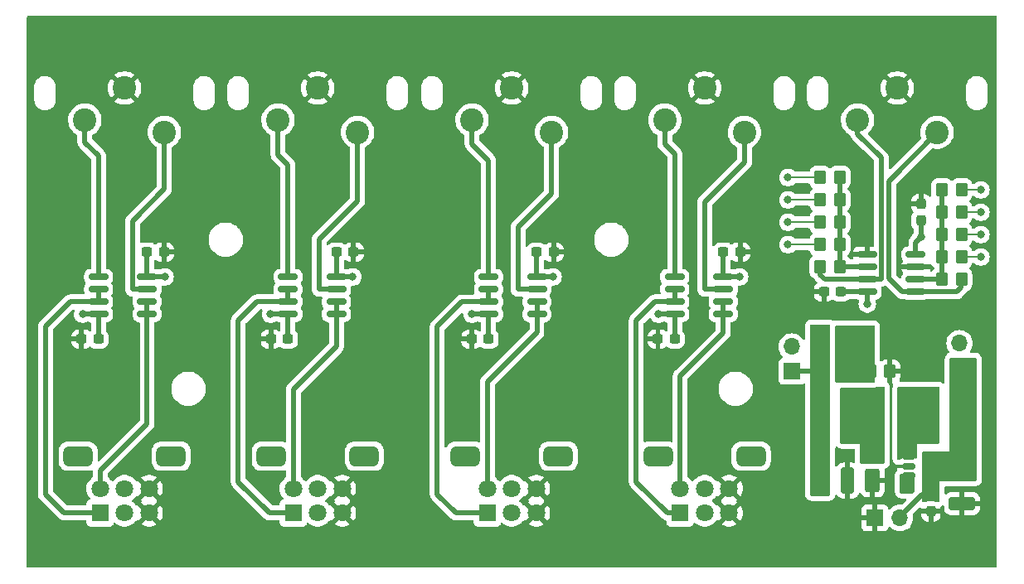
<source format=gbr>
%TF.GenerationSoftware,KiCad,Pcbnew,7.0.11-7.0.11~ubuntu22.04.1*%
%TF.CreationDate,2024-03-17T14:49:54+00:00*%
%TF.ProjectId,Tiny4xPoweredStereoMixer,54696e79-3478-4506-9f77-657265645374,rev?*%
%TF.SameCoordinates,Original*%
%TF.FileFunction,Copper,L1,Top*%
%TF.FilePolarity,Positive*%
%FSLAX46Y46*%
G04 Gerber Fmt 4.6, Leading zero omitted, Abs format (unit mm)*
G04 Created by KiCad (PCBNEW 7.0.11-7.0.11~ubuntu22.04.1) date 2024-03-17 14:49:54*
%MOMM*%
%LPD*%
G01*
G04 APERTURE LIST*
G04 Aperture macros list*
%AMRoundRect*
0 Rectangle with rounded corners*
0 $1 Rounding radius*
0 $2 $3 $4 $5 $6 $7 $8 $9 X,Y pos of 4 corners*
0 Add a 4 corners polygon primitive as box body*
4,1,4,$2,$3,$4,$5,$6,$7,$8,$9,$2,$3,0*
0 Add four circle primitives for the rounded corners*
1,1,$1+$1,$2,$3*
1,1,$1+$1,$4,$5*
1,1,$1+$1,$6,$7*
1,1,$1+$1,$8,$9*
0 Add four rect primitives between the rounded corners*
20,1,$1+$1,$2,$3,$4,$5,0*
20,1,$1+$1,$4,$5,$6,$7,0*
20,1,$1+$1,$6,$7,$8,$9,0*
20,1,$1+$1,$8,$9,$2,$3,0*%
G04 Aperture macros list end*
%TA.AperFunction,ComponentPad*%
%ADD10R,1.800000X1.800000*%
%TD*%
%TA.AperFunction,ComponentPad*%
%ADD11C,1.800000*%
%TD*%
%TA.AperFunction,ComponentPad*%
%ADD12RoundRect,0.500000X-1.000000X0.500000X-1.000000X-0.500000X1.000000X-0.500000X1.000000X0.500000X0*%
%TD*%
%TA.AperFunction,ComponentPad*%
%ADD13C,2.400000*%
%TD*%
%TA.AperFunction,SMDPad,CuDef*%
%ADD14RoundRect,0.250000X0.350000X0.450000X-0.350000X0.450000X-0.350000X-0.450000X0.350000X-0.450000X0*%
%TD*%
%TA.AperFunction,SMDPad,CuDef*%
%ADD15RoundRect,0.250000X-0.350000X-0.450000X0.350000X-0.450000X0.350000X0.450000X-0.350000X0.450000X0*%
%TD*%
%TA.AperFunction,SMDPad,CuDef*%
%ADD16RoundRect,0.237500X0.300000X0.237500X-0.300000X0.237500X-0.300000X-0.237500X0.300000X-0.237500X0*%
%TD*%
%TA.AperFunction,SMDPad,CuDef*%
%ADD17RoundRect,0.237500X-0.237500X0.300000X-0.237500X-0.300000X0.237500X-0.300000X0.237500X0.300000X0*%
%TD*%
%TA.AperFunction,ComponentPad*%
%ADD18R,1.700000X1.700000*%
%TD*%
%TA.AperFunction,ComponentPad*%
%ADD19O,1.700000X1.700000*%
%TD*%
%TA.AperFunction,SMDPad,CuDef*%
%ADD20RoundRect,0.237500X0.237500X-0.300000X0.237500X0.300000X-0.237500X0.300000X-0.237500X-0.300000X0*%
%TD*%
%TA.AperFunction,SMDPad,CuDef*%
%ADD21RoundRect,0.150000X0.825000X0.150000X-0.825000X0.150000X-0.825000X-0.150000X0.825000X-0.150000X0*%
%TD*%
%TA.AperFunction,SMDPad,CuDef*%
%ADD22RoundRect,0.237500X-0.300000X-0.237500X0.300000X-0.237500X0.300000X0.237500X-0.300000X0.237500X0*%
%TD*%
%TA.AperFunction,SMDPad,CuDef*%
%ADD23RoundRect,0.150000X-0.512500X-0.150000X0.512500X-0.150000X0.512500X0.150000X-0.512500X0.150000X0*%
%TD*%
%TA.AperFunction,SMDPad,CuDef*%
%ADD24RoundRect,0.250000X0.412500X1.100000X-0.412500X1.100000X-0.412500X-1.100000X0.412500X-1.100000X0*%
%TD*%
%TA.AperFunction,SMDPad,CuDef*%
%ADD25RoundRect,0.250000X1.100000X-0.412500X1.100000X0.412500X-1.100000X0.412500X-1.100000X-0.412500X0*%
%TD*%
%TA.AperFunction,SMDPad,CuDef*%
%ADD26RoundRect,0.250000X-0.500000X0.950000X-0.500000X-0.950000X0.500000X-0.950000X0.500000X0.950000X0*%
%TD*%
%TA.AperFunction,SMDPad,CuDef*%
%ADD27RoundRect,0.250000X-0.500000X0.275000X-0.500000X-0.275000X0.500000X-0.275000X0.500000X0.275000X0*%
%TD*%
%TA.AperFunction,SMDPad,CuDef*%
%ADD28R,1.750000X4.500000*%
%TD*%
%TA.AperFunction,SMDPad,CuDef*%
%ADD29RoundRect,0.250000X0.337500X0.475000X-0.337500X0.475000X-0.337500X-0.475000X0.337500X-0.475000X0*%
%TD*%
%TA.AperFunction,ViaPad*%
%ADD30C,0.800000*%
%TD*%
%TA.AperFunction,Conductor*%
%ADD31C,0.500000*%
%TD*%
%TA.AperFunction,Conductor*%
%ADD32C,1.000000*%
%TD*%
%TA.AperFunction,Conductor*%
%ADD33C,0.200000*%
%TD*%
G04 APERTURE END LIST*
D10*
%TO.P,RV4,1,1*%
%TO.N,Net-(U4B--)*%
X150535000Y-149860000D03*
D11*
%TO.P,RV4,2,2*%
%TO.N,/BufferOpAmp4/right_channel_buffered*%
X153035000Y-149860000D03*
%TO.P,RV4,3,3*%
%TO.N,GND*%
X155535000Y-149860000D03*
%TO.P,RV4,4,4*%
%TO.N,Net-(U4A--)*%
X150535000Y-147360000D03*
%TO.P,RV4,5,5*%
%TO.N,/BufferOpAmp4/left_channel_buffered*%
X153035000Y-147360000D03*
%TO.P,RV4,6,6*%
%TO.N,GND*%
X155535000Y-147360000D03*
D12*
%TO.P,RV4,MP*%
%TO.N,N/C*%
X148285000Y-144060000D03*
X157785000Y-144060000D03*
%TD*%
D10*
%TO.P,RV3,1,1*%
%TO.N,Net-(U3B--)*%
X130850000Y-149860000D03*
D11*
%TO.P,RV3,2,2*%
%TO.N,/BufferOpAmp3/right_channel_buffered*%
X133350000Y-149860000D03*
%TO.P,RV3,3,3*%
%TO.N,GND*%
X135850000Y-149860000D03*
%TO.P,RV3,4,4*%
%TO.N,Net-(U3A--)*%
X130850000Y-147360000D03*
%TO.P,RV3,5,5*%
%TO.N,/BufferOpAmp3/left_channel_buffered*%
X133350000Y-147360000D03*
%TO.P,RV3,6,6*%
%TO.N,GND*%
X135850000Y-147360000D03*
D12*
%TO.P,RV3,MP*%
%TO.N,N/C*%
X128600000Y-144060000D03*
X138100000Y-144060000D03*
%TD*%
D10*
%TO.P,RV2,1,1*%
%TO.N,Net-(U2B--)*%
X111038000Y-149860000D03*
D11*
%TO.P,RV2,2,2*%
%TO.N,/BufferOpAmp2/right_channel_buffered*%
X113538000Y-149860000D03*
%TO.P,RV2,3,3*%
%TO.N,GND*%
X116038000Y-149860000D03*
%TO.P,RV2,4,4*%
%TO.N,Net-(U2A--)*%
X111038000Y-147360000D03*
%TO.P,RV2,5,5*%
%TO.N,/BufferOpAmp2/left_channel_buffered*%
X113538000Y-147360000D03*
%TO.P,RV2,6,6*%
%TO.N,GND*%
X116038000Y-147360000D03*
D12*
%TO.P,RV2,MP*%
%TO.N,N/C*%
X108788000Y-144060000D03*
X118288000Y-144060000D03*
%TD*%
D10*
%TO.P,RV1,1,1*%
%TO.N,Net-(U1B--)*%
X91310667Y-149860000D03*
D11*
%TO.P,RV1,2,2*%
%TO.N,/BufferOpAmp1/right_channel_buffered*%
X93810667Y-149860000D03*
%TO.P,RV1,3,3*%
%TO.N,GND*%
X96310667Y-149860000D03*
%TO.P,RV1,4,4*%
%TO.N,Net-(U1A--)*%
X91310667Y-147360000D03*
%TO.P,RV1,5,5*%
%TO.N,/BufferOpAmp1/left_channel_buffered*%
X93810667Y-147360000D03*
%TO.P,RV1,6,6*%
%TO.N,GND*%
X96310667Y-147360000D03*
D12*
%TO.P,RV1,MP*%
%TO.N,N/C*%
X89060667Y-144060000D03*
X98560667Y-144060000D03*
%TD*%
D13*
%TO.P,J5,3,Pin_3*%
%TO.N,/MixerOpAmp/left_channel_mix_out*%
X176784000Y-110947200D03*
%TO.P,J5,2,Pin_2*%
%TO.N,/MixerOpAmp/right_channel_mix_out*%
X168656000Y-109702600D03*
%TO.P,J5,1,Pin_1*%
%TO.N,GND*%
X172720000Y-106426000D03*
%TD*%
%TO.P,J4,3,Pin_3*%
%TO.N,/BufferOpAmp4/left_channel_input*%
X157099000Y-110947200D03*
%TO.P,J4,2,Pin_2*%
%TO.N,/BufferOpAmp4/right_channel_input*%
X148971000Y-109702600D03*
%TO.P,J4,1,Pin_1*%
%TO.N,GND*%
X153035000Y-106426000D03*
%TD*%
%TO.P,J3,3,Pin_3*%
%TO.N,/BufferOpAmp3/left_channel_input*%
X137414000Y-110947200D03*
%TO.P,J3,2,Pin_2*%
%TO.N,/BufferOpAmp3/right_channel_input*%
X129286000Y-109702600D03*
%TO.P,J3,1,Pin_1*%
%TO.N,GND*%
X133350000Y-106426000D03*
%TD*%
%TO.P,J2,3,Pin_3*%
%TO.N,/BufferOpAmp2/left_channel_input*%
X117602000Y-110947200D03*
%TO.P,J2,2,Pin_2*%
%TO.N,/BufferOpAmp2/right_channel_input*%
X109474000Y-109702600D03*
%TO.P,J2,1,Pin_1*%
%TO.N,GND*%
X113538000Y-106426000D03*
%TD*%
%TO.P,J1,3,Pin_3*%
%TO.N,/BufferOpAmp1/left_channel_input*%
X97874667Y-110947200D03*
%TO.P,J1,2,Pin_2*%
%TO.N,/BufferOpAmp1/right_channel_input*%
X89746667Y-109702600D03*
%TO.P,J1,1,Pin_1*%
%TO.N,GND*%
X93810667Y-106426000D03*
%TD*%
D14*
%TO.P,R4,1*%
%TO.N,/BufferOpAmp1/left_channel_buffered*%
X179260000Y-116840000D03*
%TO.P,R4,2*%
%TO.N,Net-(U5A--)*%
X177260000Y-116840000D03*
%TD*%
D15*
%TO.P,RFB2,1*%
%TO.N,Net-(U6-NFB)*%
X169941400Y-135382000D03*
%TO.P,RFB2,2*%
%TO.N,GND*%
X171941400Y-135382000D03*
%TD*%
D16*
%TO.P,C9,1*%
%TO.N,+12V*%
X166946500Y-127254000D03*
%TO.P,C9,2*%
%TO.N,GND*%
X165221500Y-127254000D03*
%TD*%
%TO.P,C11,1*%
%TO.N,+12V*%
X130960200Y-132090650D03*
%TO.P,C11,2*%
%TO.N,GND*%
X129235200Y-132090650D03*
%TD*%
D17*
%TO.P,C15,1*%
%TO.N,Net-(J6-Pin_2)*%
X176149000Y-147981500D03*
%TO.P,C15,2*%
%TO.N,GND*%
X176149000Y-149706500D03*
%TD*%
D14*
%TO.P,R2,1*%
%TO.N,/BufferOpAmp3/left_channel_buffered*%
X179260000Y-121412000D03*
%TO.P,R2,2*%
%TO.N,Net-(U5A--)*%
X177260000Y-121412000D03*
%TD*%
D18*
%TO.P,J8,1,Pin_1*%
%TO.N,Net-(J8-Pin_1)*%
X161925000Y-135387000D03*
D19*
%TO.P,J8,2,Pin_2*%
%TO.N,-12V*%
X161925000Y-132847000D03*
%TD*%
D16*
%TO.P,C13,1*%
%TO.N,+12V*%
X149985900Y-132080000D03*
%TO.P,C13,2*%
%TO.N,GND*%
X148260900Y-132080000D03*
%TD*%
D20*
%TO.P,C10,1*%
%TO.N,-12V*%
X175133000Y-119988500D03*
%TO.P,C10,2*%
%TO.N,GND*%
X175133000Y-118263500D03*
%TD*%
D21*
%TO.P,U5,1*%
%TO.N,/MixerOpAmp/left_channel_mix_out*%
X174590000Y-127254000D03*
%TO.P,U5,2,-*%
%TO.N,Net-(U5A--)*%
X174590000Y-125984000D03*
%TO.P,U5,3,+*%
%TO.N,GND*%
X174590000Y-124714000D03*
%TO.P,U5,4,V-*%
%TO.N,-12V*%
X174590000Y-123444000D03*
%TO.P,U5,5,+*%
%TO.N,GND*%
X169640000Y-123444000D03*
%TO.P,U5,6,-*%
%TO.N,Net-(U5B--)*%
X169640000Y-124714000D03*
%TO.P,U5,7*%
%TO.N,/MixerOpAmp/right_channel_mix_out*%
X169640000Y-125984000D03*
%TO.P,U5,8,V+*%
%TO.N,+12V*%
X169640000Y-127254000D03*
%TD*%
%TO.P,U4,1*%
%TO.N,Net-(U4A--)*%
X154937000Y-129540000D03*
%TO.P,U4,2,-*%
X154937000Y-128270000D03*
%TO.P,U4,3,+*%
%TO.N,/BufferOpAmp4/left_channel_input*%
X154937000Y-127000000D03*
%TO.P,U4,4,V-*%
%TO.N,-12V*%
X154937000Y-125730000D03*
%TO.P,U4,5,+*%
%TO.N,/BufferOpAmp4/right_channel_input*%
X149987000Y-125730000D03*
%TO.P,U4,6,-*%
%TO.N,Net-(U4B--)*%
X149987000Y-127000000D03*
%TO.P,U4,7*%
X149987000Y-128270000D03*
%TO.P,U4,8,V+*%
%TO.N,+12V*%
X149987000Y-129540000D03*
%TD*%
D22*
%TO.P,C8,1*%
%TO.N,-12V*%
X96089300Y-123190000D03*
%TO.P,C8,2*%
%TO.N,GND*%
X97814300Y-123190000D03*
%TD*%
D16*
%TO.P,C5,1*%
%TO.N,+12V*%
X110474700Y-132080000D03*
%TO.P,C5,2*%
%TO.N,GND*%
X108749700Y-132080000D03*
%TD*%
D14*
%TO.P,R3,1*%
%TO.N,/BufferOpAmp2/left_channel_buffered*%
X179260000Y-119126000D03*
%TO.P,R3,2*%
%TO.N,Net-(U5A--)*%
X177260000Y-119126000D03*
%TD*%
D22*
%TO.P,C6,1*%
%TO.N,-12V*%
X115455300Y-123190000D03*
%TO.P,C6,2*%
%TO.N,GND*%
X117180300Y-123190000D03*
%TD*%
D21*
%TO.P,U2,1*%
%TO.N,Net-(U2A--)*%
X115440000Y-129540000D03*
%TO.P,U2,2,-*%
X115440000Y-128270000D03*
%TO.P,U2,3,+*%
%TO.N,/BufferOpAmp2/left_channel_input*%
X115440000Y-127000000D03*
%TO.P,U2,4,V-*%
%TO.N,-12V*%
X115440000Y-125730000D03*
%TO.P,U2,5,+*%
%TO.N,/BufferOpAmp2/right_channel_input*%
X110490000Y-125730000D03*
%TO.P,U2,6,-*%
%TO.N,Net-(U2B--)*%
X110490000Y-127000000D03*
%TO.P,U2,7*%
X110490000Y-128270000D03*
%TO.P,U2,8,V+*%
%TO.N,+12V*%
X110490000Y-129540000D03*
%TD*%
D22*
%TO.P,C14,1*%
%TO.N,-12V*%
X154940000Y-123190000D03*
%TO.P,C14,2*%
%TO.N,GND*%
X156665000Y-123190000D03*
%TD*%
D18*
%TO.P,J7,1,Pin_1*%
%TO.N,Net-(J6-Pin_2)*%
X179070000Y-135056800D03*
D19*
%TO.P,J7,2,Pin_2*%
%TO.N,+12V*%
X179070000Y-132516800D03*
%TD*%
D23*
%TO.P,U6,1,SW*%
%TO.N,Net-(U6-SW)*%
X173867900Y-144109400D03*
%TO.P,U6,2,GND*%
%TO.N,GND*%
X173867900Y-145059400D03*
%TO.P,U6,3,NFB*%
%TO.N,Net-(U6-NFB)*%
X173867900Y-146009400D03*
%TO.P,U6,4,~{SHDN}*%
%TO.N,Net-(J6-Pin_2)*%
X176142900Y-146009400D03*
%TO.P,U6,5,VIN*%
X176142900Y-144109400D03*
%TD*%
D24*
%TO.P,C2,1*%
%TO.N,Net-(U6-SW)*%
X173519900Y-139979400D03*
%TO.P,C2,2*%
%TO.N,Net-(D1-A)*%
X170394900Y-139979400D03*
%TD*%
D15*
%TO.P,R9,1*%
%TO.N,Net-(U5A--)*%
X177260000Y-125984000D03*
%TO.P,R9,2*%
%TO.N,/MixerOpAmp/left_channel_mix_out*%
X179260000Y-125984000D03*
%TD*%
D14*
%TO.P,R10,1*%
%TO.N,Net-(U5B--)*%
X166846000Y-124714000D03*
%TO.P,R10,2*%
%TO.N,/MixerOpAmp/right_channel_mix_out*%
X164846000Y-124714000D03*
%TD*%
D16*
%TO.P,C7,1*%
%TO.N,+12V*%
X91134100Y-132080000D03*
%TO.P,C7,2*%
%TO.N,GND*%
X89409100Y-132080000D03*
%TD*%
D18*
%TO.P,J6,1,Pin_1*%
%TO.N,GND*%
X170434000Y-150368000D03*
D19*
%TO.P,J6,2,Pin_2*%
%TO.N,Net-(J6-Pin_2)*%
X172974000Y-150368000D03*
%TD*%
D25*
%TO.P,C1,1*%
%TO.N,GND*%
X179324000Y-148907900D03*
%TO.P,C1,2*%
%TO.N,Net-(J6-Pin_2)*%
X179324000Y-145782900D03*
%TD*%
D15*
%TO.P,RFB1,1*%
%TO.N,Net-(J8-Pin_1)*%
X165131400Y-135382000D03*
%TO.P,RFB1,2*%
%TO.N,Net-(U6-NFB)*%
X167131400Y-135382000D03*
%TD*%
%TO.P,R7,1*%
%TO.N,/BufferOpAmp2/right_channel_buffered*%
X164846000Y-117856000D03*
%TO.P,R7,2*%
%TO.N,Net-(U5B--)*%
X166846000Y-117856000D03*
%TD*%
D26*
%TO.P,D1,1,K*%
%TO.N,GND*%
X170179400Y-146558000D03*
D27*
%TO.P,D1,2,A*%
%TO.N,Net-(D1-A)*%
X170179400Y-144183000D03*
%TD*%
D15*
%TO.P,R5,1*%
%TO.N,/BufferOpAmp4/right_channel_buffered*%
X164846000Y-122428000D03*
%TO.P,R5,2*%
%TO.N,Net-(U5B--)*%
X166846000Y-122428000D03*
%TD*%
D21*
%TO.P,U1,1*%
%TO.N,Net-(U1A--)*%
X96099400Y-129540000D03*
%TO.P,U1,2,-*%
X96099400Y-128270000D03*
%TO.P,U1,3,+*%
%TO.N,/BufferOpAmp1/left_channel_input*%
X96099400Y-127000000D03*
%TO.P,U1,4,V-*%
%TO.N,-12V*%
X96099400Y-125730000D03*
%TO.P,U1,5,+*%
%TO.N,/BufferOpAmp1/right_channel_input*%
X91149400Y-125730000D03*
%TO.P,U1,6,-*%
%TO.N,Net-(U1B--)*%
X91149400Y-127000000D03*
%TO.P,U1,7*%
X91149400Y-128270000D03*
%TO.P,U1,8,V+*%
%TO.N,+12V*%
X91149400Y-129540000D03*
%TD*%
D28*
%TO.P,L2,1,1*%
%TO.N,Net-(D1-A)*%
X167994400Y-139979400D03*
%TO.P,L2,2,2*%
%TO.N,Net-(J8-Pin_1)*%
X164744400Y-139979400D03*
%TD*%
%TO.P,L1,1,1*%
%TO.N,Net-(J6-Pin_2)*%
X179170400Y-139979400D03*
%TO.P,L1,2,2*%
%TO.N,Net-(U6-SW)*%
X175920400Y-139979400D03*
%TD*%
D24*
%TO.P,C4,1*%
%TO.N,GND*%
X167640000Y-146558000D03*
%TO.P,C4,2*%
%TO.N,Net-(J8-Pin_1)*%
X164515000Y-146558000D03*
%TD*%
D15*
%TO.P,R6,1*%
%TO.N,/BufferOpAmp3/right_channel_buffered*%
X164846000Y-120142000D03*
%TO.P,R6,2*%
%TO.N,Net-(U5B--)*%
X166846000Y-120142000D03*
%TD*%
D29*
%TO.P,C3,1*%
%TO.N,Net-(U6-NFB)*%
X167168900Y-131572000D03*
%TO.P,C3,2*%
%TO.N,Net-(J8-Pin_1)*%
X165093900Y-131572000D03*
%TD*%
D22*
%TO.P,C12,1*%
%TO.N,-12V*%
X135890000Y-123200650D03*
%TO.P,C12,2*%
%TO.N,GND*%
X137615000Y-123200650D03*
%TD*%
D14*
%TO.P,R1,1*%
%TO.N,/BufferOpAmp4/left_channel_buffered*%
X179260000Y-123698000D03*
%TO.P,R1,2*%
%TO.N,Net-(U5A--)*%
X177260000Y-123698000D03*
%TD*%
D21*
%TO.P,U3,1*%
%TO.N,Net-(U3A--)*%
X135911300Y-129550650D03*
%TO.P,U3,2,-*%
X135911300Y-128280650D03*
%TO.P,U3,3,+*%
%TO.N,/BufferOpAmp3/left_channel_input*%
X135911300Y-127010650D03*
%TO.P,U3,4,V-*%
%TO.N,-12V*%
X135911300Y-125740650D03*
%TO.P,U3,5,+*%
%TO.N,/BufferOpAmp3/right_channel_input*%
X130961300Y-125740650D03*
%TO.P,U3,6,-*%
%TO.N,Net-(U3B--)*%
X130961300Y-127010650D03*
%TO.P,U3,7*%
X130961300Y-128280650D03*
%TO.P,U3,8,V+*%
%TO.N,+12V*%
X130961300Y-129550650D03*
%TD*%
D15*
%TO.P,R8,1*%
%TO.N,/BufferOpAmp1/right_channel_buffered*%
X164846000Y-115570000D03*
%TO.P,R8,2*%
%TO.N,Net-(U5B--)*%
X166846000Y-115570000D03*
%TD*%
D30*
%TO.N,+12V*%
X148336000Y-129540000D03*
X129286000Y-129540000D03*
X89535000Y-129540000D03*
X108712000Y-129540000D03*
X169640000Y-128492000D03*
%TO.N,Net-(U6-NFB)*%
X169417400Y-131694000D03*
X173735400Y-147345400D03*
%TO.N,-12V*%
X137541000Y-125730000D03*
X97917000Y-125730000D03*
X175133000Y-121666000D03*
X156591000Y-125730000D03*
X117094000Y-125730000D03*
%TO.N,/BufferOpAmp1/left_channel_buffered*%
X181229000Y-116840000D03*
%TO.N,/BufferOpAmp2/left_channel_buffered*%
X181229000Y-119126000D03*
%TO.N,/BufferOpAmp3/left_channel_buffered*%
X181229000Y-121412000D03*
%TO.N,/BufferOpAmp4/left_channel_buffered*%
X181229000Y-123698000D03*
%TO.N,/BufferOpAmp1/right_channel_buffered*%
X161544000Y-115570000D03*
%TO.N,/BufferOpAmp2/right_channel_buffered*%
X161544000Y-117856000D03*
%TO.N,/BufferOpAmp3/right_channel_buffered*%
X161544000Y-120142000D03*
%TO.N,/BufferOpAmp4/right_channel_buffered*%
X161544000Y-122428000D03*
%TD*%
D31*
%TO.N,+12V*%
X169640000Y-128492000D02*
X169640000Y-127254000D01*
X130961300Y-129550650D02*
X129296650Y-129550650D01*
X91134100Y-132080000D02*
X91134100Y-129555300D01*
X149987000Y-129540000D02*
X148336000Y-129540000D01*
X149985900Y-132080000D02*
X149985900Y-129541100D01*
X166946500Y-127254000D02*
X169640000Y-127254000D01*
X110474700Y-132080000D02*
X110474700Y-129555300D01*
X110490000Y-129540000D02*
X108712000Y-129540000D01*
X130960200Y-132090650D02*
X130960200Y-129551750D01*
X130960200Y-129551750D02*
X130961300Y-129550650D01*
X91149400Y-129540000D02*
X89535000Y-129540000D01*
X149985900Y-129541100D02*
X149987000Y-129540000D01*
X91134100Y-129555300D02*
X91149400Y-129540000D01*
X110474700Y-129555300D02*
X110490000Y-129540000D01*
X129296650Y-129550650D02*
X129286000Y-129540000D01*
D32*
%TO.N,Net-(U6-NFB)*%
X167131400Y-131609500D02*
X167168900Y-131572000D01*
D31*
%TO.N,-12V*%
X154940000Y-123190000D02*
X154940000Y-125727000D01*
X115440000Y-125730000D02*
X117094000Y-125730000D01*
X154940000Y-125727000D02*
X154937000Y-125730000D01*
X96089300Y-125719900D02*
X96099400Y-125730000D01*
X174590000Y-123444000D02*
X174590000Y-122209000D01*
X135911300Y-125740650D02*
X137530350Y-125740650D01*
X175133000Y-119988500D02*
X175133000Y-121666000D01*
X115455300Y-125714700D02*
X115440000Y-125730000D01*
X174590000Y-122209000D02*
X175133000Y-121666000D01*
X135890000Y-123200650D02*
X135890000Y-125719350D01*
X115455300Y-123190000D02*
X115455300Y-125714700D01*
X96099400Y-125730000D02*
X97917000Y-125730000D01*
X154937000Y-125730000D02*
X156591000Y-125730000D01*
X135890000Y-125719350D02*
X135911300Y-125740650D01*
X96089300Y-123190000D02*
X96089300Y-125719900D01*
X137530350Y-125740650D02*
X137541000Y-125730000D01*
%TO.N,/BufferOpAmp1/right_channel_input*%
X91149400Y-113374400D02*
X91149400Y-125730000D01*
X89746667Y-111971667D02*
X91149400Y-113374400D01*
X89746667Y-109702600D02*
X89746667Y-111971667D01*
%TO.N,/BufferOpAmp1/left_channel_input*%
X94615000Y-127000000D02*
X96099400Y-127000000D01*
X97874667Y-110947200D02*
X97874667Y-116755333D01*
X94615000Y-120015000D02*
X94615000Y-127000000D01*
X97874667Y-116755333D02*
X94615000Y-120015000D01*
%TO.N,/BufferOpAmp2/right_channel_input*%
X109474000Y-113284000D02*
X110490000Y-114300000D01*
X110490000Y-114300000D02*
X110490000Y-125730000D01*
X109474000Y-109702600D02*
X109474000Y-113284000D01*
%TO.N,/BufferOpAmp2/left_channel_input*%
X113665000Y-121920000D02*
X113665000Y-127000000D01*
X113665000Y-127000000D02*
X115440000Y-127000000D01*
X117602000Y-117983000D02*
X113665000Y-121920000D01*
X117602000Y-110947200D02*
X117602000Y-117983000D01*
%TO.N,/BufferOpAmp3/right_channel_input*%
X129286000Y-112141000D02*
X129286000Y-109702600D01*
X130961300Y-113816300D02*
X129286000Y-112141000D01*
X130961300Y-125740650D02*
X130961300Y-113816300D01*
%TO.N,/BufferOpAmp3/left_channel_input*%
X133995650Y-127010650D02*
X135911300Y-127010650D01*
X133985000Y-127000000D02*
X133995650Y-127010650D01*
X137414000Y-117221000D02*
X133985000Y-120650000D01*
X137414000Y-110947200D02*
X137414000Y-117221000D01*
X133985000Y-120650000D02*
X133985000Y-127000000D01*
%TO.N,/BufferOpAmp4/right_channel_input*%
X149987000Y-125730000D02*
X149987000Y-113157000D01*
X148971000Y-112141000D02*
X148971000Y-109702600D01*
X149987000Y-113157000D02*
X148971000Y-112141000D01*
%TO.N,/BufferOpAmp4/left_channel_input*%
X157099000Y-114046000D02*
X153035000Y-118110000D01*
X157099000Y-110947200D02*
X157099000Y-114046000D01*
X153035000Y-127000000D02*
X154937000Y-127000000D01*
X153035000Y-118110000D02*
X153035000Y-127000000D01*
%TO.N,/MixerOpAmp/right_channel_mix_out*%
X171069000Y-113538000D02*
X171069000Y-125984000D01*
X168656000Y-111125000D02*
X171069000Y-113538000D01*
X164846000Y-125508000D02*
X164846000Y-124714000D01*
X171069000Y-125984000D02*
X169640000Y-125984000D01*
X169640000Y-125984000D02*
X165322000Y-125984000D01*
X168656000Y-109702600D02*
X168656000Y-111125000D01*
X165322000Y-125984000D02*
X164846000Y-125508000D01*
%TO.N,/MixerOpAmp/left_channel_mix_out*%
X173228000Y-127254000D02*
X171831000Y-125857000D01*
X174590000Y-127254000D02*
X173228000Y-127254000D01*
X171831000Y-125857000D02*
X171831000Y-115951000D01*
X179199800Y-125984000D02*
X179199800Y-126838200D01*
X179199800Y-126838200D02*
X178784000Y-127254000D01*
X178784000Y-127254000D02*
X174590000Y-127254000D01*
X176784000Y-110998000D02*
X176784000Y-110947200D01*
X174615400Y-127279400D02*
X174590000Y-127254000D01*
X171831000Y-115951000D02*
X176784000Y-110998000D01*
D33*
%TO.N,/BufferOpAmp1/left_channel_buffered*%
X181229000Y-116840000D02*
X179260000Y-116840000D01*
D31*
%TO.N,Net-(U5A--)*%
X177260000Y-119126000D02*
X177260000Y-116840000D01*
X177260000Y-121412000D02*
X177260000Y-119126000D01*
X177260000Y-125984000D02*
X177260000Y-121412000D01*
X177199800Y-125984000D02*
X174590000Y-125984000D01*
X177234600Y-123723400D02*
X177260000Y-123698000D01*
D33*
%TO.N,/BufferOpAmp2/left_channel_buffered*%
X181229000Y-119126000D02*
X179260000Y-119126000D01*
%TO.N,/BufferOpAmp3/left_channel_buffered*%
X179260000Y-121412000D02*
X181229000Y-121412000D01*
X181356000Y-121412000D02*
X181229000Y-121412000D01*
%TO.N,/BufferOpAmp4/left_channel_buffered*%
X181229000Y-123698000D02*
X179260000Y-123698000D01*
%TO.N,/BufferOpAmp1/right_channel_buffered*%
X164846000Y-115570000D02*
X161544000Y-115570000D01*
D31*
%TO.N,Net-(U5B--)*%
X169640000Y-124714000D02*
X166846000Y-124714000D01*
X166846000Y-124714000D02*
X166846000Y-115570000D01*
D33*
%TO.N,/BufferOpAmp2/right_channel_buffered*%
X161544000Y-117856000D02*
X164846000Y-117856000D01*
%TO.N,/BufferOpAmp3/right_channel_buffered*%
X161544000Y-120142000D02*
X164846000Y-120142000D01*
%TO.N,/BufferOpAmp4/right_channel_buffered*%
X161544000Y-122428000D02*
X164846000Y-122428000D01*
D31*
%TO.N,Net-(U2A--)*%
X111038000Y-137247000D02*
X111038000Y-147360000D01*
X115440000Y-128270000D02*
X115440000Y-129540000D01*
X115440000Y-129540000D02*
X115440000Y-132845000D01*
X115440000Y-132845000D02*
X111038000Y-137247000D01*
%TO.N,Net-(U2B--)*%
X105410000Y-146685000D02*
X105410000Y-130175000D01*
X107315000Y-128270000D02*
X110490000Y-128270000D01*
X110490000Y-127000000D02*
X110490000Y-127635000D01*
X111038000Y-149860000D02*
X108585000Y-149860000D01*
X110490000Y-127635000D02*
X110490000Y-128270000D01*
X108585000Y-149860000D02*
X105410000Y-146685000D01*
X105410000Y-130175000D02*
X107315000Y-128270000D01*
%TO.N,Net-(U1A--)*%
X96099400Y-128270000D02*
X96099400Y-129540000D01*
X96099400Y-129540000D02*
X96099400Y-140755600D01*
X96099400Y-140755600D02*
X91310667Y-145544333D01*
X91310667Y-145544333D02*
X91310667Y-147360000D01*
%TO.N,Net-(U1B--)*%
X91149400Y-128270000D02*
X88265000Y-128270000D01*
X85725000Y-147955000D02*
X87630000Y-149860000D01*
X87630000Y-149860000D02*
X91310667Y-149860000D01*
X91149400Y-127000000D02*
X91149400Y-128270000D01*
X85725000Y-130810000D02*
X85725000Y-147955000D01*
X88265000Y-128270000D02*
X85725000Y-130810000D01*
%TO.N,Net-(U3A--)*%
X130850000Y-147360000D02*
X130850000Y-136485000D01*
X130850000Y-136485000D02*
X135911300Y-131423700D01*
X135911300Y-131423700D02*
X135911300Y-129550650D01*
X135911300Y-128280650D02*
X135911300Y-129550650D01*
%TO.N,Net-(U3B--)*%
X130961300Y-127010650D02*
X130961300Y-128280650D01*
X127635000Y-149860000D02*
X130850000Y-149860000D01*
X128259350Y-128280650D02*
X125730000Y-130810000D01*
X130961300Y-128280650D02*
X128259350Y-128280650D01*
X125730000Y-147955000D02*
X127635000Y-149860000D01*
X125730000Y-130810000D02*
X125730000Y-147955000D01*
%TO.N,Net-(U4A--)*%
X150535000Y-147360000D02*
X150535000Y-135850000D01*
X154937000Y-131448000D02*
X154937000Y-129540000D01*
X150535000Y-135850000D02*
X154937000Y-131448000D01*
X154937000Y-129540000D02*
X154937000Y-128270000D01*
%TO.N,Net-(U4B--)*%
X150535000Y-149860000D02*
X149225000Y-149860000D01*
X147955000Y-128270000D02*
X149987000Y-128270000D01*
X146050000Y-130175000D02*
X147955000Y-128270000D01*
X149225000Y-149860000D02*
X146050000Y-146685000D01*
X149987000Y-128270000D02*
X149987000Y-127000000D01*
X146050000Y-146685000D02*
X146050000Y-130175000D01*
%TO.N,Net-(J6-Pin_2)*%
X175233500Y-147981500D02*
X176149000Y-147981500D01*
X179170400Y-139979400D02*
X179170400Y-135157200D01*
X172974000Y-150241000D02*
X175233500Y-147981500D01*
X179170400Y-135157200D02*
X179070000Y-135056800D01*
X172974000Y-150368000D02*
X172974000Y-150241000D01*
%TO.N,Net-(J8-Pin_1)*%
X165131400Y-135382000D02*
X161549000Y-135382000D01*
X161549000Y-135382000D02*
X161544000Y-135387000D01*
%TD*%
%TA.AperFunction,Conductor*%
%TO.N,Net-(J6-Pin_2)*%
G36*
X180765039Y-134004685D02*
G01*
X180810794Y-134057489D01*
X180822000Y-134109000D01*
X180822000Y-146459400D01*
X180802315Y-146526439D01*
X180749511Y-146572194D01*
X180698000Y-146583400D01*
X175259400Y-146583400D01*
X175259400Y-143659400D01*
X175279085Y-143592361D01*
X175331889Y-143546606D01*
X175383400Y-143535400D01*
X178053400Y-143535400D01*
X178053400Y-134109000D01*
X178073085Y-134041961D01*
X178125889Y-133996206D01*
X178177400Y-133985000D01*
X180698000Y-133985000D01*
X180765039Y-134004685D01*
G37*
%TD.AperFunction*%
%TD*%
%TA.AperFunction,Conductor*%
%TO.N,Net-(U6-SW)*%
G36*
X176980439Y-136951085D02*
G01*
X177026194Y-137003889D01*
X177037400Y-137055400D01*
X177037400Y-142649400D01*
X177017715Y-142716439D01*
X176964911Y-142762194D01*
X176913400Y-142773400D01*
X172719400Y-142773400D01*
X172719400Y-137055400D01*
X172739085Y-136988361D01*
X172791889Y-136942606D01*
X172843400Y-136931400D01*
X176913400Y-136931400D01*
X176980439Y-136951085D01*
G37*
%TD.AperFunction*%
%TD*%
%TA.AperFunction,Conductor*%
%TO.N,Net-(U6-SW)*%
G36*
X174751400Y-144174636D02*
G01*
X174731715Y-144241675D01*
X174678911Y-144287430D01*
X174609753Y-144297374D01*
X174592805Y-144293712D01*
X174482973Y-144261802D01*
X174482967Y-144261801D01*
X174446101Y-144258900D01*
X174446094Y-144258900D01*
X173289706Y-144258900D01*
X173289698Y-144258900D01*
X173252832Y-144261801D01*
X173252826Y-144261802D01*
X173095006Y-144307654D01*
X173095003Y-144307655D01*
X172953537Y-144391317D01*
X172953529Y-144391323D01*
X172931081Y-144413772D01*
X172869758Y-144447257D01*
X172800066Y-144442273D01*
X172744133Y-144400401D01*
X172719716Y-144334937D01*
X172719400Y-144326091D01*
X172719400Y-142773400D01*
X174751400Y-142773400D01*
X174751400Y-144174636D01*
G37*
%TD.AperFunction*%
%TD*%
%TA.AperFunction,Conductor*%
%TO.N,GND*%
G36*
X95851174Y-147569844D02*
G01*
X95928906Y-147690798D01*
X96037567Y-147784952D01*
X96168352Y-147844680D01*
X96178133Y-147846086D01*
X95511868Y-148512351D01*
X95511879Y-148512528D01*
X95552417Y-148568857D01*
X95556090Y-148638630D01*
X95521459Y-148699313D01*
X95511869Y-148707622D01*
X95511867Y-148707647D01*
X96178134Y-149373913D01*
X96168352Y-149375320D01*
X96037567Y-149435048D01*
X95928906Y-149529202D01*
X95851174Y-149650156D01*
X95827589Y-149730476D01*
X95159478Y-149062365D01*
X95154696Y-149062861D01*
X95111626Y-149099618D01*
X95042395Y-149109041D01*
X94979059Y-149079538D01*
X94957156Y-149054260D01*
X94919650Y-148996852D01*
X94919647Y-148996849D01*
X94919646Y-148996847D01*
X94762451Y-148826087D01*
X94610543Y-148707852D01*
X94569731Y-148651143D01*
X94566056Y-148581370D01*
X94600687Y-148520687D01*
X94610543Y-148512147D01*
X94762451Y-148393913D01*
X94919646Y-148223153D01*
X94957158Y-148165736D01*
X95010301Y-148120382D01*
X95079532Y-148110957D01*
X95142868Y-148140458D01*
X95157581Y-148157436D01*
X95159479Y-148157633D01*
X95827589Y-147489523D01*
X95851174Y-147569844D01*
G37*
%TD.AperFunction*%
%TA.AperFunction,Conductor*%
G36*
X115578507Y-147569844D02*
G01*
X115656239Y-147690798D01*
X115764900Y-147784952D01*
X115895685Y-147844680D01*
X115905466Y-147846086D01*
X115239201Y-148512351D01*
X115239212Y-148512528D01*
X115279750Y-148568857D01*
X115283423Y-148638630D01*
X115248792Y-148699313D01*
X115239202Y-148707622D01*
X115239200Y-148707647D01*
X115905467Y-149373913D01*
X115895685Y-149375320D01*
X115764900Y-149435048D01*
X115656239Y-149529202D01*
X115578507Y-149650156D01*
X115554922Y-149730476D01*
X114886811Y-149062365D01*
X114882029Y-149062861D01*
X114838959Y-149099618D01*
X114769728Y-149109041D01*
X114706392Y-149079538D01*
X114684489Y-149054260D01*
X114646983Y-148996852D01*
X114646980Y-148996849D01*
X114646979Y-148996847D01*
X114489784Y-148826087D01*
X114337876Y-148707852D01*
X114297064Y-148651143D01*
X114293389Y-148581370D01*
X114328020Y-148520687D01*
X114337876Y-148512147D01*
X114489784Y-148393913D01*
X114646979Y-148223153D01*
X114684491Y-148165736D01*
X114737634Y-148120382D01*
X114806865Y-148110957D01*
X114870201Y-148140458D01*
X114884914Y-148157436D01*
X114886812Y-148157633D01*
X115554922Y-147489523D01*
X115578507Y-147569844D01*
G37*
%TD.AperFunction*%
%TA.AperFunction,Conductor*%
G36*
X135390507Y-147569844D02*
G01*
X135468239Y-147690798D01*
X135576900Y-147784952D01*
X135707685Y-147844680D01*
X135717466Y-147846086D01*
X135051201Y-148512351D01*
X135051212Y-148512528D01*
X135091750Y-148568857D01*
X135095423Y-148638630D01*
X135060792Y-148699313D01*
X135051202Y-148707622D01*
X135051200Y-148707647D01*
X135717467Y-149373913D01*
X135707685Y-149375320D01*
X135576900Y-149435048D01*
X135468239Y-149529202D01*
X135390507Y-149650156D01*
X135366922Y-149730476D01*
X134698811Y-149062365D01*
X134694029Y-149062861D01*
X134650959Y-149099618D01*
X134581728Y-149109041D01*
X134518392Y-149079538D01*
X134496489Y-149054260D01*
X134458983Y-148996852D01*
X134458980Y-148996849D01*
X134458979Y-148996847D01*
X134301784Y-148826087D01*
X134149876Y-148707852D01*
X134109064Y-148651143D01*
X134105389Y-148581370D01*
X134140020Y-148520687D01*
X134149876Y-148512147D01*
X134301784Y-148393913D01*
X134458979Y-148223153D01*
X134496491Y-148165736D01*
X134549634Y-148120382D01*
X134618865Y-148110957D01*
X134682201Y-148140458D01*
X134696914Y-148157436D01*
X134698812Y-148157633D01*
X135366922Y-147489523D01*
X135390507Y-147569844D01*
G37*
%TD.AperFunction*%
%TA.AperFunction,Conductor*%
G36*
X155075507Y-147569844D02*
G01*
X155153239Y-147690798D01*
X155261900Y-147784952D01*
X155392685Y-147844680D01*
X155402466Y-147846086D01*
X154736201Y-148512351D01*
X154736212Y-148512528D01*
X154776750Y-148568857D01*
X154780423Y-148638630D01*
X154745792Y-148699313D01*
X154736202Y-148707622D01*
X154736200Y-148707647D01*
X155402467Y-149373913D01*
X155392685Y-149375320D01*
X155261900Y-149435048D01*
X155153239Y-149529202D01*
X155075507Y-149650156D01*
X155051922Y-149730476D01*
X154383811Y-149062365D01*
X154379029Y-149062861D01*
X154335959Y-149099618D01*
X154266728Y-149109041D01*
X154203392Y-149079538D01*
X154181489Y-149054260D01*
X154143983Y-148996852D01*
X154143980Y-148996849D01*
X154143979Y-148996847D01*
X153986784Y-148826087D01*
X153834876Y-148707852D01*
X153794064Y-148651143D01*
X153790389Y-148581370D01*
X153825020Y-148520687D01*
X153834876Y-148512147D01*
X153986784Y-148393913D01*
X154143979Y-148223153D01*
X154181491Y-148165736D01*
X154234634Y-148120382D01*
X154303865Y-148110957D01*
X154367201Y-148140458D01*
X154381914Y-148157436D01*
X154383812Y-148157633D01*
X155051922Y-147489523D01*
X155075507Y-147569844D01*
G37*
%TD.AperFunction*%
%TA.AperFunction,Conductor*%
G36*
X182822539Y-99080185D02*
G01*
X182868294Y-99132989D01*
X182879500Y-99184500D01*
X182879500Y-155324000D01*
X182859815Y-155391039D01*
X182807011Y-155436794D01*
X182755500Y-155448000D01*
X83944500Y-155448000D01*
X83877461Y-155428315D01*
X83831706Y-155375511D01*
X83820500Y-155324000D01*
X83820500Y-151265844D01*
X169084000Y-151265844D01*
X169090401Y-151325372D01*
X169090403Y-151325379D01*
X169140645Y-151460086D01*
X169140649Y-151460093D01*
X169226809Y-151575187D01*
X169226812Y-151575190D01*
X169341906Y-151661350D01*
X169341913Y-151661354D01*
X169476620Y-151711596D01*
X169476627Y-151711598D01*
X169536155Y-151717999D01*
X169536172Y-151718000D01*
X170184000Y-151718000D01*
X170184000Y-150803501D01*
X170291685Y-150852680D01*
X170398237Y-150868000D01*
X170469763Y-150868000D01*
X170576315Y-150852680D01*
X170684000Y-150803501D01*
X170684000Y-151718000D01*
X171331828Y-151718000D01*
X171331844Y-151717999D01*
X171391372Y-151711598D01*
X171391379Y-151711596D01*
X171526086Y-151661354D01*
X171526093Y-151661350D01*
X171641187Y-151575190D01*
X171641190Y-151575187D01*
X171727350Y-151460093D01*
X171727354Y-151460086D01*
X171776422Y-151328529D01*
X171818293Y-151272595D01*
X171883757Y-151248178D01*
X171952030Y-151263030D01*
X171980285Y-151284181D01*
X172102599Y-151406495D01*
X172179135Y-151460086D01*
X172296165Y-151542032D01*
X172296167Y-151542033D01*
X172296170Y-151542035D01*
X172510337Y-151641903D01*
X172738592Y-151703063D01*
X172909319Y-151718000D01*
X172973999Y-151723659D01*
X172974000Y-151723659D01*
X172974001Y-151723659D01*
X173038681Y-151718000D01*
X173209408Y-151703063D01*
X173437663Y-151641903D01*
X173651830Y-151542035D01*
X173845401Y-151406495D01*
X174012495Y-151239401D01*
X174148035Y-151045830D01*
X174247903Y-150831663D01*
X174309063Y-150603408D01*
X174329659Y-150368000D01*
X174309063Y-150132592D01*
X174292662Y-150071381D01*
X174294325Y-150001535D01*
X174321775Y-149956500D01*
X175174001Y-149956500D01*
X175174001Y-150055654D01*
X175184319Y-150156652D01*
X175238546Y-150320300D01*
X175238551Y-150320311D01*
X175329052Y-150467034D01*
X175329055Y-150467038D01*
X175450961Y-150588944D01*
X175450965Y-150588947D01*
X175597688Y-150679448D01*
X175597699Y-150679453D01*
X175761347Y-150733680D01*
X175862352Y-150743999D01*
X175899000Y-150743999D01*
X175899000Y-149956500D01*
X176399000Y-149956500D01*
X176399000Y-150743999D01*
X176435640Y-150743999D01*
X176435654Y-150743998D01*
X176536652Y-150733680D01*
X176700300Y-150679453D01*
X176700311Y-150679448D01*
X176847034Y-150588947D01*
X176847038Y-150588944D01*
X176968944Y-150467038D01*
X176968947Y-150467034D01*
X177059448Y-150320311D01*
X177059453Y-150320300D01*
X177113680Y-150156652D01*
X177123999Y-150055654D01*
X177124000Y-150055641D01*
X177124000Y-149956500D01*
X176399000Y-149956500D01*
X175899000Y-149956500D01*
X175174001Y-149956500D01*
X174321775Y-149956500D01*
X174324754Y-149951612D01*
X174962319Y-149314046D01*
X175023642Y-149280562D01*
X175093334Y-149285546D01*
X175149267Y-149327418D01*
X175173684Y-149392882D01*
X175174000Y-149401728D01*
X175174000Y-149456500D01*
X177123999Y-149456500D01*
X177123999Y-149357360D01*
X177123998Y-149357347D01*
X177116529Y-149284237D01*
X177129298Y-149215544D01*
X177172848Y-149167318D01*
X177175497Y-149165615D01*
X177175504Y-149165613D01*
X177282963Y-149096552D01*
X177350000Y-149076869D01*
X177417040Y-149096554D01*
X177462794Y-149149358D01*
X177474000Y-149200868D01*
X177474000Y-149370370D01*
X177474001Y-149370387D01*
X177484494Y-149473097D01*
X177539641Y-149639519D01*
X177539643Y-149639524D01*
X177631684Y-149788745D01*
X177755654Y-149912715D01*
X177904875Y-150004756D01*
X177904880Y-150004758D01*
X178071302Y-150059905D01*
X178071309Y-150059906D01*
X178174019Y-150070399D01*
X179073999Y-150070399D01*
X179074000Y-150070398D01*
X179074000Y-149157900D01*
X179574000Y-149157900D01*
X179574000Y-150070399D01*
X180473972Y-150070399D01*
X180473986Y-150070398D01*
X180576697Y-150059905D01*
X180743119Y-150004758D01*
X180743124Y-150004756D01*
X180892345Y-149912715D01*
X181016315Y-149788745D01*
X181108356Y-149639524D01*
X181108358Y-149639519D01*
X181163505Y-149473097D01*
X181163506Y-149473090D01*
X181173999Y-149370386D01*
X181174000Y-149370373D01*
X181174000Y-149157900D01*
X179574000Y-149157900D01*
X179074000Y-149157900D01*
X179074000Y-147745400D01*
X179574000Y-147745400D01*
X179574000Y-148657900D01*
X181173999Y-148657900D01*
X181173999Y-148445428D01*
X181173998Y-148445413D01*
X181163505Y-148342702D01*
X181108358Y-148176280D01*
X181108356Y-148176275D01*
X181016315Y-148027054D01*
X180892345Y-147903084D01*
X180743124Y-147811043D01*
X180743119Y-147811041D01*
X180576697Y-147755894D01*
X180576690Y-147755893D01*
X180473986Y-147745400D01*
X179574000Y-147745400D01*
X179074000Y-147745400D01*
X178174028Y-147745400D01*
X178174012Y-147745401D01*
X178071302Y-147755894D01*
X177904880Y-147811041D01*
X177904875Y-147811043D01*
X177755654Y-147903084D01*
X177755181Y-147903558D01*
X177754775Y-147903779D01*
X177749993Y-147907561D01*
X177749346Y-147906743D01*
X177693858Y-147937043D01*
X177624166Y-147932059D01*
X177568233Y-147890187D01*
X177543816Y-147824723D01*
X177543500Y-147815877D01*
X177543500Y-147212900D01*
X177563185Y-147145861D01*
X177615989Y-147100106D01*
X177667500Y-147088900D01*
X180697990Y-147088900D01*
X180698000Y-147088900D01*
X180805456Y-147077347D01*
X180856967Y-147066141D01*
X180891197Y-147054747D01*
X180959497Y-147032016D01*
X180959501Y-147032013D01*
X180959504Y-147032013D01*
X181080543Y-146954225D01*
X181133347Y-146908470D01*
X181227567Y-146799736D01*
X181287338Y-146668859D01*
X181307023Y-146601820D01*
X181307024Y-146601816D01*
X181327500Y-146459400D01*
X181327500Y-134109000D01*
X181315947Y-134001544D01*
X181304741Y-133950033D01*
X181300354Y-133936853D01*
X181270616Y-133847502D01*
X181270613Y-133847496D01*
X181192828Y-133726462D01*
X181192825Y-133726457D01*
X181192820Y-133726451D01*
X181147076Y-133673659D01*
X181147072Y-133673656D01*
X181147070Y-133673653D01*
X181038336Y-133579433D01*
X181038333Y-133579431D01*
X181038331Y-133579430D01*
X180907465Y-133519664D01*
X180907460Y-133519662D01*
X180907459Y-133519662D01*
X180840420Y-133499977D01*
X180840422Y-133499977D01*
X180840417Y-133499976D01*
X180778354Y-133491053D01*
X180698000Y-133479500D01*
X180697998Y-133479500D01*
X180282769Y-133479500D01*
X180215730Y-133459815D01*
X180169975Y-133407011D01*
X180160031Y-133337853D01*
X180181194Y-133284377D01*
X180244032Y-133194634D01*
X180244031Y-133194634D01*
X180244035Y-133194630D01*
X180343903Y-132980463D01*
X180405063Y-132752208D01*
X180425659Y-132516800D01*
X180405063Y-132281392D01*
X180343903Y-132053137D01*
X180244035Y-131838971D01*
X180239793Y-131832912D01*
X180108494Y-131645397D01*
X179941402Y-131478306D01*
X179941395Y-131478301D01*
X179747834Y-131342767D01*
X179747830Y-131342765D01*
X179747828Y-131342764D01*
X179533663Y-131242897D01*
X179533659Y-131242896D01*
X179533655Y-131242894D01*
X179305413Y-131181738D01*
X179305403Y-131181736D01*
X179070001Y-131161141D01*
X179069999Y-131161141D01*
X178834596Y-131181736D01*
X178834586Y-131181738D01*
X178606344Y-131242894D01*
X178606335Y-131242898D01*
X178392171Y-131342764D01*
X178392169Y-131342765D01*
X178198597Y-131478305D01*
X178031505Y-131645397D01*
X177895965Y-131838969D01*
X177895964Y-131838971D01*
X177796098Y-132053135D01*
X177796094Y-132053144D01*
X177734938Y-132281386D01*
X177734936Y-132281396D01*
X177714341Y-132516799D01*
X177714341Y-132516800D01*
X177734936Y-132752203D01*
X177734938Y-132752213D01*
X177796094Y-132980455D01*
X177796096Y-132980459D01*
X177796097Y-132980463D01*
X177884693Y-133170457D01*
X177895965Y-133194630D01*
X177895967Y-133194634D01*
X177998400Y-133340923D01*
X178020727Y-133407129D01*
X178003717Y-133474896D01*
X177952769Y-133522709D01*
X177935985Y-133529700D01*
X177915900Y-133536384D01*
X177915896Y-133536386D01*
X177794862Y-133614171D01*
X177794851Y-133614179D01*
X177742059Y-133659923D01*
X177647833Y-133768664D01*
X177647830Y-133768668D01*
X177588064Y-133899534D01*
X177568376Y-133966582D01*
X177563349Y-134001549D01*
X177547902Y-134108990D01*
X177547900Y-134109001D01*
X177547900Y-136509207D01*
X177528215Y-136576246D01*
X177475411Y-136622001D01*
X177406253Y-136631945D01*
X177342698Y-136602920D01*
X177253736Y-136525833D01*
X177253733Y-136525831D01*
X177253731Y-136525830D01*
X177122865Y-136466064D01*
X177122860Y-136466062D01*
X177122859Y-136466062D01*
X177055820Y-136446377D01*
X177055822Y-136446377D01*
X177055817Y-136446376D01*
X176993754Y-136437453D01*
X176913400Y-136425900D01*
X173028448Y-136425900D01*
X172961409Y-136406215D01*
X172915654Y-136353411D01*
X172905710Y-136284253D01*
X172922909Y-136236803D01*
X172975756Y-136151124D01*
X172975758Y-136151119D01*
X173030905Y-135984697D01*
X173030906Y-135984690D01*
X173041399Y-135881986D01*
X173041400Y-135881973D01*
X173041400Y-135632000D01*
X172191400Y-135632000D01*
X172191400Y-136581999D01*
X172195451Y-136586050D01*
X172248692Y-136601684D01*
X172294447Y-136654488D01*
X172304391Y-136723646D01*
X172294447Y-136757511D01*
X172254064Y-136845934D01*
X172234376Y-136912982D01*
X172229349Y-136947949D01*
X172213902Y-137055390D01*
X172213900Y-137055401D01*
X172213900Y-144326110D01*
X172214220Y-144344092D01*
X172214539Y-144353008D01*
X172215503Y-144370994D01*
X172215505Y-144371009D01*
X172246086Y-144511585D01*
X172246088Y-144511592D01*
X172261247Y-144552236D01*
X172270505Y-144577057D01*
X172270507Y-144577061D01*
X172292882Y-144618037D01*
X172339456Y-144703331D01*
X172441193Y-144805071D01*
X172497126Y-144846943D01*
X172497134Y-144846949D01*
X172623415Y-144915902D01*
X172764007Y-144946485D01*
X172824976Y-144950845D01*
X172833697Y-144951469D01*
X172833699Y-144951469D01*
X172833700Y-144951469D01*
X172843964Y-144950734D01*
X172977210Y-144941205D01*
X173061141Y-144909900D01*
X173110964Y-144891317D01*
X173180655Y-144886332D01*
X173188892Y-144888421D01*
X173252831Y-144906998D01*
X173289706Y-144909900D01*
X173289714Y-144909900D01*
X173993900Y-144909900D01*
X174060939Y-144929585D01*
X174106694Y-144982389D01*
X174117900Y-145033900D01*
X174117900Y-145084900D01*
X174098215Y-145151939D01*
X174045411Y-145197694D01*
X173993900Y-145208900D01*
X173289698Y-145208900D01*
X173252832Y-145211801D01*
X173252826Y-145211802D01*
X173095006Y-145257654D01*
X173095003Y-145257655D01*
X173072881Y-145270738D01*
X173039596Y-145290423D01*
X173036706Y-145292132D01*
X172973585Y-145309400D01*
X172708104Y-145309400D01*
X172708300Y-145311891D01*
X172708300Y-145311892D01*
X172718615Y-145347399D01*
X172718414Y-145417268D01*
X172680742Y-145475703D01*
X172662056Y-145491894D01*
X172567833Y-145600632D01*
X172567830Y-145600636D01*
X172508064Y-145731502D01*
X172508062Y-145731509D01*
X172488377Y-145798548D01*
X172488376Y-145798552D01*
X172467900Y-145940968D01*
X172467900Y-147729400D01*
X172467901Y-147729409D01*
X172479452Y-147836850D01*
X172479454Y-147836862D01*
X172490660Y-147888372D01*
X172524783Y-147990897D01*
X172524786Y-147990903D01*
X172602571Y-148111937D01*
X172602579Y-148111948D01*
X172648323Y-148164740D01*
X172648326Y-148164743D01*
X172648330Y-148164747D01*
X172757064Y-148258967D01*
X172757067Y-148258968D01*
X172757068Y-148258969D01*
X172838890Y-148296337D01*
X172887941Y-148318738D01*
X172954980Y-148338423D01*
X172954984Y-148338424D01*
X173097400Y-148358900D01*
X173495370Y-148358900D01*
X173562409Y-148378585D01*
X173608164Y-148431389D01*
X173618108Y-148500547D01*
X173589083Y-148564103D01*
X173583051Y-148570581D01*
X173168718Y-148984912D01*
X173107395Y-149018397D01*
X173070231Y-149020759D01*
X172974004Y-149012341D01*
X172973999Y-149012341D01*
X172738596Y-149032936D01*
X172738586Y-149032938D01*
X172510344Y-149094094D01*
X172510335Y-149094098D01*
X172296171Y-149193964D01*
X172296169Y-149193965D01*
X172102600Y-149329503D01*
X171980284Y-149451819D01*
X171918961Y-149485303D01*
X171849269Y-149480319D01*
X171793336Y-149438447D01*
X171776421Y-149407470D01*
X171727354Y-149275913D01*
X171727350Y-149275906D01*
X171641190Y-149160812D01*
X171641187Y-149160809D01*
X171526093Y-149074649D01*
X171526086Y-149074645D01*
X171391379Y-149024403D01*
X171391372Y-149024401D01*
X171331844Y-149018000D01*
X170684000Y-149018000D01*
X170684000Y-149932498D01*
X170576315Y-149883320D01*
X170469763Y-149868000D01*
X170398237Y-149868000D01*
X170291685Y-149883320D01*
X170184000Y-149932498D01*
X170184000Y-149018000D01*
X169536155Y-149018000D01*
X169476627Y-149024401D01*
X169476620Y-149024403D01*
X169341913Y-149074645D01*
X169341906Y-149074649D01*
X169226812Y-149160809D01*
X169226809Y-149160812D01*
X169140649Y-149275906D01*
X169140645Y-149275913D01*
X169090403Y-149410620D01*
X169090401Y-149410627D01*
X169084000Y-149470155D01*
X169084000Y-150118000D01*
X170000314Y-150118000D01*
X169974507Y-150158156D01*
X169934000Y-150296111D01*
X169934000Y-150439889D01*
X169974507Y-150577844D01*
X170000314Y-150618000D01*
X169084000Y-150618000D01*
X169084000Y-151265844D01*
X83820500Y-151265844D01*
X83820500Y-147933025D01*
X84969710Y-147933025D01*
X84974028Y-147982368D01*
X84974500Y-147993176D01*
X84974500Y-147998711D01*
X84978098Y-148029495D01*
X84978464Y-148033083D01*
X84985000Y-148107791D01*
X84986461Y-148114867D01*
X84986403Y-148114878D01*
X84988034Y-148122237D01*
X84988092Y-148122224D01*
X84989757Y-148129249D01*
X84989758Y-148129254D01*
X84989759Y-148129255D01*
X85012910Y-148192865D01*
X85015400Y-148199705D01*
X85016582Y-148203107D01*
X85040182Y-148274326D01*
X85043236Y-148280874D01*
X85043182Y-148280898D01*
X85046470Y-148287688D01*
X85046521Y-148287663D01*
X85049761Y-148294114D01*
X85090979Y-148356784D01*
X85092889Y-148359782D01*
X85122630Y-148407998D01*
X85132289Y-148423658D01*
X85136766Y-148429319D01*
X85136719Y-148429356D01*
X85141482Y-148435202D01*
X85141528Y-148435164D01*
X85146173Y-148440699D01*
X85200707Y-148492149D01*
X85203295Y-148494663D01*
X87054270Y-150345638D01*
X87066051Y-150359270D01*
X87080388Y-150378528D01*
X87118337Y-150410372D01*
X87126310Y-150417679D01*
X87130217Y-150421586D01*
X87130223Y-150421591D01*
X87154537Y-150440816D01*
X87157318Y-150443080D01*
X87184956Y-150466271D01*
X87214789Y-150491305D01*
X87220818Y-150495270D01*
X87220785Y-150495319D01*
X87227147Y-150499372D01*
X87227179Y-150499321D01*
X87233319Y-150503108D01*
X87233323Y-150503111D01*
X87271977Y-150521135D01*
X87301320Y-150534819D01*
X87304566Y-150536391D01*
X87371562Y-150570038D01*
X87378357Y-150572511D01*
X87378336Y-150572567D01*
X87385457Y-150575043D01*
X87385476Y-150574986D01*
X87392319Y-150577253D01*
X87392327Y-150577257D01*
X87465895Y-150592447D01*
X87469228Y-150593186D01*
X87542279Y-150610500D01*
X87542281Y-150610500D01*
X87542285Y-150610501D01*
X87549453Y-150611339D01*
X87549446Y-150611398D01*
X87556944Y-150612164D01*
X87556950Y-150612105D01*
X87564139Y-150612734D01*
X87564143Y-150612733D01*
X87564144Y-150612734D01*
X87639130Y-150610552D01*
X87642737Y-150610500D01*
X89786168Y-150610500D01*
X89853207Y-150630185D01*
X89898962Y-150682989D01*
X89910168Y-150734500D01*
X89910168Y-150807876D01*
X89916575Y-150867483D01*
X89966869Y-151002328D01*
X89966873Y-151002335D01*
X90053119Y-151117544D01*
X90053122Y-151117547D01*
X90168331Y-151203793D01*
X90168338Y-151203797D01*
X90303184Y-151254091D01*
X90303183Y-151254091D01*
X90310111Y-151254835D01*
X90362794Y-151260500D01*
X92258539Y-151260499D01*
X92318150Y-151254091D01*
X92452998Y-151203796D01*
X92568213Y-151117546D01*
X92654463Y-151002331D01*
X92672759Y-150953274D01*
X92714628Y-150897342D01*
X92780092Y-150872924D01*
X92848366Y-150887775D01*
X92865103Y-150898755D01*
X93042032Y-151036464D01*
X93042038Y-151036468D01*
X93042041Y-151036470D01*
X93191852Y-151117544D01*
X93245319Y-151146479D01*
X93246164Y-151146936D01*
X93360154Y-151186068D01*
X93465682Y-151222297D01*
X93465684Y-151222297D01*
X93465686Y-151222298D01*
X93694618Y-151260500D01*
X93694619Y-151260500D01*
X93926715Y-151260500D01*
X93926716Y-151260500D01*
X94155648Y-151222298D01*
X94375170Y-151146936D01*
X94579293Y-151036470D01*
X94579837Y-151036047D01*
X94686180Y-150953277D01*
X94762451Y-150893913D01*
X94919646Y-150723153D01*
X94957158Y-150665736D01*
X95010301Y-150620382D01*
X95079532Y-150610957D01*
X95142868Y-150640458D01*
X95157581Y-150657436D01*
X95159479Y-150657633D01*
X95827589Y-149989523D01*
X95851174Y-150069844D01*
X95928906Y-150190798D01*
X96037567Y-150284952D01*
X96168352Y-150344680D01*
X96178133Y-150346086D01*
X95511868Y-151012351D01*
X95542316Y-151036050D01*
X95746364Y-151146476D01*
X95746373Y-151146479D01*
X95965806Y-151221811D01*
X96194660Y-151260000D01*
X96426674Y-151260000D01*
X96655527Y-151221811D01*
X96874960Y-151146479D01*
X96874968Y-151146476D01*
X97079022Y-151036047D01*
X97109464Y-151012351D01*
X97109465Y-151012350D01*
X96443201Y-150346086D01*
X96452982Y-150344680D01*
X96583767Y-150284952D01*
X96692428Y-150190798D01*
X96770160Y-150069844D01*
X96793743Y-149989523D01*
X97461853Y-150657633D01*
X97546149Y-150528611D01*
X97639349Y-150316135D01*
X97696305Y-150091218D01*
X97715465Y-149860005D01*
X97715465Y-149859994D01*
X97696305Y-149628781D01*
X97639349Y-149403864D01*
X97546151Y-149191393D01*
X97461853Y-149062365D01*
X96793743Y-149730475D01*
X96770160Y-149650156D01*
X96692428Y-149529202D01*
X96583767Y-149435048D01*
X96452982Y-149375320D01*
X96443199Y-149373913D01*
X97109464Y-148707647D01*
X97109453Y-148707469D01*
X97068916Y-148651141D01*
X97065243Y-148581368D01*
X97099874Y-148520685D01*
X97109463Y-148512376D01*
X97109465Y-148512350D01*
X96443201Y-147846086D01*
X96452982Y-147844680D01*
X96583767Y-147784952D01*
X96692428Y-147690798D01*
X96770160Y-147569844D01*
X96793743Y-147489523D01*
X97461853Y-148157633D01*
X97546149Y-148028611D01*
X97639349Y-147816135D01*
X97696305Y-147591218D01*
X97715465Y-147360005D01*
X97715465Y-147359994D01*
X97696305Y-147128781D01*
X97639349Y-146903864D01*
X97546151Y-146691393D01*
X97527617Y-146663025D01*
X104654710Y-146663025D01*
X104659028Y-146712368D01*
X104659500Y-146723176D01*
X104659500Y-146728711D01*
X104663098Y-146759495D01*
X104663464Y-146763083D01*
X104670000Y-146837791D01*
X104671461Y-146844867D01*
X104671403Y-146844878D01*
X104673034Y-146852237D01*
X104673092Y-146852224D01*
X104674757Y-146859249D01*
X104674758Y-146859254D01*
X104674759Y-146859255D01*
X104692673Y-146908476D01*
X104700400Y-146929705D01*
X104701582Y-146933107D01*
X104725182Y-147004326D01*
X104728236Y-147010874D01*
X104728182Y-147010898D01*
X104731470Y-147017688D01*
X104731521Y-147017663D01*
X104734761Y-147024114D01*
X104775979Y-147086784D01*
X104777889Y-147089782D01*
X104784258Y-147100106D01*
X104817289Y-147153658D01*
X104821766Y-147159319D01*
X104821719Y-147159356D01*
X104826482Y-147165202D01*
X104826528Y-147165164D01*
X104831173Y-147170699D01*
X104885707Y-147222149D01*
X104888295Y-147224663D01*
X108009270Y-150345638D01*
X108021051Y-150359270D01*
X108035388Y-150378528D01*
X108073337Y-150410372D01*
X108081310Y-150417679D01*
X108085217Y-150421586D01*
X108085223Y-150421591D01*
X108109537Y-150440816D01*
X108112318Y-150443080D01*
X108139956Y-150466271D01*
X108169789Y-150491305D01*
X108175818Y-150495270D01*
X108175785Y-150495319D01*
X108182147Y-150499372D01*
X108182179Y-150499321D01*
X108188319Y-150503108D01*
X108188323Y-150503111D01*
X108226977Y-150521135D01*
X108256320Y-150534819D01*
X108259566Y-150536391D01*
X108326562Y-150570038D01*
X108333357Y-150572511D01*
X108333336Y-150572567D01*
X108340457Y-150575043D01*
X108340476Y-150574986D01*
X108347319Y-150577253D01*
X108347327Y-150577257D01*
X108420895Y-150592447D01*
X108424228Y-150593186D01*
X108497279Y-150610500D01*
X108497281Y-150610500D01*
X108497285Y-150610501D01*
X108504453Y-150611339D01*
X108504446Y-150611398D01*
X108511944Y-150612164D01*
X108511950Y-150612105D01*
X108519139Y-150612734D01*
X108519143Y-150612733D01*
X108519144Y-150612734D01*
X108594130Y-150610552D01*
X108597737Y-150610500D01*
X109513501Y-150610500D01*
X109580540Y-150630185D01*
X109626295Y-150682989D01*
X109637501Y-150734500D01*
X109637501Y-150807876D01*
X109643908Y-150867483D01*
X109694202Y-151002328D01*
X109694206Y-151002335D01*
X109780452Y-151117544D01*
X109780455Y-151117547D01*
X109895664Y-151203793D01*
X109895671Y-151203797D01*
X110030517Y-151254091D01*
X110030516Y-151254091D01*
X110037444Y-151254835D01*
X110090127Y-151260500D01*
X111985872Y-151260499D01*
X112045483Y-151254091D01*
X112180331Y-151203796D01*
X112295546Y-151117546D01*
X112381796Y-151002331D01*
X112400092Y-150953274D01*
X112441961Y-150897342D01*
X112507425Y-150872924D01*
X112575699Y-150887775D01*
X112592436Y-150898755D01*
X112769365Y-151036464D01*
X112769371Y-151036468D01*
X112769374Y-151036470D01*
X112919185Y-151117544D01*
X112972652Y-151146479D01*
X112973497Y-151146936D01*
X113087487Y-151186068D01*
X113193015Y-151222297D01*
X113193017Y-151222297D01*
X113193019Y-151222298D01*
X113421951Y-151260500D01*
X113421952Y-151260500D01*
X113654048Y-151260500D01*
X113654049Y-151260500D01*
X113882981Y-151222298D01*
X114102503Y-151146936D01*
X114306626Y-151036470D01*
X114307170Y-151036047D01*
X114413513Y-150953277D01*
X114489784Y-150893913D01*
X114646979Y-150723153D01*
X114684491Y-150665736D01*
X114737634Y-150620382D01*
X114806865Y-150610957D01*
X114870201Y-150640458D01*
X114884914Y-150657436D01*
X114886812Y-150657633D01*
X115554922Y-149989523D01*
X115578507Y-150069844D01*
X115656239Y-150190798D01*
X115764900Y-150284952D01*
X115895685Y-150344680D01*
X115905466Y-150346086D01*
X115239201Y-151012351D01*
X115269649Y-151036050D01*
X115473697Y-151146476D01*
X115473706Y-151146479D01*
X115693139Y-151221811D01*
X115921993Y-151260000D01*
X116154007Y-151260000D01*
X116382860Y-151221811D01*
X116602293Y-151146479D01*
X116602301Y-151146476D01*
X116806355Y-151036047D01*
X116836797Y-151012351D01*
X116836798Y-151012350D01*
X116170534Y-150346086D01*
X116180315Y-150344680D01*
X116311100Y-150284952D01*
X116419761Y-150190798D01*
X116497493Y-150069844D01*
X116521076Y-149989523D01*
X117189186Y-150657633D01*
X117273482Y-150528611D01*
X117366682Y-150316135D01*
X117423638Y-150091218D01*
X117442798Y-149860005D01*
X117442798Y-149859994D01*
X117423638Y-149628781D01*
X117366682Y-149403864D01*
X117273484Y-149191393D01*
X117189186Y-149062365D01*
X116521076Y-149730475D01*
X116497493Y-149650156D01*
X116419761Y-149529202D01*
X116311100Y-149435048D01*
X116180315Y-149375320D01*
X116170532Y-149373913D01*
X116836797Y-148707647D01*
X116836786Y-148707469D01*
X116796249Y-148651141D01*
X116792576Y-148581368D01*
X116827207Y-148520685D01*
X116836796Y-148512376D01*
X116836798Y-148512350D01*
X116170534Y-147846086D01*
X116180315Y-147844680D01*
X116311100Y-147784952D01*
X116419761Y-147690798D01*
X116497493Y-147569844D01*
X116521076Y-147489523D01*
X117189186Y-148157633D01*
X117273482Y-148028611D01*
X117315410Y-147933025D01*
X124974710Y-147933025D01*
X124979028Y-147982368D01*
X124979500Y-147993176D01*
X124979500Y-147998711D01*
X124983098Y-148029495D01*
X124983464Y-148033083D01*
X124990000Y-148107791D01*
X124991461Y-148114867D01*
X124991403Y-148114878D01*
X124993034Y-148122237D01*
X124993092Y-148122224D01*
X124994757Y-148129249D01*
X124994758Y-148129254D01*
X124994759Y-148129255D01*
X125017910Y-148192865D01*
X125020400Y-148199705D01*
X125021582Y-148203107D01*
X125045182Y-148274326D01*
X125048236Y-148280874D01*
X125048182Y-148280898D01*
X125051470Y-148287688D01*
X125051521Y-148287663D01*
X125054761Y-148294114D01*
X125095979Y-148356784D01*
X125097889Y-148359782D01*
X125127630Y-148407998D01*
X125137289Y-148423658D01*
X125141766Y-148429319D01*
X125141719Y-148429356D01*
X125146482Y-148435202D01*
X125146528Y-148435164D01*
X125151173Y-148440699D01*
X125205707Y-148492149D01*
X125208295Y-148494663D01*
X127059270Y-150345638D01*
X127071051Y-150359270D01*
X127085388Y-150378528D01*
X127123337Y-150410372D01*
X127131310Y-150417679D01*
X127135217Y-150421586D01*
X127135223Y-150421591D01*
X127159537Y-150440816D01*
X127162318Y-150443080D01*
X127189956Y-150466271D01*
X127219789Y-150491305D01*
X127225818Y-150495270D01*
X127225785Y-150495319D01*
X127232147Y-150499372D01*
X127232179Y-150499321D01*
X127238319Y-150503108D01*
X127238323Y-150503111D01*
X127276977Y-150521135D01*
X127306320Y-150534819D01*
X127309566Y-150536391D01*
X127376562Y-150570038D01*
X127383357Y-150572511D01*
X127383336Y-150572567D01*
X127390457Y-150575043D01*
X127390476Y-150574986D01*
X127397319Y-150577253D01*
X127397327Y-150577257D01*
X127470895Y-150592447D01*
X127474228Y-150593186D01*
X127547279Y-150610500D01*
X127547281Y-150610500D01*
X127547285Y-150610501D01*
X127554453Y-150611339D01*
X127554446Y-150611398D01*
X127561944Y-150612164D01*
X127561950Y-150612105D01*
X127569139Y-150612734D01*
X127569143Y-150612733D01*
X127569144Y-150612734D01*
X127644130Y-150610552D01*
X127647737Y-150610500D01*
X129325501Y-150610500D01*
X129392540Y-150630185D01*
X129438295Y-150682989D01*
X129449501Y-150734500D01*
X129449501Y-150807876D01*
X129455908Y-150867483D01*
X129506202Y-151002328D01*
X129506206Y-151002335D01*
X129592452Y-151117544D01*
X129592455Y-151117547D01*
X129707664Y-151203793D01*
X129707671Y-151203797D01*
X129842517Y-151254091D01*
X129842516Y-151254091D01*
X129849444Y-151254835D01*
X129902127Y-151260500D01*
X131797872Y-151260499D01*
X131857483Y-151254091D01*
X131992331Y-151203796D01*
X132107546Y-151117546D01*
X132193796Y-151002331D01*
X132212092Y-150953274D01*
X132253961Y-150897342D01*
X132319425Y-150872924D01*
X132387699Y-150887775D01*
X132404436Y-150898755D01*
X132581365Y-151036464D01*
X132581371Y-151036468D01*
X132581374Y-151036470D01*
X132731185Y-151117544D01*
X132784652Y-151146479D01*
X132785497Y-151146936D01*
X132899487Y-151186068D01*
X133005015Y-151222297D01*
X133005017Y-151222297D01*
X133005019Y-151222298D01*
X133233951Y-151260500D01*
X133233952Y-151260500D01*
X133466048Y-151260500D01*
X133466049Y-151260500D01*
X133694981Y-151222298D01*
X133914503Y-151146936D01*
X134118626Y-151036470D01*
X134119170Y-151036047D01*
X134225513Y-150953277D01*
X134301784Y-150893913D01*
X134458979Y-150723153D01*
X134496491Y-150665736D01*
X134549634Y-150620382D01*
X134618865Y-150610957D01*
X134682201Y-150640458D01*
X134696914Y-150657436D01*
X134698812Y-150657633D01*
X135366922Y-149989523D01*
X135390507Y-150069844D01*
X135468239Y-150190798D01*
X135576900Y-150284952D01*
X135707685Y-150344680D01*
X135717466Y-150346086D01*
X135051201Y-151012351D01*
X135081649Y-151036050D01*
X135285697Y-151146476D01*
X135285706Y-151146479D01*
X135505139Y-151221811D01*
X135733993Y-151260000D01*
X135966007Y-151260000D01*
X136194860Y-151221811D01*
X136414293Y-151146479D01*
X136414301Y-151146476D01*
X136618355Y-151036047D01*
X136648797Y-151012351D01*
X136648798Y-151012350D01*
X135982534Y-150346086D01*
X135992315Y-150344680D01*
X136123100Y-150284952D01*
X136231761Y-150190798D01*
X136309493Y-150069844D01*
X136333076Y-149989523D01*
X137001186Y-150657633D01*
X137085482Y-150528611D01*
X137178682Y-150316135D01*
X137235638Y-150091218D01*
X137254798Y-149860005D01*
X137254798Y-149859994D01*
X137235638Y-149628781D01*
X137178682Y-149403864D01*
X137085484Y-149191393D01*
X137001186Y-149062365D01*
X136333076Y-149730475D01*
X136309493Y-149650156D01*
X136231761Y-149529202D01*
X136123100Y-149435048D01*
X135992315Y-149375320D01*
X135982532Y-149373913D01*
X136648797Y-148707647D01*
X136648786Y-148707469D01*
X136608249Y-148651141D01*
X136604576Y-148581368D01*
X136639207Y-148520685D01*
X136648796Y-148512376D01*
X136648798Y-148512350D01*
X135982534Y-147846086D01*
X135992315Y-147844680D01*
X136123100Y-147784952D01*
X136231761Y-147690798D01*
X136309493Y-147569844D01*
X136333076Y-147489523D01*
X137001186Y-148157633D01*
X137085482Y-148028611D01*
X137178682Y-147816135D01*
X137235638Y-147591218D01*
X137254798Y-147360005D01*
X137254798Y-147359994D01*
X137235638Y-147128781D01*
X137178682Y-146903864D01*
X137085484Y-146691393D01*
X137066950Y-146663025D01*
X145294710Y-146663025D01*
X145299028Y-146712368D01*
X145299500Y-146723176D01*
X145299500Y-146728711D01*
X145303098Y-146759495D01*
X145303464Y-146763083D01*
X145310000Y-146837791D01*
X145311461Y-146844867D01*
X145311403Y-146844878D01*
X145313034Y-146852237D01*
X145313092Y-146852224D01*
X145314757Y-146859249D01*
X145314758Y-146859254D01*
X145314759Y-146859255D01*
X145332673Y-146908476D01*
X145340400Y-146929705D01*
X145341582Y-146933107D01*
X145365182Y-147004326D01*
X145368236Y-147010874D01*
X145368182Y-147010898D01*
X145371470Y-147017688D01*
X145371521Y-147017663D01*
X145374761Y-147024114D01*
X145415979Y-147086784D01*
X145417889Y-147089782D01*
X145424258Y-147100106D01*
X145457289Y-147153658D01*
X145461766Y-147159319D01*
X145461719Y-147159356D01*
X145466482Y-147165202D01*
X145466528Y-147165164D01*
X145471173Y-147170699D01*
X145525707Y-147222149D01*
X145528295Y-147224663D01*
X148649270Y-150345638D01*
X148661051Y-150359270D01*
X148675388Y-150378528D01*
X148713337Y-150410372D01*
X148721310Y-150417679D01*
X148725217Y-150421586D01*
X148725223Y-150421591D01*
X148749537Y-150440816D01*
X148752318Y-150443080D01*
X148779956Y-150466271D01*
X148809789Y-150491305D01*
X148815818Y-150495270D01*
X148815785Y-150495319D01*
X148822147Y-150499372D01*
X148822179Y-150499321D01*
X148828319Y-150503108D01*
X148828323Y-150503111D01*
X148866977Y-150521135D01*
X148896320Y-150534819D01*
X148899566Y-150536391D01*
X148966562Y-150570038D01*
X148973357Y-150572511D01*
X148973336Y-150572567D01*
X148980457Y-150575043D01*
X148980476Y-150574986D01*
X148987322Y-150577254D01*
X148987327Y-150577257D01*
X149035575Y-150587219D01*
X149097247Y-150620052D01*
X149131380Y-150681016D01*
X149134500Y-150708656D01*
X149134500Y-150807869D01*
X149134501Y-150807876D01*
X149140908Y-150867483D01*
X149191202Y-151002328D01*
X149191206Y-151002335D01*
X149277452Y-151117544D01*
X149277455Y-151117547D01*
X149392664Y-151203793D01*
X149392671Y-151203797D01*
X149527517Y-151254091D01*
X149527516Y-151254091D01*
X149534444Y-151254835D01*
X149587127Y-151260500D01*
X151482872Y-151260499D01*
X151542483Y-151254091D01*
X151677331Y-151203796D01*
X151792546Y-151117546D01*
X151878796Y-151002331D01*
X151897092Y-150953274D01*
X151938961Y-150897342D01*
X152004425Y-150872924D01*
X152072699Y-150887775D01*
X152089436Y-150898755D01*
X152266365Y-151036464D01*
X152266371Y-151036468D01*
X152266374Y-151036470D01*
X152416185Y-151117544D01*
X152469652Y-151146479D01*
X152470497Y-151146936D01*
X152584487Y-151186068D01*
X152690015Y-151222297D01*
X152690017Y-151222297D01*
X152690019Y-151222298D01*
X152918951Y-151260500D01*
X152918952Y-151260500D01*
X153151048Y-151260500D01*
X153151049Y-151260500D01*
X153379981Y-151222298D01*
X153599503Y-151146936D01*
X153803626Y-151036470D01*
X153804170Y-151036047D01*
X153910513Y-150953277D01*
X153986784Y-150893913D01*
X154143979Y-150723153D01*
X154181491Y-150665736D01*
X154234634Y-150620382D01*
X154303865Y-150610957D01*
X154367201Y-150640458D01*
X154381914Y-150657436D01*
X154383812Y-150657633D01*
X155051922Y-149989523D01*
X155075507Y-150069844D01*
X155153239Y-150190798D01*
X155261900Y-150284952D01*
X155392685Y-150344680D01*
X155402466Y-150346086D01*
X154736201Y-151012351D01*
X154766649Y-151036050D01*
X154970697Y-151146476D01*
X154970706Y-151146479D01*
X155190139Y-151221811D01*
X155418993Y-151260000D01*
X155651007Y-151260000D01*
X155879860Y-151221811D01*
X156099293Y-151146479D01*
X156099301Y-151146476D01*
X156303355Y-151036047D01*
X156333797Y-151012351D01*
X156333798Y-151012350D01*
X155667534Y-150346086D01*
X155677315Y-150344680D01*
X155808100Y-150284952D01*
X155916761Y-150190798D01*
X155994493Y-150069844D01*
X156018076Y-149989523D01*
X156686186Y-150657633D01*
X156770482Y-150528611D01*
X156863682Y-150316135D01*
X156920638Y-150091218D01*
X156939798Y-149860005D01*
X156939798Y-149859994D01*
X156920638Y-149628781D01*
X156863682Y-149403864D01*
X156770484Y-149191393D01*
X156686186Y-149062365D01*
X156018076Y-149730475D01*
X155994493Y-149650156D01*
X155916761Y-149529202D01*
X155808100Y-149435048D01*
X155677315Y-149375320D01*
X155667532Y-149373913D01*
X156333797Y-148707647D01*
X156333786Y-148707469D01*
X156293249Y-148651141D01*
X156289576Y-148581368D01*
X156324207Y-148520685D01*
X156333796Y-148512376D01*
X156333798Y-148512350D01*
X155667534Y-147846086D01*
X155677315Y-147844680D01*
X155808100Y-147784952D01*
X155916761Y-147690798D01*
X155994493Y-147569844D01*
X156018076Y-147489523D01*
X156686186Y-148157633D01*
X156770482Y-148028611D01*
X156863682Y-147816135D01*
X156920638Y-147591218D01*
X156939798Y-147360005D01*
X156939798Y-147359994D01*
X156920638Y-147128781D01*
X156863682Y-146903864D01*
X156770484Y-146691393D01*
X156686186Y-146562365D01*
X156018076Y-147230475D01*
X155994493Y-147150156D01*
X155916761Y-147029202D01*
X155808100Y-146935048D01*
X155677315Y-146875320D01*
X155667532Y-146873913D01*
X156333797Y-146207647D01*
X156333797Y-146207645D01*
X156303360Y-146183955D01*
X156303354Y-146183951D01*
X156099302Y-146073523D01*
X156099293Y-146073520D01*
X155879860Y-145998188D01*
X155651007Y-145960000D01*
X155418993Y-145960000D01*
X155190139Y-145998188D01*
X154970706Y-146073520D01*
X154970697Y-146073523D01*
X154766650Y-146183949D01*
X154736200Y-146207647D01*
X155402467Y-146873913D01*
X155392685Y-146875320D01*
X155261900Y-146935048D01*
X155153239Y-147029202D01*
X155075507Y-147150156D01*
X155051922Y-147230476D01*
X154383811Y-146562365D01*
X154379029Y-146562861D01*
X154335959Y-146599618D01*
X154266728Y-146609041D01*
X154203392Y-146579538D01*
X154181489Y-146554260D01*
X154143983Y-146496852D01*
X154143980Y-146496849D01*
X154143979Y-146496847D01*
X153986784Y-146326087D01*
X153986779Y-146326083D01*
X153986777Y-146326081D01*
X153803634Y-146183535D01*
X153803628Y-146183531D01*
X153599504Y-146073064D01*
X153599495Y-146073061D01*
X153379984Y-145997702D01*
X153208282Y-145969050D01*
X153151049Y-145959500D01*
X152918951Y-145959500D01*
X152873164Y-145967140D01*
X152690015Y-145997702D01*
X152470504Y-146073061D01*
X152470495Y-146073064D01*
X152266371Y-146183531D01*
X152266365Y-146183535D01*
X152083222Y-146326081D01*
X152083219Y-146326084D01*
X152083216Y-146326086D01*
X152083216Y-146326087D01*
X151960494Y-146459400D01*
X151926015Y-146496854D01*
X151888808Y-146553804D01*
X151835662Y-146599161D01*
X151766430Y-146608584D01*
X151703095Y-146579082D01*
X151681192Y-146553804D01*
X151643984Y-146496854D01*
X151643982Y-146496852D01*
X151643979Y-146496847D01*
X151486784Y-146326087D01*
X151445268Y-146293774D01*
X151333337Y-146206654D01*
X151292524Y-146149944D01*
X151285500Y-146108801D01*
X151285500Y-144618028D01*
X155784500Y-144618028D01*
X155784501Y-144618034D01*
X155795113Y-144737415D01*
X155851089Y-144933045D01*
X155851090Y-144933048D01*
X155851091Y-144933049D01*
X155945302Y-145113407D01*
X155959215Y-145130470D01*
X156073890Y-145271109D01*
X156167453Y-145347399D01*
X156231593Y-145399698D01*
X156411951Y-145493909D01*
X156607582Y-145549886D01*
X156726963Y-145560500D01*
X158843036Y-145560499D01*
X158962418Y-145549886D01*
X159158049Y-145493909D01*
X159338407Y-145399698D01*
X159496109Y-145271109D01*
X159624698Y-145113407D01*
X159718909Y-144933049D01*
X159774886Y-144737418D01*
X159785500Y-144618037D01*
X159785499Y-143501964D01*
X159774886Y-143382582D01*
X159730012Y-143225756D01*
X159718910Y-143186954D01*
X159718909Y-143186953D01*
X159718909Y-143186951D01*
X159624698Y-143006593D01*
X159546674Y-142910904D01*
X159496109Y-142848890D01*
X159338409Y-142720304D01*
X159338410Y-142720304D01*
X159338407Y-142720302D01*
X159158049Y-142626091D01*
X159158048Y-142626090D01*
X159158045Y-142626089D01*
X159040829Y-142592550D01*
X158962418Y-142570114D01*
X158962415Y-142570113D01*
X158962413Y-142570113D01*
X158896102Y-142564217D01*
X158843037Y-142559500D01*
X158843032Y-142559500D01*
X156726971Y-142559500D01*
X156726965Y-142559500D01*
X156726964Y-142559501D01*
X156715316Y-142560536D01*
X156607584Y-142570113D01*
X156411954Y-142626089D01*
X156367328Y-142649400D01*
X156231593Y-142720302D01*
X156231591Y-142720303D01*
X156231590Y-142720304D01*
X156073890Y-142848890D01*
X155945304Y-143006590D01*
X155945302Y-143006593D01*
X155929398Y-143037040D01*
X155851089Y-143186954D01*
X155795114Y-143382583D01*
X155795113Y-143382586D01*
X155784500Y-143501966D01*
X155784500Y-144618028D01*
X151285500Y-144618028D01*
X151285500Y-137291187D01*
X154459500Y-137291187D01*
X154479794Y-137425823D01*
X154498604Y-137550615D01*
X154498605Y-137550617D01*
X154498606Y-137550623D01*
X154575938Y-137801326D01*
X154689767Y-138037696D01*
X154689768Y-138037697D01*
X154689770Y-138037700D01*
X154689772Y-138037704D01*
X154837567Y-138254479D01*
X155016014Y-138446801D01*
X155016018Y-138446804D01*
X155016019Y-138446805D01*
X155221143Y-138610386D01*
X155448357Y-138741568D01*
X155692584Y-138837420D01*
X155948370Y-138895802D01*
X155948376Y-138895802D01*
X155948379Y-138895803D01*
X156144484Y-138910499D01*
X156144503Y-138910499D01*
X156144506Y-138910500D01*
X156144508Y-138910500D01*
X156275492Y-138910500D01*
X156275494Y-138910500D01*
X156275496Y-138910499D01*
X156275515Y-138910499D01*
X156471620Y-138895803D01*
X156471622Y-138895802D01*
X156471630Y-138895802D01*
X156727416Y-138837420D01*
X156971643Y-138741568D01*
X157198857Y-138610386D01*
X157403981Y-138446805D01*
X157582433Y-138254479D01*
X157730228Y-138037704D01*
X157844063Y-137801323D01*
X157921396Y-137550615D01*
X157960500Y-137291182D01*
X157960500Y-137028818D01*
X157921396Y-136769385D01*
X157844063Y-136518677D01*
X157799384Y-136425900D01*
X157730232Y-136282303D01*
X157730231Y-136282302D01*
X157730230Y-136282301D01*
X157730228Y-136282296D01*
X157582433Y-136065521D01*
X157530495Y-136009545D01*
X157403985Y-135873198D01*
X157364533Y-135841736D01*
X157198857Y-135709614D01*
X156971643Y-135578432D01*
X156727416Y-135482580D01*
X156727411Y-135482578D01*
X156727402Y-135482576D01*
X156509818Y-135432914D01*
X156471630Y-135424198D01*
X156471629Y-135424197D01*
X156471625Y-135424197D01*
X156471620Y-135424196D01*
X156275515Y-135409500D01*
X156275494Y-135409500D01*
X156144506Y-135409500D01*
X156144484Y-135409500D01*
X155948379Y-135424196D01*
X155948374Y-135424197D01*
X155692597Y-135482576D01*
X155692578Y-135482582D01*
X155448356Y-135578432D01*
X155221143Y-135709614D01*
X155016014Y-135873198D01*
X154837567Y-136065520D01*
X154689768Y-136282302D01*
X154689767Y-136282303D01*
X154575938Y-136518673D01*
X154498606Y-136769376D01*
X154498605Y-136769381D01*
X154498604Y-136769385D01*
X154487335Y-136844147D01*
X154459500Y-137028812D01*
X154459500Y-137291187D01*
X151285500Y-137291187D01*
X151285500Y-136212228D01*
X151305185Y-136145189D01*
X151321814Y-136124552D01*
X154599365Y-132847000D01*
X160569341Y-132847000D01*
X160589936Y-133082403D01*
X160589938Y-133082413D01*
X160651094Y-133310655D01*
X160651096Y-133310659D01*
X160651097Y-133310663D01*
X160739375Y-133499976D01*
X160750965Y-133524830D01*
X160750967Y-133524834D01*
X160789196Y-133579430D01*
X160886501Y-133718396D01*
X160886506Y-133718402D01*
X161008430Y-133840326D01*
X161041915Y-133901649D01*
X161036931Y-133971341D01*
X160995059Y-134027274D01*
X160964083Y-134044189D01*
X160832669Y-134093203D01*
X160832664Y-134093206D01*
X160717455Y-134179452D01*
X160717452Y-134179455D01*
X160631206Y-134294664D01*
X160631202Y-134294671D01*
X160580908Y-134429517D01*
X160574501Y-134489116D01*
X160574500Y-134489135D01*
X160574500Y-136284870D01*
X160574501Y-136284876D01*
X160580908Y-136344483D01*
X160631202Y-136479328D01*
X160631206Y-136479335D01*
X160717452Y-136594544D01*
X160717455Y-136594547D01*
X160832664Y-136680793D01*
X160832671Y-136680797D01*
X160967517Y-136731091D01*
X160967516Y-136731091D01*
X160974444Y-136731835D01*
X161027127Y-136737500D01*
X162822872Y-136737499D01*
X162882483Y-136731091D01*
X163017331Y-136680796D01*
X163100191Y-136618766D01*
X163165652Y-136594350D01*
X163233925Y-136609201D01*
X163283331Y-136658605D01*
X163298500Y-136718034D01*
X163298500Y-147983400D01*
X163298501Y-147983409D01*
X163310052Y-148090850D01*
X163310054Y-148090862D01*
X163321260Y-148142372D01*
X163355383Y-148244897D01*
X163355386Y-148244903D01*
X163433171Y-148365937D01*
X163433179Y-148365948D01*
X163478923Y-148418740D01*
X163478926Y-148418743D01*
X163478930Y-148418747D01*
X163587664Y-148512967D01*
X163587667Y-148512968D01*
X163587668Y-148512969D01*
X163681925Y-148556016D01*
X163718541Y-148572738D01*
X163785580Y-148592423D01*
X163785584Y-148592424D01*
X163928000Y-148612900D01*
X163928003Y-148612900D01*
X165737390Y-148612900D01*
X165737400Y-148612900D01*
X165844856Y-148601347D01*
X165896367Y-148590141D01*
X165930597Y-148578747D01*
X165998897Y-148556016D01*
X165998901Y-148556013D01*
X165998904Y-148556013D01*
X166119943Y-148478225D01*
X166172747Y-148432470D01*
X166266967Y-148323736D01*
X166326738Y-148192859D01*
X166346423Y-148125820D01*
X166346424Y-148125816D01*
X166352263Y-148085202D01*
X166381288Y-148021647D01*
X166440065Y-147983872D01*
X166509935Y-147983872D01*
X166568713Y-148021646D01*
X166580540Y-148037753D01*
X166635182Y-148126343D01*
X166759154Y-148250315D01*
X166908375Y-148342356D01*
X166908380Y-148342358D01*
X167074802Y-148397505D01*
X167074809Y-148397506D01*
X167177519Y-148407999D01*
X167389999Y-148407999D01*
X167390000Y-148407998D01*
X167390000Y-144708000D01*
X167177529Y-144708000D01*
X167177512Y-144708001D01*
X167074802Y-144718494D01*
X166908380Y-144773641D01*
X166908375Y-144773643D01*
X166759154Y-144865684D01*
X166635183Y-144989655D01*
X166635180Y-144989659D01*
X166596438Y-145052470D01*
X166544490Y-145099195D01*
X166475528Y-145110416D01*
X166411446Y-145082573D01*
X166372590Y-145024504D01*
X166366900Y-144987373D01*
X166366900Y-143195592D01*
X166386585Y-143128553D01*
X166439389Y-143082798D01*
X166508547Y-143072854D01*
X166572098Y-143101877D01*
X166640175Y-143160866D01*
X166661064Y-143178967D01*
X166661068Y-143178969D01*
X166697466Y-143195592D01*
X166791941Y-143238738D01*
X166858980Y-143258423D01*
X166858984Y-143258424D01*
X167001400Y-143278900D01*
X168279900Y-143278900D01*
X168346939Y-143298585D01*
X168392694Y-143351389D01*
X168403900Y-143402900D01*
X168403900Y-144612618D01*
X168384215Y-144679657D01*
X168331411Y-144725412D01*
X168262253Y-144735356D01*
X168240897Y-144730324D01*
X168205200Y-144718495D01*
X168205190Y-144718493D01*
X168102486Y-144708000D01*
X167890000Y-144708000D01*
X167890000Y-148407999D01*
X168102472Y-148407999D01*
X168102486Y-148407998D01*
X168205197Y-148397505D01*
X168371619Y-148342358D01*
X168371624Y-148342356D01*
X168520845Y-148250315D01*
X168644815Y-148126345D01*
X168736856Y-147977124D01*
X168736859Y-147977117D01*
X168775777Y-147859669D01*
X168815549Y-147802224D01*
X168880065Y-147775400D01*
X168948840Y-147787715D01*
X168999021Y-147833575D01*
X169087080Y-147976340D01*
X169087083Y-147976344D01*
X169211054Y-148100315D01*
X169360275Y-148192356D01*
X169360280Y-148192358D01*
X169526702Y-148247505D01*
X169526709Y-148247506D01*
X169629419Y-148257999D01*
X169929399Y-148257999D01*
X169929400Y-148257998D01*
X169929400Y-146808000D01*
X170429400Y-146808000D01*
X170429400Y-148257999D01*
X170729372Y-148257999D01*
X170729386Y-148257998D01*
X170832097Y-148247505D01*
X170998519Y-148192358D01*
X170998524Y-148192356D01*
X171147745Y-148100315D01*
X171271715Y-147976345D01*
X171363756Y-147827124D01*
X171363758Y-147827119D01*
X171418905Y-147660697D01*
X171418906Y-147660690D01*
X171429399Y-147557986D01*
X171429400Y-147557973D01*
X171429400Y-146808000D01*
X170429400Y-146808000D01*
X169929400Y-146808000D01*
X169929400Y-146432000D01*
X169949085Y-146364961D01*
X170001889Y-146319206D01*
X170053400Y-146308000D01*
X171429399Y-146308000D01*
X171429399Y-145558028D01*
X171429398Y-145558013D01*
X171418906Y-145455306D01*
X171414471Y-145441923D01*
X171412067Y-145372095D01*
X171447797Y-145312052D01*
X171493013Y-145285263D01*
X171586904Y-145254013D01*
X171707943Y-145176225D01*
X171760747Y-145130470D01*
X171854967Y-145021736D01*
X171914738Y-144890859D01*
X171934423Y-144823820D01*
X171934424Y-144823816D01*
X171954900Y-144681400D01*
X171954900Y-142773400D01*
X171954900Y-137055400D01*
X171943347Y-136947944D01*
X171932141Y-136896433D01*
X171916794Y-136850323D01*
X171898016Y-136793902D01*
X171898013Y-136793896D01*
X171883649Y-136771545D01*
X171820225Y-136672857D01*
X171807876Y-136658605D01*
X171774475Y-136620058D01*
X171774472Y-136620055D01*
X171774470Y-136620053D01*
X171754697Y-136602919D01*
X171734195Y-136585153D01*
X171696422Y-136526374D01*
X171691400Y-136491442D01*
X171691400Y-134182000D01*
X172191400Y-134182000D01*
X172191400Y-135132000D01*
X173041399Y-135132000D01*
X173041399Y-134882028D01*
X173041398Y-134882013D01*
X173030905Y-134779302D01*
X172975758Y-134612880D01*
X172975756Y-134612875D01*
X172883715Y-134463654D01*
X172759745Y-134339684D01*
X172610524Y-134247643D01*
X172610519Y-134247641D01*
X172444097Y-134192494D01*
X172444090Y-134192493D01*
X172341386Y-134182000D01*
X172191400Y-134182000D01*
X171691400Y-134182000D01*
X171541427Y-134182000D01*
X171541412Y-134182001D01*
X171438702Y-134192494D01*
X171272280Y-134247641D01*
X171272271Y-134247645D01*
X171127996Y-134336635D01*
X171060604Y-134355075D01*
X170993940Y-134334152D01*
X170949171Y-134280510D01*
X170938900Y-134231096D01*
X170938900Y-130802010D01*
X170938900Y-130802000D01*
X170927347Y-130694544D01*
X170916141Y-130643033D01*
X170892608Y-130572327D01*
X170882016Y-130540502D01*
X170882013Y-130540496D01*
X170836830Y-130470191D01*
X170804225Y-130419457D01*
X170798908Y-130413321D01*
X170758476Y-130366659D01*
X170758472Y-130366656D01*
X170758470Y-130366653D01*
X170649736Y-130272433D01*
X170649733Y-130272431D01*
X170649731Y-130272430D01*
X170518865Y-130212664D01*
X170518860Y-130212662D01*
X170518859Y-130212662D01*
X170451820Y-130192977D01*
X170451822Y-130192977D01*
X170451817Y-130192976D01*
X170389747Y-130184052D01*
X170309400Y-130172500D01*
X166493400Y-130172500D01*
X166493391Y-130172500D01*
X166493390Y-130172501D01*
X166385949Y-130184052D01*
X166385937Y-130184054D01*
X166334427Y-130195260D01*
X166232167Y-130229296D01*
X166162342Y-130231790D01*
X166111804Y-130205354D01*
X166077736Y-130175833D01*
X166077733Y-130175831D01*
X166077731Y-130175830D01*
X165946865Y-130116064D01*
X165946860Y-130116062D01*
X165946859Y-130116062D01*
X165900741Y-130102520D01*
X165879817Y-130096376D01*
X165816544Y-130087279D01*
X165737400Y-130075900D01*
X163928000Y-130075900D01*
X163927991Y-130075900D01*
X163927990Y-130075901D01*
X163820549Y-130087452D01*
X163820537Y-130087454D01*
X163769027Y-130098660D01*
X163666502Y-130132783D01*
X163666496Y-130132786D01*
X163545462Y-130210571D01*
X163545451Y-130210579D01*
X163492659Y-130256323D01*
X163398433Y-130365064D01*
X163398430Y-130365068D01*
X163338664Y-130495934D01*
X163318976Y-130562982D01*
X163298500Y-130705401D01*
X163298500Y-132060758D01*
X163278815Y-132127797D01*
X163226011Y-132173552D01*
X163156853Y-132183496D01*
X163093297Y-132154471D01*
X163072925Y-132131881D01*
X162963494Y-131975597D01*
X162796402Y-131808506D01*
X162796395Y-131808501D01*
X162789938Y-131803980D01*
X162716285Y-131752407D01*
X162602834Y-131672967D01*
X162602830Y-131672965D01*
X162592669Y-131668227D01*
X162388663Y-131573097D01*
X162388659Y-131573096D01*
X162388655Y-131573094D01*
X162160413Y-131511938D01*
X162160403Y-131511936D01*
X161925001Y-131491341D01*
X161924999Y-131491341D01*
X161689596Y-131511936D01*
X161689586Y-131511938D01*
X161461344Y-131573094D01*
X161461335Y-131573098D01*
X161247171Y-131672964D01*
X161247169Y-131672965D01*
X161053597Y-131808505D01*
X160886505Y-131975597D01*
X160750965Y-132169169D01*
X160750964Y-132169171D01*
X160651098Y-132383335D01*
X160651094Y-132383344D01*
X160589938Y-132611586D01*
X160589936Y-132611596D01*
X160569341Y-132846999D01*
X160569341Y-132847000D01*
X154599365Y-132847000D01*
X155422638Y-132023727D01*
X155436267Y-132011950D01*
X155455530Y-131997610D01*
X155475920Y-131973310D01*
X155487366Y-131959669D01*
X155494683Y-131951684D01*
X155495993Y-131950372D01*
X155498590Y-131947777D01*
X155498591Y-131947776D01*
X155517811Y-131923467D01*
X155520094Y-131920664D01*
X155568301Y-131863215D01*
X155572272Y-131857179D01*
X155572323Y-131857212D01*
X155576372Y-131850856D01*
X155576320Y-131850824D01*
X155580108Y-131844680D01*
X155580111Y-131844677D01*
X155611821Y-131776673D01*
X155613362Y-131773488D01*
X155647040Y-131706433D01*
X155647043Y-131706417D01*
X155649509Y-131699646D01*
X155649567Y-131699667D01*
X155652043Y-131692546D01*
X155651986Y-131692527D01*
X155654256Y-131685677D01*
X155662572Y-131645399D01*
X155669433Y-131612168D01*
X155670194Y-131608734D01*
X155687500Y-131535721D01*
X155687500Y-131535719D01*
X155687501Y-131535715D01*
X155688339Y-131528548D01*
X155688397Y-131528554D01*
X155689164Y-131521056D01*
X155689104Y-131521051D01*
X155689733Y-131513860D01*
X155689235Y-131496756D01*
X155687552Y-131438889D01*
X155687500Y-131435283D01*
X155687500Y-130464500D01*
X155707185Y-130397461D01*
X155759989Y-130351706D01*
X155811500Y-130340500D01*
X155827686Y-130340500D01*
X155827694Y-130340500D01*
X155864569Y-130337598D01*
X155864571Y-130337597D01*
X155864573Y-130337597D01*
X155922112Y-130320880D01*
X156022398Y-130291744D01*
X156163865Y-130208081D01*
X156280081Y-130091865D01*
X156363744Y-129950398D01*
X156406504Y-129803219D01*
X156409597Y-129792573D01*
X156409598Y-129792567D01*
X156410719Y-129778321D01*
X156412500Y-129755694D01*
X156412500Y-129324306D01*
X156409598Y-129287431D01*
X156396826Y-129243471D01*
X156363745Y-129129606D01*
X156363744Y-129129603D01*
X156363744Y-129129602D01*
X156280081Y-128988135D01*
X156280078Y-128988132D01*
X156275298Y-128981969D01*
X156277750Y-128980066D01*
X156251155Y-128931421D01*
X156256104Y-128861726D01*
X156276940Y-128829304D01*
X156275298Y-128828031D01*
X156280075Y-128821870D01*
X156280081Y-128821865D01*
X156363744Y-128680398D01*
X156406504Y-128533219D01*
X156409597Y-128522573D01*
X156409598Y-128522567D01*
X156411661Y-128496351D01*
X156412500Y-128485694D01*
X156412500Y-128054306D01*
X156409598Y-128017431D01*
X156407232Y-128009288D01*
X156363745Y-127859606D01*
X156363744Y-127859603D01*
X156363744Y-127859602D01*
X156280081Y-127718135D01*
X156280078Y-127718132D01*
X156275298Y-127711969D01*
X156277750Y-127710066D01*
X156251155Y-127661421D01*
X156256104Y-127591726D01*
X156276940Y-127559304D01*
X156275298Y-127558031D01*
X156280075Y-127551870D01*
X156280081Y-127551865D01*
X156308388Y-127504000D01*
X164184001Y-127504000D01*
X164184001Y-127540654D01*
X164194319Y-127641652D01*
X164248546Y-127805300D01*
X164248551Y-127805311D01*
X164339052Y-127952034D01*
X164339055Y-127952038D01*
X164460961Y-128073944D01*
X164460965Y-128073947D01*
X164607688Y-128164448D01*
X164607699Y-128164453D01*
X164771347Y-128218680D01*
X164872351Y-128228999D01*
X164971500Y-128228998D01*
X164971500Y-127504000D01*
X164184001Y-127504000D01*
X156308388Y-127504000D01*
X156363744Y-127410398D01*
X156406504Y-127263219D01*
X156409597Y-127252573D01*
X156409598Y-127252567D01*
X156410007Y-127247375D01*
X156412500Y-127215694D01*
X156412500Y-126784306D01*
X156410920Y-126764228D01*
X156425285Y-126695851D01*
X156474336Y-126646094D01*
X156534538Y-126630500D01*
X156685644Y-126630500D01*
X156685646Y-126630500D01*
X156870803Y-126591144D01*
X157043730Y-126514151D01*
X157196871Y-126402888D01*
X157323533Y-126262216D01*
X157418179Y-126098284D01*
X157476674Y-125918256D01*
X157496460Y-125730000D01*
X157476674Y-125541744D01*
X157418179Y-125361716D01*
X157323533Y-125197784D01*
X157196871Y-125057112D01*
X157166369Y-125034951D01*
X157043734Y-124945851D01*
X157043729Y-124945848D01*
X156870807Y-124868857D01*
X156870802Y-124868855D01*
X156701237Y-124832814D01*
X156685646Y-124829500D01*
X156496354Y-124829500D01*
X156480763Y-124832814D01*
X156311197Y-124868855D01*
X156311192Y-124868857D01*
X156138270Y-124945848D01*
X156138265Y-124945851D01*
X156124548Y-124955818D01*
X156058742Y-124979298D01*
X156051663Y-124979500D01*
X156044328Y-124979500D01*
X156009733Y-124974576D01*
X155864573Y-124932402D01*
X155864567Y-124932401D01*
X155827701Y-124929500D01*
X155827694Y-124929500D01*
X155814500Y-124929500D01*
X155747461Y-124909815D01*
X155701706Y-124857011D01*
X155690500Y-124805500D01*
X155690500Y-124095345D01*
X155710185Y-124028306D01*
X155762989Y-123982551D01*
X155832147Y-123972607D01*
X155895703Y-124001632D01*
X155902181Y-124007664D01*
X155904461Y-124009944D01*
X155904465Y-124009947D01*
X156051188Y-124100448D01*
X156051199Y-124100453D01*
X156214847Y-124154680D01*
X156315851Y-124164999D01*
X156415000Y-124164998D01*
X156415000Y-123440000D01*
X156915000Y-123440000D01*
X156915000Y-124164999D01*
X157014140Y-124164999D01*
X157014154Y-124164998D01*
X157115152Y-124154680D01*
X157278800Y-124100453D01*
X157278811Y-124100448D01*
X157425534Y-124009947D01*
X157425538Y-124009944D01*
X157547444Y-123888038D01*
X157547447Y-123888034D01*
X157637948Y-123741311D01*
X157637953Y-123741300D01*
X157692180Y-123577652D01*
X157702499Y-123476654D01*
X157702500Y-123476641D01*
X157702500Y-123440000D01*
X156915000Y-123440000D01*
X156415000Y-123440000D01*
X156415000Y-122215000D01*
X156915000Y-122215000D01*
X156915000Y-122940000D01*
X157702499Y-122940000D01*
X157702499Y-122903360D01*
X157702498Y-122903345D01*
X157692180Y-122802347D01*
X157637953Y-122638699D01*
X157637948Y-122638688D01*
X157547447Y-122491965D01*
X157547444Y-122491961D01*
X157483483Y-122428000D01*
X160638540Y-122428000D01*
X160658326Y-122616256D01*
X160658327Y-122616259D01*
X160716818Y-122796277D01*
X160716821Y-122796284D01*
X160811467Y-122960216D01*
X160917354Y-123077815D01*
X160938129Y-123100888D01*
X161091265Y-123212148D01*
X161091270Y-123212151D01*
X161264192Y-123289142D01*
X161264197Y-123289144D01*
X161449354Y-123328500D01*
X161449355Y-123328500D01*
X161638644Y-123328500D01*
X161638646Y-123328500D01*
X161823803Y-123289144D01*
X161996730Y-123212151D01*
X162149871Y-123100888D01*
X162178109Y-123069527D01*
X162237595Y-123032879D01*
X162270258Y-123028500D01*
X163665699Y-123028500D01*
X163732738Y-123048185D01*
X163778493Y-123100989D01*
X163783405Y-123113496D01*
X163811185Y-123197331D01*
X163811187Y-123197336D01*
X163845999Y-123253776D01*
X163892839Y-123329716D01*
X163903289Y-123346657D01*
X164027345Y-123470713D01*
X164031170Y-123473738D01*
X164071544Y-123530761D01*
X164074679Y-123600561D01*
X164039580Y-123660975D01*
X164031170Y-123668262D01*
X164027345Y-123671286D01*
X163903289Y-123795342D01*
X163811187Y-123944663D01*
X163811185Y-123944668D01*
X163804945Y-123963500D01*
X163756001Y-124111203D01*
X163756001Y-124111204D01*
X163756000Y-124111204D01*
X163745500Y-124213983D01*
X163745500Y-125214001D01*
X163745501Y-125214019D01*
X163756000Y-125316796D01*
X163756001Y-125316799D01*
X163811185Y-125483331D01*
X163811187Y-125483336D01*
X163836863Y-125524963D01*
X163903288Y-125632656D01*
X164027344Y-125756712D01*
X164145215Y-125829415D01*
X164183719Y-125866816D01*
X164211979Y-125909784D01*
X164213889Y-125912782D01*
X164234190Y-125945694D01*
X164253289Y-125976658D01*
X164257766Y-125982319D01*
X164257719Y-125982355D01*
X164262483Y-125988202D01*
X164262529Y-125988164D01*
X164267164Y-125993687D01*
X164267170Y-125993696D01*
X164321711Y-126045152D01*
X164324299Y-126047666D01*
X164504527Y-126227894D01*
X164538012Y-126289217D01*
X164533028Y-126358909D01*
X164491156Y-126414842D01*
X164481944Y-126421113D01*
X164460962Y-126434054D01*
X164339055Y-126555961D01*
X164339052Y-126555965D01*
X164248551Y-126702688D01*
X164248546Y-126702699D01*
X164194319Y-126866347D01*
X164184000Y-126967345D01*
X164184000Y-127004000D01*
X165347500Y-127004000D01*
X165414539Y-127023685D01*
X165460294Y-127076489D01*
X165471500Y-127128000D01*
X165471500Y-128228999D01*
X165570640Y-128228999D01*
X165570654Y-128228998D01*
X165671652Y-128218680D01*
X165835300Y-128164453D01*
X165835311Y-128164448D01*
X165982035Y-128073947D01*
X165995960Y-128060021D01*
X166057282Y-128026533D01*
X166126973Y-128031514D01*
X166171327Y-128060017D01*
X166185650Y-128074340D01*
X166332484Y-128164908D01*
X166496247Y-128219174D01*
X166597323Y-128229500D01*
X167295676Y-128229499D01*
X167295684Y-128229498D01*
X167295687Y-128229498D01*
X167351030Y-128223844D01*
X167396753Y-128219174D01*
X167560516Y-128164908D01*
X167707350Y-128074340D01*
X167740871Y-128040819D01*
X167802194Y-128007334D01*
X167828552Y-128004500D01*
X168532672Y-128004500D01*
X168567267Y-128009424D01*
X168702695Y-128048770D01*
X168761581Y-128086376D01*
X168790787Y-128149849D01*
X168786031Y-128206163D01*
X168754327Y-128303739D01*
X168754327Y-128303740D01*
X168754326Y-128303744D01*
X168734540Y-128492000D01*
X168754326Y-128680256D01*
X168754372Y-128680398D01*
X168812818Y-128860277D01*
X168812821Y-128860284D01*
X168907467Y-129024216D01*
X169011950Y-129140256D01*
X169034129Y-129164888D01*
X169187265Y-129276148D01*
X169187270Y-129276151D01*
X169360192Y-129353142D01*
X169360197Y-129353144D01*
X169545354Y-129392500D01*
X169545355Y-129392500D01*
X169734644Y-129392500D01*
X169734646Y-129392500D01*
X169919803Y-129353144D01*
X170092730Y-129276151D01*
X170245871Y-129164888D01*
X170372533Y-129024216D01*
X170467179Y-128860284D01*
X170525674Y-128680256D01*
X170545460Y-128492000D01*
X170525674Y-128303744D01*
X170493967Y-128206163D01*
X170491973Y-128136323D01*
X170528053Y-128076490D01*
X170577304Y-128048770D01*
X170653842Y-128026533D01*
X170725398Y-128005744D01*
X170866865Y-127922081D01*
X170983081Y-127805865D01*
X171066744Y-127664398D01*
X171107735Y-127523308D01*
X171112597Y-127506573D01*
X171112598Y-127506567D01*
X171113635Y-127493389D01*
X171115500Y-127469694D01*
X171115500Y-127038306D01*
X171112598Y-127001431D01*
X171106884Y-126981764D01*
X171078487Y-126884020D01*
X171078686Y-126814151D01*
X171116628Y-126755481D01*
X171180266Y-126726637D01*
X171183141Y-126726266D01*
X171243255Y-126719241D01*
X171253782Y-126715408D01*
X171274672Y-126709811D01*
X171285711Y-126707865D01*
X171301961Y-126700855D01*
X171342898Y-126683197D01*
X171349580Y-126680541D01*
X171408117Y-126659237D01*
X171417488Y-126653072D01*
X171436519Y-126642813D01*
X171442339Y-126640303D01*
X171511694Y-126631834D01*
X171574617Y-126662205D01*
X171579119Y-126666487D01*
X172652267Y-127739634D01*
X172664048Y-127753266D01*
X172671112Y-127762754D01*
X172678390Y-127772530D01*
X172716343Y-127804376D01*
X172724319Y-127811686D01*
X172728219Y-127815587D01*
X172752544Y-127834821D01*
X172755340Y-127837099D01*
X172782158Y-127859602D01*
X172812786Y-127885302D01*
X172812794Y-127885306D01*
X172818824Y-127889273D01*
X172818790Y-127889323D01*
X172825137Y-127893366D01*
X172825169Y-127893316D01*
X172831321Y-127897110D01*
X172899294Y-127928806D01*
X172902510Y-127930362D01*
X172969567Y-127964040D01*
X172969576Y-127964042D01*
X172976355Y-127966510D01*
X172976334Y-127966567D01*
X172983451Y-127969040D01*
X172983470Y-127968984D01*
X172990324Y-127971255D01*
X172990325Y-127971255D01*
X172990327Y-127971256D01*
X173063848Y-127986436D01*
X173067209Y-127987181D01*
X173140279Y-128004500D01*
X173140285Y-128004500D01*
X173147452Y-128005338D01*
X173147445Y-128005397D01*
X173154946Y-128006163D01*
X173154952Y-128006104D01*
X173162141Y-128006733D01*
X173162143Y-128006732D01*
X173162144Y-128006733D01*
X173237111Y-128004552D01*
X173240717Y-128004500D01*
X173482672Y-128004500D01*
X173517267Y-128009424D01*
X173662426Y-128051597D01*
X173662429Y-128051597D01*
X173662431Y-128051598D01*
X173699306Y-128054500D01*
X173699314Y-128054500D01*
X175480686Y-128054500D01*
X175480694Y-128054500D01*
X175517569Y-128051598D01*
X175517571Y-128051597D01*
X175517573Y-128051597D01*
X175662733Y-128009424D01*
X175697328Y-128004500D01*
X178720295Y-128004500D01*
X178738265Y-128005809D01*
X178762023Y-128009289D01*
X178811369Y-128004971D01*
X178822176Y-128004500D01*
X178827704Y-128004500D01*
X178827709Y-128004500D01*
X178858556Y-128000893D01*
X178862030Y-128000539D01*
X178936797Y-127993999D01*
X178936805Y-127993996D01*
X178943866Y-127992539D01*
X178943878Y-127992598D01*
X178951243Y-127990965D01*
X178951229Y-127990906D01*
X178958249Y-127989241D01*
X178958255Y-127989241D01*
X179028779Y-127963572D01*
X179032117Y-127962412D01*
X179103334Y-127938814D01*
X179103342Y-127938808D01*
X179109882Y-127935760D01*
X179109908Y-127935816D01*
X179116690Y-127932532D01*
X179116663Y-127932478D01*
X179123113Y-127929238D01*
X179123117Y-127929237D01*
X179185837Y-127887984D01*
X179188732Y-127886140D01*
X179252656Y-127846712D01*
X179252662Y-127846705D01*
X179258325Y-127842229D01*
X179258363Y-127842277D01*
X179264200Y-127837522D01*
X179264161Y-127837475D01*
X179269691Y-127832833D01*
X179269696Y-127832830D01*
X179321184Y-127778254D01*
X179323631Y-127775735D01*
X179685442Y-127413924D01*
X179699071Y-127402147D01*
X179702918Y-127399283D01*
X179718330Y-127387810D01*
X179735368Y-127367504D01*
X179750160Y-127349876D01*
X179757477Y-127341891D01*
X179761387Y-127337981D01*
X179761387Y-127337980D01*
X179761391Y-127337977D01*
X179780633Y-127313638D01*
X179782869Y-127310893D01*
X179831102Y-127253414D01*
X179831107Y-127253403D01*
X179835074Y-127247375D01*
X179835125Y-127247408D01*
X179839172Y-127241056D01*
X179839120Y-127241024D01*
X179842911Y-127234877D01*
X179856533Y-127205664D01*
X179868982Y-127178966D01*
X179915152Y-127126527D01*
X179928964Y-127118985D01*
X179929321Y-127118818D01*
X179929334Y-127118814D01*
X180078656Y-127026712D01*
X180202712Y-126902656D01*
X180294814Y-126753334D01*
X180349999Y-126586797D01*
X180360500Y-126484009D01*
X180360499Y-125483992D01*
X180360431Y-125483331D01*
X180349999Y-125381203D01*
X180349998Y-125381200D01*
X180330476Y-125322288D01*
X180294814Y-125214666D01*
X180202712Y-125065344D01*
X180078656Y-124941288D01*
X180074834Y-124938266D01*
X180034457Y-124881245D01*
X180031319Y-124811445D01*
X180066414Y-124751030D01*
X180074834Y-124743734D01*
X180078650Y-124740715D01*
X180078656Y-124740712D01*
X180202712Y-124616656D01*
X180294814Y-124467334D01*
X180322595Y-124383495D01*
X180362368Y-124326051D01*
X180426884Y-124299228D01*
X180440301Y-124298500D01*
X180502742Y-124298500D01*
X180569781Y-124318185D01*
X180594891Y-124339527D01*
X180623128Y-124370887D01*
X180623135Y-124370893D01*
X180776265Y-124482148D01*
X180776270Y-124482151D01*
X180949192Y-124559142D01*
X180949197Y-124559144D01*
X181134354Y-124598500D01*
X181134355Y-124598500D01*
X181323644Y-124598500D01*
X181323646Y-124598500D01*
X181508803Y-124559144D01*
X181681730Y-124482151D01*
X181834871Y-124370888D01*
X181961533Y-124230216D01*
X182056179Y-124066284D01*
X182114674Y-123886256D01*
X182134460Y-123698000D01*
X182114674Y-123509744D01*
X182056179Y-123329716D01*
X181961533Y-123165784D01*
X181834871Y-123025112D01*
X181817518Y-123012504D01*
X181681734Y-122913851D01*
X181681729Y-122913848D01*
X181508807Y-122836857D01*
X181508802Y-122836855D01*
X181363001Y-122805865D01*
X181323646Y-122797500D01*
X181134354Y-122797500D01*
X181101897Y-122804398D01*
X180949197Y-122836855D01*
X180949192Y-122836857D01*
X180776270Y-122913848D01*
X180776265Y-122913851D01*
X180623135Y-123025106D01*
X180623128Y-123025112D01*
X180594891Y-123056473D01*
X180535405Y-123093121D01*
X180502742Y-123097500D01*
X180440301Y-123097500D01*
X180373262Y-123077815D01*
X180327507Y-123025011D01*
X180322595Y-123012504D01*
X180294814Y-122928666D01*
X180202712Y-122779344D01*
X180078656Y-122655288D01*
X180078653Y-122655286D01*
X180074834Y-122652266D01*
X180034457Y-122595245D01*
X180031319Y-122525445D01*
X180066414Y-122465030D01*
X180074834Y-122457734D01*
X180078650Y-122454715D01*
X180078656Y-122454712D01*
X180202712Y-122330656D01*
X180294814Y-122181334D01*
X180322595Y-122097495D01*
X180362368Y-122040051D01*
X180426884Y-122013228D01*
X180440301Y-122012500D01*
X180502742Y-122012500D01*
X180569781Y-122032185D01*
X180594891Y-122053527D01*
X180623128Y-122084887D01*
X180623135Y-122084893D01*
X180776265Y-122196148D01*
X180776270Y-122196151D01*
X180949192Y-122273142D01*
X180949197Y-122273144D01*
X181134354Y-122312500D01*
X181134355Y-122312500D01*
X181323644Y-122312500D01*
X181323646Y-122312500D01*
X181508803Y-122273144D01*
X181681730Y-122196151D01*
X181834871Y-122084888D01*
X181961533Y-121944216D01*
X182056179Y-121780284D01*
X182114674Y-121600256D01*
X182134460Y-121412000D01*
X182114674Y-121223744D01*
X182056179Y-121043716D01*
X181961533Y-120879784D01*
X181834871Y-120739112D01*
X181817518Y-120726504D01*
X181681734Y-120627851D01*
X181681729Y-120627848D01*
X181508807Y-120550857D01*
X181508802Y-120550855D01*
X181363001Y-120519865D01*
X181323646Y-120511500D01*
X181134354Y-120511500D01*
X181101897Y-120518398D01*
X180949197Y-120550855D01*
X180949192Y-120550857D01*
X180776270Y-120627848D01*
X180776265Y-120627851D01*
X180623135Y-120739106D01*
X180623128Y-120739112D01*
X180594891Y-120770473D01*
X180535405Y-120807121D01*
X180502742Y-120811500D01*
X180440301Y-120811500D01*
X180373262Y-120791815D01*
X180327507Y-120739011D01*
X180322595Y-120726504D01*
X180294814Y-120642666D01*
X180202712Y-120493344D01*
X180078656Y-120369288D01*
X180078653Y-120369286D01*
X180074834Y-120366266D01*
X180034457Y-120309245D01*
X180031319Y-120239445D01*
X180066414Y-120179030D01*
X180074834Y-120171734D01*
X180078650Y-120168715D01*
X180078656Y-120168712D01*
X180202712Y-120044656D01*
X180294814Y-119895334D01*
X180322595Y-119811495D01*
X180362368Y-119754051D01*
X180426884Y-119727228D01*
X180440301Y-119726500D01*
X180502742Y-119726500D01*
X180569781Y-119746185D01*
X180594891Y-119767527D01*
X180623128Y-119798887D01*
X180623135Y-119798893D01*
X180776265Y-119910148D01*
X180776270Y-119910151D01*
X180949192Y-119987142D01*
X180949197Y-119987144D01*
X181134354Y-120026500D01*
X181134355Y-120026500D01*
X181323644Y-120026500D01*
X181323646Y-120026500D01*
X181508803Y-119987144D01*
X181681730Y-119910151D01*
X181834871Y-119798888D01*
X181961533Y-119658216D01*
X182056179Y-119494284D01*
X182114674Y-119314256D01*
X182134460Y-119126000D01*
X182114674Y-118937744D01*
X182056179Y-118757716D01*
X181961533Y-118593784D01*
X181834871Y-118453112D01*
X181790491Y-118420868D01*
X181681734Y-118341851D01*
X181681729Y-118341848D01*
X181508807Y-118264857D01*
X181508802Y-118264855D01*
X181363001Y-118233865D01*
X181323646Y-118225500D01*
X181134354Y-118225500D01*
X181109946Y-118230688D01*
X180949197Y-118264855D01*
X180949192Y-118264857D01*
X180776270Y-118341848D01*
X180776265Y-118341851D01*
X180623135Y-118453106D01*
X180623128Y-118453112D01*
X180594891Y-118484473D01*
X180535405Y-118521121D01*
X180502742Y-118525500D01*
X180440301Y-118525500D01*
X180373262Y-118505815D01*
X180327507Y-118453011D01*
X180322595Y-118440504D01*
X180310893Y-118405190D01*
X180294814Y-118356666D01*
X180202712Y-118207344D01*
X180078656Y-118083288D01*
X180078653Y-118083286D01*
X180074834Y-118080266D01*
X180034457Y-118023245D01*
X180031319Y-117953445D01*
X180066414Y-117893030D01*
X180074834Y-117885734D01*
X180078650Y-117882715D01*
X180078656Y-117882712D01*
X180202712Y-117758656D01*
X180294814Y-117609334D01*
X180322595Y-117525495D01*
X180362368Y-117468051D01*
X180426884Y-117441228D01*
X180440301Y-117440500D01*
X180502742Y-117440500D01*
X180569781Y-117460185D01*
X180594891Y-117481527D01*
X180623128Y-117512887D01*
X180623135Y-117512893D01*
X180776265Y-117624148D01*
X180776270Y-117624151D01*
X180949192Y-117701142D01*
X180949197Y-117701144D01*
X181134354Y-117740500D01*
X181134355Y-117740500D01*
X181323644Y-117740500D01*
X181323646Y-117740500D01*
X181508803Y-117701144D01*
X181681730Y-117624151D01*
X181834871Y-117512888D01*
X181961533Y-117372216D01*
X182056179Y-117208284D01*
X182114674Y-117028256D01*
X182134460Y-116840000D01*
X182114674Y-116651744D01*
X182056179Y-116471716D01*
X181961533Y-116307784D01*
X181834871Y-116167112D01*
X181817518Y-116154504D01*
X181681734Y-116055851D01*
X181681729Y-116055848D01*
X181508807Y-115978857D01*
X181508802Y-115978855D01*
X181363001Y-115947865D01*
X181323646Y-115939500D01*
X181134354Y-115939500D01*
X181101897Y-115946398D01*
X180949197Y-115978855D01*
X180949192Y-115978857D01*
X180776270Y-116055848D01*
X180776265Y-116055851D01*
X180623135Y-116167106D01*
X180623128Y-116167112D01*
X180594891Y-116198473D01*
X180535405Y-116235121D01*
X180502742Y-116239500D01*
X180440301Y-116239500D01*
X180373262Y-116219815D01*
X180327507Y-116167011D01*
X180322595Y-116154504D01*
X180294814Y-116070666D01*
X180202712Y-115921344D01*
X180078656Y-115797288D01*
X179929334Y-115705186D01*
X179762797Y-115650001D01*
X179762795Y-115650000D01*
X179660010Y-115639500D01*
X178859998Y-115639500D01*
X178859980Y-115639501D01*
X178757203Y-115650000D01*
X178757200Y-115650001D01*
X178590668Y-115705185D01*
X178590663Y-115705187D01*
X178441342Y-115797289D01*
X178347681Y-115890951D01*
X178286358Y-115924436D01*
X178216666Y-115919452D01*
X178172319Y-115890951D01*
X178078657Y-115797289D01*
X178078656Y-115797288D01*
X177929334Y-115705186D01*
X177762797Y-115650001D01*
X177762795Y-115650000D01*
X177660010Y-115639500D01*
X176859998Y-115639500D01*
X176859980Y-115639501D01*
X176757203Y-115650000D01*
X176757200Y-115650001D01*
X176590668Y-115705185D01*
X176590663Y-115705187D01*
X176441342Y-115797289D01*
X176317289Y-115921342D01*
X176225187Y-116070663D01*
X176225186Y-116070666D01*
X176170001Y-116237203D01*
X176170001Y-116237204D01*
X176170000Y-116237204D01*
X176159500Y-116339983D01*
X176159500Y-117340001D01*
X176159501Y-117340019D01*
X176166121Y-117404817D01*
X176153351Y-117473510D01*
X176105470Y-117524394D01*
X176037680Y-117541314D01*
X175971504Y-117518898D01*
X175955082Y-117505099D01*
X175831038Y-117381055D01*
X175831034Y-117381052D01*
X175684311Y-117290551D01*
X175684300Y-117290546D01*
X175520652Y-117236319D01*
X175419654Y-117226000D01*
X175383000Y-117226000D01*
X175383000Y-118389500D01*
X175363315Y-118456539D01*
X175310511Y-118502294D01*
X175259000Y-118513500D01*
X174158001Y-118513500D01*
X174158001Y-118612654D01*
X174168319Y-118713652D01*
X174222546Y-118877300D01*
X174222551Y-118877311D01*
X174313052Y-119024034D01*
X174313055Y-119024038D01*
X174326982Y-119037965D01*
X174360467Y-119099288D01*
X174355483Y-119168980D01*
X174326984Y-119213325D01*
X174312661Y-119227648D01*
X174222093Y-119374481D01*
X174222092Y-119374484D01*
X174167826Y-119538247D01*
X174167826Y-119538248D01*
X174167825Y-119538248D01*
X174157500Y-119639315D01*
X174157500Y-120337669D01*
X174157501Y-120337687D01*
X174167825Y-120438752D01*
X174222092Y-120602515D01*
X174222093Y-120602518D01*
X174237719Y-120627851D01*
X174311635Y-120747689D01*
X174312661Y-120749351D01*
X174346181Y-120782871D01*
X174379666Y-120844194D01*
X174382500Y-120870552D01*
X174382500Y-121131677D01*
X174365887Y-121193677D01*
X174305821Y-121297713D01*
X174250479Y-121468039D01*
X174220229Y-121517401D01*
X174104358Y-121633272D01*
X174090729Y-121645051D01*
X174071469Y-121659390D01*
X174039632Y-121697331D01*
X174032346Y-121705284D01*
X174028407Y-121709224D01*
X174009176Y-121733545D01*
X174006902Y-121736337D01*
X173958694Y-121793790D01*
X173954729Y-121799819D01*
X173954682Y-121799788D01*
X173950630Y-121806147D01*
X173950679Y-121806177D01*
X173946889Y-121812321D01*
X173915192Y-121880294D01*
X173913623Y-121883536D01*
X173879957Y-121950572D01*
X173877488Y-121957357D01*
X173877432Y-121957336D01*
X173874960Y-121964450D01*
X173875015Y-121964469D01*
X173872743Y-121971325D01*
X173857573Y-122044788D01*
X173856793Y-122048304D01*
X173839499Y-122121279D01*
X173838661Y-122128454D01*
X173838601Y-122128447D01*
X173837835Y-122135945D01*
X173837895Y-122135951D01*
X173837265Y-122143140D01*
X173839448Y-122218128D01*
X173839500Y-122221735D01*
X173839500Y-122519500D01*
X173819815Y-122586539D01*
X173767011Y-122632294D01*
X173715500Y-122643500D01*
X173699298Y-122643500D01*
X173662432Y-122646401D01*
X173662426Y-122646402D01*
X173504606Y-122692254D01*
X173504603Y-122692255D01*
X173363137Y-122775917D01*
X173363129Y-122775923D01*
X173246923Y-122892129D01*
X173246917Y-122892137D01*
X173163255Y-123033603D01*
X173163254Y-123033606D01*
X173117402Y-123191426D01*
X173117401Y-123191432D01*
X173114500Y-123228298D01*
X173114500Y-123659701D01*
X173117401Y-123696567D01*
X173117402Y-123696573D01*
X173163254Y-123854393D01*
X173163255Y-123854396D01*
X173163256Y-123854398D01*
X173194964Y-123908014D01*
X173246917Y-123995862D01*
X173251702Y-124002031D01*
X173249369Y-124003840D01*
X173276210Y-124052995D01*
X173271226Y-124122687D01*
X173250470Y-124155021D01*
X173252097Y-124156283D01*
X173247313Y-124162449D01*
X173163718Y-124303801D01*
X173117899Y-124461513D01*
X173117704Y-124463998D01*
X173117705Y-124464000D01*
X176073931Y-124464000D01*
X176107862Y-124443703D01*
X176177696Y-124445946D01*
X176235231Y-124485588D01*
X176244498Y-124498644D01*
X176317287Y-124616655D01*
X176441345Y-124740713D01*
X176445170Y-124743738D01*
X176485544Y-124800761D01*
X176488679Y-124870561D01*
X176453580Y-124930975D01*
X176445170Y-124938262D01*
X176441347Y-124941285D01*
X176317288Y-125065343D01*
X176317285Y-125065347D01*
X176259951Y-125158300D01*
X176208003Y-125205025D01*
X176139041Y-125216246D01*
X176074959Y-125188403D01*
X176036103Y-125130334D01*
X176034810Y-125060476D01*
X176035337Y-125058607D01*
X176062099Y-124966491D01*
X176062100Y-124966488D01*
X176062295Y-124964001D01*
X176062295Y-124964000D01*
X173117705Y-124964000D01*
X173117704Y-124964001D01*
X173117899Y-124966486D01*
X173163718Y-125124198D01*
X173247314Y-125265552D01*
X173252100Y-125271722D01*
X173249640Y-125273629D01*
X173276210Y-125322288D01*
X173271226Y-125391980D01*
X173250162Y-125424781D01*
X173251699Y-125425974D01*
X173246915Y-125432140D01*
X173163255Y-125573603D01*
X173163254Y-125573606D01*
X173117402Y-125731426D01*
X173117401Y-125731432D01*
X173114500Y-125768298D01*
X173114500Y-125779770D01*
X173094815Y-125846809D01*
X173042011Y-125892564D01*
X172972853Y-125902508D01*
X172909297Y-125873483D01*
X172902819Y-125867451D01*
X172617819Y-125582451D01*
X172584334Y-125521128D01*
X172581500Y-125494770D01*
X172581500Y-118013500D01*
X174158000Y-118013500D01*
X174883000Y-118013500D01*
X174883000Y-117226000D01*
X174846361Y-117226000D01*
X174846343Y-117226001D01*
X174745347Y-117236319D01*
X174581699Y-117290546D01*
X174581688Y-117290551D01*
X174434965Y-117381052D01*
X174434961Y-117381055D01*
X174313055Y-117502961D01*
X174313052Y-117502965D01*
X174222551Y-117649688D01*
X174222546Y-117649699D01*
X174168319Y-117813347D01*
X174158000Y-117914345D01*
X174158000Y-118013500D01*
X172581500Y-118013500D01*
X172581500Y-116313229D01*
X172601185Y-116246190D01*
X172617814Y-116225553D01*
X176221108Y-112622258D01*
X176282429Y-112588775D01*
X176345335Y-112591449D01*
X176404542Y-112609713D01*
X176656565Y-112647700D01*
X176911435Y-112647700D01*
X177163458Y-112609713D01*
X177407004Y-112534589D01*
X177636634Y-112424005D01*
X177847217Y-112280432D01*
X178034050Y-112107077D01*
X178192959Y-111907812D01*
X178320393Y-111687088D01*
X178413508Y-111449837D01*
X178470222Y-111201357D01*
X178489268Y-110947200D01*
X178470222Y-110693043D01*
X178413508Y-110444563D01*
X178320393Y-110207312D01*
X178192959Y-109986588D01*
X178034050Y-109787323D01*
X177847217Y-109613968D01*
X177636634Y-109470395D01*
X177636630Y-109470393D01*
X177636627Y-109470391D01*
X177636626Y-109470390D01*
X177407006Y-109359812D01*
X177407008Y-109359812D01*
X177163466Y-109284689D01*
X177163462Y-109284688D01*
X177163458Y-109284687D01*
X177042231Y-109266414D01*
X176911440Y-109246700D01*
X176911435Y-109246700D01*
X176656565Y-109246700D01*
X176656559Y-109246700D01*
X176499609Y-109270357D01*
X176404542Y-109284687D01*
X176404539Y-109284688D01*
X176404533Y-109284689D01*
X176160992Y-109359812D01*
X175931373Y-109470390D01*
X175931372Y-109470391D01*
X175720782Y-109613968D01*
X175533952Y-109787321D01*
X175533950Y-109787323D01*
X175375041Y-109986588D01*
X175247608Y-110207309D01*
X175154492Y-110444562D01*
X175154490Y-110444569D01*
X175097777Y-110693045D01*
X175078732Y-110947195D01*
X175078732Y-110947204D01*
X175097777Y-111201354D01*
X175154491Y-111449836D01*
X175157612Y-111457788D01*
X175163778Y-111527385D01*
X175131338Y-111589268D01*
X175129863Y-111590768D01*
X172031181Y-114689451D01*
X171969858Y-114722936D01*
X171900166Y-114717952D01*
X171844233Y-114676080D01*
X171819816Y-114610616D01*
X171819500Y-114601770D01*
X171819500Y-113601705D01*
X171820809Y-113583735D01*
X171824289Y-113559974D01*
X171819972Y-113510635D01*
X171819500Y-113499826D01*
X171819500Y-113494296D01*
X171819500Y-113494291D01*
X171815898Y-113463478D01*
X171815534Y-113459915D01*
X171813626Y-113438105D01*
X171808998Y-113385202D01*
X171808995Y-113385195D01*
X171807538Y-113378133D01*
X171807597Y-113378120D01*
X171805967Y-113370764D01*
X171805908Y-113370779D01*
X171804241Y-113363747D01*
X171804241Y-113363745D01*
X171778563Y-113293196D01*
X171777424Y-113289918D01*
X171753814Y-113218665D01*
X171753813Y-113218663D01*
X171750763Y-113212121D01*
X171750817Y-113212095D01*
X171747533Y-113205312D01*
X171747480Y-113205340D01*
X171744238Y-113198885D01*
X171744237Y-113198883D01*
X171703026Y-113136225D01*
X171701107Y-113133212D01*
X171661714Y-113069347D01*
X171657234Y-113063681D01*
X171657280Y-113063643D01*
X171652519Y-113057799D01*
X171652474Y-113057838D01*
X171647831Y-113052305D01*
X171593290Y-113000848D01*
X171590703Y-112998335D01*
X169763029Y-111170661D01*
X169729544Y-111109338D01*
X169734528Y-111039646D01*
X169766368Y-110992082D01*
X169906050Y-110862477D01*
X170064959Y-110663212D01*
X170192393Y-110442488D01*
X170285508Y-110205237D01*
X170342222Y-109956757D01*
X170361268Y-109702600D01*
X170342222Y-109448443D01*
X170285508Y-109199963D01*
X170192393Y-108962712D01*
X170064959Y-108741988D01*
X169906050Y-108542723D01*
X169719217Y-108369368D01*
X169508634Y-108225795D01*
X169508630Y-108225793D01*
X169508627Y-108225791D01*
X169508626Y-108225790D01*
X169279006Y-108115212D01*
X169279008Y-108115212D01*
X169035466Y-108040089D01*
X169035462Y-108040088D01*
X169035458Y-108040087D01*
X168914231Y-108021814D01*
X168783440Y-108002100D01*
X168783435Y-108002100D01*
X168528565Y-108002100D01*
X168528559Y-108002100D01*
X168371609Y-108025757D01*
X168276542Y-108040087D01*
X168276539Y-108040088D01*
X168276533Y-108040089D01*
X168032992Y-108115212D01*
X167803373Y-108225790D01*
X167803372Y-108225791D01*
X167592782Y-108369368D01*
X167405952Y-108542721D01*
X167405950Y-108542723D01*
X167247041Y-108741988D01*
X167119608Y-108962709D01*
X167026492Y-109199962D01*
X167026490Y-109199969D01*
X166969777Y-109448445D01*
X166950732Y-109702595D01*
X166950732Y-109702604D01*
X166969777Y-109956754D01*
X166976586Y-109986588D01*
X167026492Y-110205237D01*
X167119607Y-110442488D01*
X167247041Y-110663212D01*
X167405950Y-110862477D01*
X167592783Y-111035832D01*
X167803366Y-111179405D01*
X167803371Y-111179407D01*
X167803372Y-111179408D01*
X167803373Y-111179409D01*
X167851225Y-111202453D01*
X167903085Y-111249275D01*
X167915115Y-111275123D01*
X167915477Y-111276214D01*
X167919033Y-111292237D01*
X167919092Y-111292224D01*
X167920757Y-111299249D01*
X167920758Y-111299254D01*
X167920759Y-111299255D01*
X167923397Y-111306504D01*
X167946400Y-111369705D01*
X167947582Y-111373107D01*
X167971182Y-111444326D01*
X167974236Y-111450874D01*
X167974182Y-111450898D01*
X167977470Y-111457688D01*
X167977521Y-111457663D01*
X167980761Y-111464114D01*
X168021979Y-111526784D01*
X168023889Y-111529782D01*
X168026097Y-111533360D01*
X168063289Y-111593658D01*
X168067766Y-111599319D01*
X168067719Y-111599356D01*
X168072482Y-111605202D01*
X168072528Y-111605164D01*
X168077173Y-111610699D01*
X168131708Y-111662150D01*
X168134296Y-111664664D01*
X169224854Y-112755222D01*
X170282181Y-113812548D01*
X170315666Y-113873871D01*
X170318500Y-113900229D01*
X170318500Y-122520000D01*
X170298815Y-122587039D01*
X170246011Y-122632794D01*
X170194500Y-122644000D01*
X169890000Y-122644000D01*
X169890000Y-123570000D01*
X169870315Y-123637039D01*
X169817511Y-123682794D01*
X169766000Y-123694000D01*
X168167705Y-123694000D01*
X168167704Y-123694001D01*
X168167899Y-123696488D01*
X168167900Y-123696494D01*
X168199397Y-123804905D01*
X168199198Y-123874775D01*
X168161256Y-123933445D01*
X168097617Y-123962288D01*
X168080321Y-123963500D01*
X167961638Y-123963500D01*
X167894599Y-123943815D01*
X167856099Y-123904597D01*
X167788712Y-123795344D01*
X167664656Y-123671288D01*
X167664653Y-123671286D01*
X167660834Y-123668266D01*
X167620457Y-123611245D01*
X167617319Y-123541445D01*
X167652414Y-123481030D01*
X167660834Y-123473734D01*
X167664650Y-123470715D01*
X167664656Y-123470712D01*
X167788712Y-123346656D01*
X167880814Y-123197334D01*
X167881919Y-123193998D01*
X168167704Y-123193998D01*
X168167705Y-123194000D01*
X169390000Y-123194000D01*
X169390000Y-122644000D01*
X168749350Y-122644000D01*
X168712510Y-122646899D01*
X168712504Y-122646900D01*
X168554806Y-122692716D01*
X168554803Y-122692717D01*
X168413447Y-122776314D01*
X168413438Y-122776321D01*
X168297321Y-122892438D01*
X168297314Y-122892447D01*
X168213718Y-123033801D01*
X168167899Y-123191513D01*
X168167704Y-123193998D01*
X167881919Y-123193998D01*
X167935999Y-123030797D01*
X167946500Y-122928009D01*
X167946499Y-121927992D01*
X167935999Y-121825203D01*
X167880814Y-121658666D01*
X167788712Y-121509344D01*
X167664656Y-121385288D01*
X167664653Y-121385286D01*
X167660834Y-121382266D01*
X167620457Y-121325245D01*
X167617319Y-121255445D01*
X167652414Y-121195030D01*
X167660834Y-121187734D01*
X167664650Y-121184715D01*
X167664656Y-121184712D01*
X167788712Y-121060656D01*
X167880814Y-120911334D01*
X167935999Y-120744797D01*
X167946500Y-120642009D01*
X167946499Y-119641992D01*
X167946226Y-119639324D01*
X167935999Y-119539203D01*
X167935998Y-119539200D01*
X167927631Y-119513949D01*
X167880814Y-119372666D01*
X167788712Y-119223344D01*
X167664656Y-119099288D01*
X167664653Y-119099286D01*
X167660834Y-119096266D01*
X167620457Y-119039245D01*
X167617319Y-118969445D01*
X167652414Y-118909030D01*
X167660834Y-118901734D01*
X167664650Y-118898715D01*
X167664656Y-118898712D01*
X167788712Y-118774656D01*
X167880814Y-118625334D01*
X167935999Y-118458797D01*
X167946500Y-118356009D01*
X167946499Y-117355992D01*
X167944867Y-117340019D01*
X167935999Y-117253203D01*
X167935998Y-117253200D01*
X167928107Y-117229388D01*
X167880814Y-117086666D01*
X167788712Y-116937344D01*
X167664656Y-116813288D01*
X167664653Y-116813286D01*
X167660834Y-116810266D01*
X167620457Y-116753245D01*
X167617319Y-116683445D01*
X167652414Y-116623030D01*
X167660834Y-116615734D01*
X167664650Y-116612715D01*
X167664656Y-116612712D01*
X167788712Y-116488656D01*
X167880814Y-116339334D01*
X167935999Y-116172797D01*
X167946500Y-116070009D01*
X167946499Y-115069992D01*
X167935999Y-114967203D01*
X167880814Y-114800666D01*
X167788712Y-114651344D01*
X167664656Y-114527288D01*
X167527479Y-114442677D01*
X167515336Y-114435187D01*
X167515331Y-114435185D01*
X167513862Y-114434698D01*
X167348797Y-114380001D01*
X167348795Y-114380000D01*
X167246010Y-114369500D01*
X166445998Y-114369500D01*
X166445980Y-114369501D01*
X166343203Y-114380000D01*
X166343200Y-114380001D01*
X166176668Y-114435185D01*
X166176663Y-114435187D01*
X166027342Y-114527289D01*
X165933681Y-114620951D01*
X165872358Y-114654436D01*
X165802666Y-114649452D01*
X165758319Y-114620951D01*
X165664657Y-114527289D01*
X165664656Y-114527288D01*
X165527479Y-114442677D01*
X165515336Y-114435187D01*
X165515331Y-114435185D01*
X165513862Y-114434698D01*
X165348797Y-114380001D01*
X165348795Y-114380000D01*
X165246010Y-114369500D01*
X164445998Y-114369500D01*
X164445980Y-114369501D01*
X164343203Y-114380000D01*
X164343200Y-114380001D01*
X164176668Y-114435185D01*
X164176663Y-114435187D01*
X164027342Y-114527289D01*
X163903289Y-114651342D01*
X163811187Y-114800663D01*
X163811185Y-114800668D01*
X163783405Y-114884504D01*
X163743632Y-114941949D01*
X163679116Y-114968772D01*
X163665699Y-114969500D01*
X162270258Y-114969500D01*
X162203219Y-114949815D01*
X162178109Y-114928473D01*
X162149871Y-114897112D01*
X162149864Y-114897106D01*
X161996734Y-114785851D01*
X161996729Y-114785848D01*
X161823807Y-114708857D01*
X161823802Y-114708855D01*
X161669603Y-114676080D01*
X161638646Y-114669500D01*
X161449354Y-114669500D01*
X161418397Y-114676080D01*
X161264197Y-114708855D01*
X161264192Y-114708857D01*
X161091270Y-114785848D01*
X161091265Y-114785851D01*
X160938129Y-114897111D01*
X160811466Y-115037785D01*
X160716821Y-115201715D01*
X160716818Y-115201722D01*
X160658327Y-115381740D01*
X160658326Y-115381744D01*
X160638540Y-115570000D01*
X160658326Y-115758256D01*
X160658327Y-115758259D01*
X160716818Y-115938277D01*
X160716821Y-115938284D01*
X160811467Y-116102216D01*
X160917354Y-116219815D01*
X160938129Y-116242888D01*
X161091265Y-116354148D01*
X161091270Y-116354151D01*
X161264192Y-116431142D01*
X161264197Y-116431144D01*
X161449354Y-116470500D01*
X161449355Y-116470500D01*
X161638644Y-116470500D01*
X161638646Y-116470500D01*
X161823803Y-116431144D01*
X161996730Y-116354151D01*
X162149871Y-116242888D01*
X162178109Y-116211527D01*
X162237595Y-116174879D01*
X162270258Y-116170500D01*
X163665699Y-116170500D01*
X163732738Y-116190185D01*
X163778493Y-116242989D01*
X163783403Y-116255492D01*
X163811186Y-116339334D01*
X163892839Y-116471716D01*
X163903289Y-116488657D01*
X164027345Y-116612713D01*
X164031170Y-116615738D01*
X164071544Y-116672761D01*
X164074679Y-116742561D01*
X164039580Y-116802975D01*
X164031170Y-116810262D01*
X164027345Y-116813286D01*
X163903289Y-116937342D01*
X163811187Y-117086663D01*
X163811186Y-117086666D01*
X163785380Y-117164545D01*
X163783405Y-117170504D01*
X163743632Y-117227949D01*
X163679116Y-117254772D01*
X163665699Y-117255500D01*
X162270258Y-117255500D01*
X162203219Y-117235815D01*
X162178109Y-117214473D01*
X162149871Y-117183112D01*
X162149864Y-117183106D01*
X161996734Y-117071851D01*
X161996729Y-117071848D01*
X161823807Y-116994857D01*
X161823802Y-116994855D01*
X161678001Y-116963865D01*
X161638646Y-116955500D01*
X161449354Y-116955500D01*
X161416897Y-116962398D01*
X161264197Y-116994855D01*
X161264192Y-116994857D01*
X161091270Y-117071848D01*
X161091265Y-117071851D01*
X160938129Y-117183111D01*
X160811466Y-117323785D01*
X160716821Y-117487715D01*
X160716818Y-117487722D01*
X160664189Y-117649699D01*
X160658326Y-117667744D01*
X160638540Y-117856000D01*
X160658326Y-118044256D01*
X160658327Y-118044259D01*
X160716818Y-118224277D01*
X160716821Y-118224284D01*
X160811467Y-118388216D01*
X160914184Y-118502294D01*
X160938129Y-118528888D01*
X161091265Y-118640148D01*
X161091270Y-118640151D01*
X161264192Y-118717142D01*
X161264197Y-118717144D01*
X161449354Y-118756500D01*
X161449355Y-118756500D01*
X161638644Y-118756500D01*
X161638646Y-118756500D01*
X161823803Y-118717144D01*
X161996730Y-118640151D01*
X162149871Y-118528888D01*
X162178109Y-118497527D01*
X162237595Y-118460879D01*
X162270258Y-118456500D01*
X163665699Y-118456500D01*
X163732738Y-118476185D01*
X163778493Y-118528989D01*
X163783403Y-118541492D01*
X163811186Y-118625334D01*
X163892839Y-118757716D01*
X163903289Y-118774657D01*
X164027345Y-118898713D01*
X164031170Y-118901738D01*
X164071544Y-118958761D01*
X164074679Y-119028561D01*
X164039580Y-119088975D01*
X164031170Y-119096262D01*
X164027345Y-119099286D01*
X163903289Y-119223342D01*
X163811187Y-119372663D01*
X163811185Y-119372668D01*
X163810583Y-119374486D01*
X163786999Y-119445659D01*
X163783405Y-119456504D01*
X163743632Y-119513949D01*
X163679116Y-119540772D01*
X163665699Y-119541500D01*
X162270258Y-119541500D01*
X162203219Y-119521815D01*
X162178109Y-119500473D01*
X162149871Y-119469112D01*
X162149864Y-119469106D01*
X161996734Y-119357851D01*
X161996729Y-119357848D01*
X161823807Y-119280857D01*
X161823802Y-119280855D01*
X161678001Y-119249865D01*
X161638646Y-119241500D01*
X161449354Y-119241500D01*
X161416897Y-119248398D01*
X161264197Y-119280855D01*
X161264192Y-119280857D01*
X161091270Y-119357848D01*
X161091265Y-119357851D01*
X160938129Y-119469111D01*
X160811466Y-119609785D01*
X160716821Y-119773715D01*
X160716818Y-119773722D01*
X160658965Y-119951776D01*
X160658326Y-119953744D01*
X160638540Y-120142000D01*
X160658326Y-120330256D01*
X160658327Y-120330259D01*
X160716818Y-120510277D01*
X160716821Y-120510284D01*
X160811467Y-120674216D01*
X160917354Y-120791815D01*
X160938129Y-120814888D01*
X161091265Y-120926148D01*
X161091270Y-120926151D01*
X161264192Y-121003142D01*
X161264197Y-121003144D01*
X161449354Y-121042500D01*
X161449355Y-121042500D01*
X161638644Y-121042500D01*
X161638646Y-121042500D01*
X161823803Y-121003144D01*
X161996730Y-120926151D01*
X162149871Y-120814888D01*
X162178109Y-120783527D01*
X162237595Y-120746879D01*
X162270258Y-120742500D01*
X163665699Y-120742500D01*
X163732738Y-120762185D01*
X163778493Y-120814989D01*
X163783403Y-120827492D01*
X163811186Y-120911334D01*
X163892839Y-121043716D01*
X163903289Y-121060657D01*
X164027345Y-121184713D01*
X164031170Y-121187738D01*
X164071544Y-121244761D01*
X164074679Y-121314561D01*
X164039580Y-121374975D01*
X164031170Y-121382262D01*
X164027345Y-121385286D01*
X163903289Y-121509342D01*
X163811187Y-121658663D01*
X163811185Y-121658668D01*
X163798374Y-121697331D01*
X163785449Y-121736337D01*
X163783405Y-121742504D01*
X163743632Y-121799949D01*
X163679116Y-121826772D01*
X163665699Y-121827500D01*
X162270258Y-121827500D01*
X162203219Y-121807815D01*
X162178109Y-121786473D01*
X162149871Y-121755112D01*
X162149864Y-121755106D01*
X161996734Y-121643851D01*
X161996729Y-121643848D01*
X161823807Y-121566857D01*
X161823802Y-121566855D01*
X161647514Y-121529385D01*
X161638646Y-121527500D01*
X161449354Y-121527500D01*
X161440486Y-121529385D01*
X161264197Y-121566855D01*
X161264192Y-121566857D01*
X161091270Y-121643848D01*
X161091265Y-121643851D01*
X160938129Y-121755111D01*
X160811466Y-121895785D01*
X160716821Y-122059715D01*
X160716818Y-122059722D01*
X160658965Y-122237776D01*
X160658326Y-122239744D01*
X160638540Y-122428000D01*
X157483483Y-122428000D01*
X157425538Y-122370055D01*
X157425534Y-122370052D01*
X157278811Y-122279551D01*
X157278800Y-122279546D01*
X157115152Y-122225319D01*
X157014154Y-122215000D01*
X156915000Y-122215000D01*
X156415000Y-122215000D01*
X156415000Y-122214999D01*
X156315860Y-122215000D01*
X156315844Y-122215001D01*
X156214847Y-122225319D01*
X156051199Y-122279546D01*
X156051188Y-122279551D01*
X155904465Y-122370052D01*
X155890532Y-122383985D01*
X155829208Y-122417468D01*
X155759516Y-122412482D01*
X155715172Y-122383982D01*
X155700851Y-122369661D01*
X155700850Y-122369660D01*
X155572027Y-122290201D01*
X155554018Y-122279093D01*
X155554013Y-122279091D01*
X155500794Y-122261456D01*
X155390253Y-122224826D01*
X155390251Y-122224825D01*
X155289178Y-122214500D01*
X154590830Y-122214500D01*
X154590812Y-122214501D01*
X154489747Y-122224825D01*
X154325984Y-122279092D01*
X154325981Y-122279093D01*
X154179148Y-122369661D01*
X154057160Y-122491649D01*
X154057157Y-122491653D01*
X154015038Y-122559939D01*
X153963090Y-122606664D01*
X153894128Y-122617885D01*
X153830046Y-122590042D01*
X153791190Y-122531973D01*
X153785500Y-122494842D01*
X153785500Y-118472229D01*
X153805185Y-118405190D01*
X153821814Y-118384553D01*
X157584642Y-114621724D01*
X157598271Y-114609947D01*
X157617530Y-114595610D01*
X157649360Y-114557676D01*
X157656677Y-114549691D01*
X157660587Y-114545781D01*
X157660587Y-114545780D01*
X157660591Y-114545777D01*
X157679833Y-114521438D01*
X157682069Y-114518693D01*
X157730302Y-114461214D01*
X157730307Y-114461203D01*
X157734274Y-114455175D01*
X157734325Y-114455208D01*
X157738372Y-114448856D01*
X157738320Y-114448824D01*
X157742108Y-114442680D01*
X157742111Y-114442677D01*
X157773821Y-114374673D01*
X157775362Y-114371488D01*
X157809040Y-114304433D01*
X157809043Y-114304417D01*
X157811509Y-114297646D01*
X157811567Y-114297667D01*
X157814043Y-114290546D01*
X157813986Y-114290528D01*
X157816256Y-114283677D01*
X157819651Y-114267235D01*
X157831447Y-114210102D01*
X157832179Y-114206798D01*
X157849500Y-114133721D01*
X157849500Y-114133712D01*
X157850338Y-114126548D01*
X157850398Y-114126555D01*
X157851164Y-114119055D01*
X157851105Y-114119050D01*
X157851734Y-114111860D01*
X157849552Y-114036869D01*
X157849500Y-114033262D01*
X157849500Y-112551104D01*
X157869185Y-112484065D01*
X157919698Y-112439384D01*
X157951634Y-112424005D01*
X158162217Y-112280432D01*
X158349050Y-112107077D01*
X158507959Y-111907812D01*
X158635393Y-111687088D01*
X158728508Y-111449837D01*
X158785222Y-111201357D01*
X158804268Y-110947200D01*
X158785222Y-110693043D01*
X158728508Y-110444563D01*
X158635393Y-110207312D01*
X158507959Y-109986588D01*
X158349050Y-109787323D01*
X158162217Y-109613968D01*
X157951634Y-109470395D01*
X157951630Y-109470393D01*
X157951627Y-109470391D01*
X157951626Y-109470390D01*
X157722006Y-109359812D01*
X157722008Y-109359812D01*
X157478466Y-109284689D01*
X157478462Y-109284688D01*
X157478458Y-109284687D01*
X157357231Y-109266414D01*
X157226440Y-109246700D01*
X157226435Y-109246700D01*
X156971565Y-109246700D01*
X156971559Y-109246700D01*
X156814609Y-109270357D01*
X156719542Y-109284687D01*
X156719539Y-109284688D01*
X156719533Y-109284689D01*
X156475992Y-109359812D01*
X156246373Y-109470390D01*
X156246372Y-109470391D01*
X156035782Y-109613968D01*
X155848952Y-109787321D01*
X155848950Y-109787323D01*
X155690041Y-109986588D01*
X155562608Y-110207309D01*
X155469492Y-110444562D01*
X155469490Y-110444569D01*
X155412777Y-110693045D01*
X155393732Y-110947195D01*
X155393732Y-110947204D01*
X155412777Y-111201354D01*
X155451978Y-111373107D01*
X155469492Y-111449837D01*
X155562607Y-111687088D01*
X155690041Y-111907812D01*
X155848950Y-112107077D01*
X156035783Y-112280432D01*
X156246366Y-112424005D01*
X156278301Y-112439384D01*
X156330160Y-112486205D01*
X156348500Y-112551104D01*
X156348500Y-113683769D01*
X156328815Y-113750808D01*
X156312181Y-113771450D01*
X152549358Y-117534272D01*
X152535729Y-117546051D01*
X152516469Y-117560390D01*
X152484632Y-117598331D01*
X152477346Y-117606284D01*
X152473407Y-117610224D01*
X152454176Y-117634545D01*
X152451902Y-117637337D01*
X152403694Y-117694790D01*
X152399729Y-117700819D01*
X152399682Y-117700788D01*
X152395630Y-117707147D01*
X152395679Y-117707177D01*
X152391889Y-117713321D01*
X152360192Y-117781294D01*
X152358623Y-117784536D01*
X152324957Y-117851572D01*
X152322488Y-117858357D01*
X152322432Y-117858336D01*
X152319960Y-117865450D01*
X152320015Y-117865469D01*
X152317743Y-117872325D01*
X152302573Y-117945788D01*
X152301793Y-117949304D01*
X152284499Y-118022279D01*
X152283661Y-118029454D01*
X152283601Y-118029447D01*
X152282835Y-118036945D01*
X152282895Y-118036951D01*
X152282265Y-118044140D01*
X152284448Y-118119128D01*
X152284500Y-118122735D01*
X152284500Y-126974554D01*
X152284290Y-126981764D01*
X152280668Y-127043933D01*
X152280669Y-127043935D01*
X152291482Y-127105263D01*
X152292527Y-127112396D01*
X152299757Y-127174249D01*
X152299761Y-127174264D01*
X152303594Y-127184795D01*
X152309186Y-127205664D01*
X152311133Y-127216708D01*
X152311134Y-127216710D01*
X152315290Y-127226344D01*
X152335801Y-127273896D01*
X152338459Y-127280585D01*
X152359762Y-127339116D01*
X152359763Y-127339117D01*
X152364106Y-127345721D01*
X152365924Y-127348484D01*
X152376179Y-127367504D01*
X152380620Y-127377799D01*
X152380624Y-127377806D01*
X152417814Y-127427760D01*
X152421940Y-127433652D01*
X152456170Y-127485696D01*
X152464330Y-127493395D01*
X152478690Y-127509531D01*
X152485390Y-127518530D01*
X152533102Y-127558565D01*
X152538491Y-127563362D01*
X152583778Y-127606090D01*
X152583780Y-127606090D01*
X152583782Y-127606092D01*
X152593489Y-127611696D01*
X152611195Y-127624094D01*
X152619786Y-127631302D01*
X152619787Y-127631302D01*
X152619789Y-127631304D01*
X152675438Y-127659251D01*
X152681764Y-127662661D01*
X152735719Y-127693812D01*
X152746463Y-127697028D01*
X152766544Y-127705006D01*
X152776567Y-127710040D01*
X152784706Y-127711969D01*
X152837174Y-127724405D01*
X152844136Y-127726270D01*
X152903790Y-127744130D01*
X152914978Y-127744781D01*
X152936372Y-127747914D01*
X152947279Y-127750500D01*
X153009555Y-127750500D01*
X153016764Y-127750709D01*
X153078935Y-127754331D01*
X153089977Y-127752384D01*
X153111509Y-127750500D01*
X153376800Y-127750500D01*
X153443839Y-127770185D01*
X153489594Y-127822989D01*
X153499538Y-127892147D01*
X153495876Y-127909095D01*
X153464402Y-128017426D01*
X153464401Y-128017432D01*
X153461500Y-128054298D01*
X153461500Y-128485701D01*
X153464401Y-128522567D01*
X153464402Y-128522573D01*
X153510254Y-128680393D01*
X153510255Y-128680396D01*
X153510256Y-128680398D01*
X153547681Y-128743681D01*
X153593917Y-128821862D01*
X153598702Y-128828031D01*
X153596256Y-128829927D01*
X153622857Y-128878642D01*
X153617873Y-128948334D01*
X153597069Y-128980703D01*
X153598702Y-128981969D01*
X153593917Y-128988137D01*
X153510255Y-129129603D01*
X153510254Y-129129606D01*
X153464402Y-129287426D01*
X153464401Y-129287432D01*
X153461500Y-129324298D01*
X153461500Y-129755701D01*
X153464401Y-129792567D01*
X153464402Y-129792573D01*
X153510254Y-129950393D01*
X153510255Y-129950396D01*
X153510256Y-129950398D01*
X153545970Y-130010788D01*
X153593917Y-130091862D01*
X153593923Y-130091870D01*
X153710129Y-130208076D01*
X153710133Y-130208079D01*
X153710135Y-130208081D01*
X153851602Y-130291744D01*
X153883977Y-130301150D01*
X154009426Y-130337597D01*
X154009429Y-130337597D01*
X154009431Y-130337598D01*
X154046306Y-130340500D01*
X154062500Y-130340500D01*
X154129539Y-130360185D01*
X154175294Y-130412989D01*
X154186500Y-130464500D01*
X154186500Y-131085769D01*
X154166815Y-131152808D01*
X154150181Y-131173450D01*
X150049358Y-135274272D01*
X150035729Y-135286051D01*
X150016469Y-135300390D01*
X149984632Y-135338331D01*
X149977346Y-135346284D01*
X149973407Y-135350224D01*
X149954176Y-135374545D01*
X149951902Y-135377337D01*
X149903694Y-135434790D01*
X149899729Y-135440819D01*
X149899682Y-135440788D01*
X149895630Y-135447147D01*
X149895679Y-135447177D01*
X149891889Y-135453321D01*
X149860192Y-135521294D01*
X149858623Y-135524536D01*
X149824957Y-135591572D01*
X149822488Y-135598357D01*
X149822432Y-135598336D01*
X149819960Y-135605450D01*
X149820015Y-135605469D01*
X149817743Y-135612325D01*
X149802573Y-135685788D01*
X149801793Y-135689304D01*
X149784499Y-135762279D01*
X149783661Y-135769454D01*
X149783601Y-135769447D01*
X149782835Y-135776945D01*
X149782895Y-135776951D01*
X149782265Y-135784140D01*
X149784448Y-135859128D01*
X149784500Y-135862735D01*
X149784500Y-142497815D01*
X149764815Y-142564854D01*
X149712011Y-142610609D01*
X149642853Y-142620553D01*
X149626389Y-142617031D01*
X149500500Y-142581010D01*
X149462418Y-142570114D01*
X149462416Y-142570113D01*
X149462413Y-142570113D01*
X149396102Y-142564217D01*
X149343037Y-142559500D01*
X149343032Y-142559500D01*
X147226971Y-142559500D01*
X147226965Y-142559500D01*
X147226964Y-142559501D01*
X147215316Y-142560536D01*
X147107584Y-142570113D01*
X146958611Y-142612739D01*
X146888743Y-142612256D01*
X146830227Y-142574075D01*
X146801643Y-142510320D01*
X146800500Y-142493523D01*
X146800500Y-132330000D01*
X147223401Y-132330000D01*
X147223401Y-132366654D01*
X147233719Y-132467652D01*
X147287946Y-132631300D01*
X147287951Y-132631311D01*
X147378452Y-132778034D01*
X147378455Y-132778038D01*
X147500361Y-132899944D01*
X147500365Y-132899947D01*
X147647088Y-132990448D01*
X147647099Y-132990453D01*
X147810747Y-133044680D01*
X147911751Y-133054999D01*
X148010900Y-133054998D01*
X148010900Y-132330000D01*
X147223401Y-132330000D01*
X146800500Y-132330000D01*
X146800500Y-131830000D01*
X147223400Y-131830000D01*
X148010900Y-131830000D01*
X148010900Y-131104999D01*
X147911760Y-131105000D01*
X147911744Y-131105001D01*
X147810747Y-131115319D01*
X147647099Y-131169546D01*
X147647088Y-131169551D01*
X147500365Y-131260052D01*
X147500361Y-131260055D01*
X147378455Y-131381961D01*
X147378452Y-131381965D01*
X147287951Y-131528688D01*
X147287946Y-131528699D01*
X147233719Y-131692347D01*
X147223400Y-131793345D01*
X147223400Y-131830000D01*
X146800500Y-131830000D01*
X146800500Y-130537229D01*
X146820185Y-130470190D01*
X146836815Y-130449552D01*
X147346701Y-129939665D01*
X147408022Y-129906182D01*
X147477713Y-129911166D01*
X147533647Y-129953037D01*
X147541765Y-129965346D01*
X147603467Y-130072216D01*
X147704165Y-130184052D01*
X147730129Y-130212888D01*
X147883265Y-130324148D01*
X147883270Y-130324151D01*
X148056192Y-130401142D01*
X148056197Y-130401144D01*
X148241354Y-130440500D01*
X148241355Y-130440500D01*
X148430644Y-130440500D01*
X148430646Y-130440500D01*
X148615803Y-130401144D01*
X148788730Y-130324151D01*
X148793232Y-130320880D01*
X148802452Y-130314182D01*
X148868258Y-130290702D01*
X148875337Y-130290500D01*
X148879672Y-130290500D01*
X148914267Y-130295424D01*
X149059426Y-130337597D01*
X149059429Y-130337597D01*
X149059431Y-130337598D01*
X149096306Y-130340500D01*
X149111400Y-130340500D01*
X149178439Y-130360185D01*
X149224194Y-130412989D01*
X149235400Y-130464500D01*
X149235400Y-131174655D01*
X149215715Y-131241694D01*
X149162911Y-131287449D01*
X149093753Y-131297393D01*
X149030197Y-131268368D01*
X149023719Y-131262336D01*
X149021438Y-131260055D01*
X149021434Y-131260052D01*
X148874711Y-131169551D01*
X148874700Y-131169546D01*
X148711052Y-131115319D01*
X148610054Y-131105000D01*
X148510900Y-131105000D01*
X148510900Y-133054999D01*
X148610040Y-133054999D01*
X148610054Y-133054998D01*
X148711052Y-133044680D01*
X148874700Y-132990453D01*
X148874711Y-132990448D01*
X149021435Y-132899947D01*
X149035360Y-132886021D01*
X149096682Y-132852533D01*
X149166373Y-132857514D01*
X149210727Y-132886017D01*
X149225050Y-132900340D01*
X149371884Y-132990908D01*
X149535647Y-133045174D01*
X149636723Y-133055500D01*
X150335076Y-133055499D01*
X150335084Y-133055498D01*
X150335087Y-133055498D01*
X150390430Y-133049844D01*
X150436153Y-133045174D01*
X150599916Y-132990908D01*
X150746750Y-132900340D01*
X150868740Y-132778350D01*
X150959308Y-132631516D01*
X151013574Y-132467753D01*
X151023900Y-132366677D01*
X151023899Y-131793324D01*
X151013925Y-131695688D01*
X151013574Y-131692247D01*
X151011396Y-131685673D01*
X150959308Y-131528484D01*
X150868740Y-131381650D01*
X150772719Y-131285629D01*
X150739234Y-131224306D01*
X150736400Y-131197948D01*
X150736400Y-130464500D01*
X150756085Y-130397461D01*
X150808889Y-130351706D01*
X150860400Y-130340500D01*
X150877686Y-130340500D01*
X150877694Y-130340500D01*
X150914569Y-130337598D01*
X150914571Y-130337597D01*
X150914573Y-130337597D01*
X150972112Y-130320880D01*
X151072398Y-130291744D01*
X151213865Y-130208081D01*
X151330081Y-130091865D01*
X151413744Y-129950398D01*
X151456504Y-129803219D01*
X151459597Y-129792573D01*
X151459598Y-129792567D01*
X151460719Y-129778321D01*
X151462500Y-129755694D01*
X151462500Y-129324306D01*
X151459598Y-129287431D01*
X151446826Y-129243471D01*
X151413745Y-129129606D01*
X151413744Y-129129603D01*
X151413744Y-129129602D01*
X151330081Y-128988135D01*
X151330078Y-128988132D01*
X151325298Y-128981969D01*
X151327750Y-128980066D01*
X151301155Y-128931421D01*
X151306104Y-128861726D01*
X151326940Y-128829304D01*
X151325298Y-128828031D01*
X151330075Y-128821870D01*
X151330081Y-128821865D01*
X151413744Y-128680398D01*
X151456504Y-128533219D01*
X151459597Y-128522573D01*
X151459598Y-128522567D01*
X151461661Y-128496351D01*
X151462500Y-128485694D01*
X151462500Y-128054306D01*
X151459598Y-128017431D01*
X151457232Y-128009288D01*
X151413745Y-127859606D01*
X151413744Y-127859603D01*
X151413744Y-127859602D01*
X151330081Y-127718135D01*
X151330078Y-127718132D01*
X151325298Y-127711969D01*
X151327750Y-127710066D01*
X151301155Y-127661421D01*
X151306104Y-127591726D01*
X151326940Y-127559304D01*
X151325298Y-127558031D01*
X151330075Y-127551870D01*
X151330081Y-127551865D01*
X151413744Y-127410398D01*
X151456504Y-127263219D01*
X151459597Y-127252573D01*
X151459598Y-127252567D01*
X151460007Y-127247375D01*
X151462500Y-127215694D01*
X151462500Y-126784306D01*
X151459598Y-126747431D01*
X151457702Y-126740906D01*
X151419347Y-126608888D01*
X151413744Y-126589602D01*
X151330081Y-126448135D01*
X151330078Y-126448132D01*
X151325298Y-126441969D01*
X151327750Y-126440066D01*
X151301155Y-126391421D01*
X151306104Y-126321726D01*
X151326940Y-126289304D01*
X151325298Y-126288031D01*
X151330075Y-126281870D01*
X151330081Y-126281865D01*
X151413744Y-126140398D01*
X151447505Y-126024191D01*
X151459597Y-125982573D01*
X151459598Y-125982567D01*
X151461661Y-125956351D01*
X151462500Y-125945694D01*
X151462500Y-125514306D01*
X151459598Y-125477431D01*
X151413744Y-125319602D01*
X151330081Y-125178135D01*
X151330079Y-125178133D01*
X151330076Y-125178129D01*
X151213870Y-125061923D01*
X151213862Y-125061917D01*
X151090406Y-124988906D01*
X151072398Y-124978256D01*
X151072397Y-124978255D01*
X151072396Y-124978255D01*
X151072393Y-124978254D01*
X150914573Y-124932402D01*
X150914567Y-124932401D01*
X150877701Y-124929500D01*
X150877694Y-124929500D01*
X150861500Y-124929500D01*
X150794461Y-124909815D01*
X150748706Y-124857011D01*
X150737500Y-124805500D01*
X150737500Y-113220705D01*
X150738809Y-113202735D01*
X150739373Y-113198883D01*
X150742289Y-113178977D01*
X150737972Y-113129630D01*
X150737500Y-113118822D01*
X150737500Y-113113296D01*
X150737500Y-113113291D01*
X150733901Y-113082509D01*
X150733536Y-113078929D01*
X150726999Y-113004201D01*
X150725539Y-112997129D01*
X150725597Y-112997116D01*
X150723965Y-112989757D01*
X150723906Y-112989772D01*
X150722242Y-112982753D01*
X150722241Y-112982745D01*
X150696591Y-112912273D01*
X150695408Y-112908868D01*
X150671813Y-112837663D01*
X150668764Y-112831124D01*
X150668817Y-112831099D01*
X150665531Y-112824311D01*
X150665479Y-112824338D01*
X150662236Y-112817882D01*
X150621025Y-112755222D01*
X150619088Y-112752181D01*
X150579714Y-112688347D01*
X150575234Y-112682681D01*
X150575280Y-112682643D01*
X150570519Y-112676799D01*
X150570474Y-112676838D01*
X150565831Y-112671305D01*
X150511290Y-112619848D01*
X150508703Y-112617335D01*
X149757819Y-111866451D01*
X149724334Y-111805128D01*
X149721500Y-111778770D01*
X149721500Y-111306504D01*
X149741185Y-111239465D01*
X149791698Y-111194784D01*
X149823634Y-111179405D01*
X150034217Y-111035832D01*
X150221050Y-110862477D01*
X150379959Y-110663212D01*
X150507393Y-110442488D01*
X150600508Y-110205237D01*
X150657222Y-109956757D01*
X150676268Y-109702600D01*
X150657222Y-109448443D01*
X150600508Y-109199963D01*
X150507393Y-108962712D01*
X150379959Y-108741988D01*
X150221050Y-108542723D01*
X150034217Y-108369368D01*
X149823634Y-108225795D01*
X149823630Y-108225793D01*
X149823627Y-108225791D01*
X149823626Y-108225790D01*
X149594006Y-108115212D01*
X149594008Y-108115212D01*
X149350466Y-108040089D01*
X149350462Y-108040088D01*
X149350458Y-108040087D01*
X149229231Y-108021814D01*
X149098440Y-108002100D01*
X149098435Y-108002100D01*
X148843565Y-108002100D01*
X148843559Y-108002100D01*
X148686609Y-108025757D01*
X148591542Y-108040087D01*
X148591539Y-108040088D01*
X148591533Y-108040089D01*
X148347992Y-108115212D01*
X148118373Y-108225790D01*
X148118372Y-108225791D01*
X147907782Y-108369368D01*
X147720952Y-108542721D01*
X147720950Y-108542723D01*
X147562041Y-108741988D01*
X147434608Y-108962709D01*
X147341492Y-109199962D01*
X147341490Y-109199969D01*
X147284777Y-109448445D01*
X147265732Y-109702595D01*
X147265732Y-109702604D01*
X147284777Y-109956754D01*
X147291586Y-109986588D01*
X147341492Y-110205237D01*
X147434607Y-110442488D01*
X147562041Y-110663212D01*
X147720950Y-110862477D01*
X147907783Y-111035832D01*
X148118366Y-111179405D01*
X148150301Y-111194784D01*
X148202160Y-111241605D01*
X148220500Y-111306504D01*
X148220500Y-112077294D01*
X148219191Y-112095263D01*
X148215710Y-112119025D01*
X148220028Y-112168368D01*
X148220500Y-112179176D01*
X148220500Y-112184711D01*
X148224098Y-112215495D01*
X148224464Y-112219083D01*
X148231000Y-112293791D01*
X148232461Y-112300867D01*
X148232403Y-112300878D01*
X148234034Y-112308237D01*
X148234092Y-112308224D01*
X148235757Y-112315249D01*
X148235758Y-112315254D01*
X148235759Y-112315255D01*
X148257485Y-112374950D01*
X148261400Y-112385705D01*
X148262582Y-112389107D01*
X148286182Y-112460326D01*
X148289236Y-112466874D01*
X148289182Y-112466898D01*
X148292470Y-112473688D01*
X148292521Y-112473663D01*
X148295761Y-112480114D01*
X148336979Y-112542784D01*
X148338889Y-112545782D01*
X148365408Y-112588775D01*
X148378289Y-112609658D01*
X148382766Y-112615319D01*
X148382719Y-112615356D01*
X148387482Y-112621202D01*
X148387528Y-112621164D01*
X148392173Y-112626699D01*
X148446707Y-112678149D01*
X148449295Y-112680663D01*
X149200181Y-113431549D01*
X149233666Y-113492872D01*
X149236500Y-113519230D01*
X149236500Y-124805500D01*
X149216815Y-124872539D01*
X149164011Y-124918294D01*
X149112500Y-124929500D01*
X149096298Y-124929500D01*
X149059432Y-124932401D01*
X149059426Y-124932402D01*
X148901606Y-124978254D01*
X148901603Y-124978255D01*
X148760137Y-125061917D01*
X148760129Y-125061923D01*
X148643923Y-125178129D01*
X148643917Y-125178137D01*
X148560255Y-125319603D01*
X148560254Y-125319606D01*
X148514402Y-125477426D01*
X148514401Y-125477432D01*
X148511500Y-125514298D01*
X148511500Y-125945701D01*
X148514401Y-125982567D01*
X148514402Y-125982573D01*
X148560254Y-126140393D01*
X148560255Y-126140396D01*
X148560256Y-126140398D01*
X148597681Y-126203681D01*
X148643917Y-126281862D01*
X148648702Y-126288031D01*
X148646256Y-126289927D01*
X148672857Y-126338642D01*
X148667873Y-126408334D01*
X148647069Y-126440703D01*
X148648702Y-126441969D01*
X148643917Y-126448137D01*
X148560255Y-126589603D01*
X148560254Y-126589606D01*
X148514402Y-126747426D01*
X148514401Y-126747432D01*
X148511500Y-126784298D01*
X148511500Y-127215701D01*
X148514401Y-127252567D01*
X148514402Y-127252573D01*
X148545876Y-127360905D01*
X148545677Y-127430775D01*
X148507735Y-127489445D01*
X148444096Y-127518288D01*
X148426800Y-127519500D01*
X148018705Y-127519500D01*
X148000735Y-127518191D01*
X147976972Y-127514710D01*
X147929843Y-127518834D01*
X147927630Y-127519028D01*
X147916824Y-127519500D01*
X147911284Y-127519500D01*
X147880501Y-127523098D01*
X147876916Y-127523464D01*
X147802199Y-127530001D01*
X147795132Y-127531460D01*
X147795120Y-127531404D01*
X147787763Y-127533035D01*
X147787777Y-127533092D01*
X147780740Y-127534760D01*
X147710231Y-127560421D01*
X147706854Y-127561595D01*
X147676438Y-127571675D01*
X147635668Y-127585185D01*
X147629126Y-127588236D01*
X147629101Y-127588183D01*
X147622308Y-127591471D01*
X147622334Y-127591523D01*
X147615880Y-127594764D01*
X147553221Y-127635975D01*
X147550181Y-127637912D01*
X147486348Y-127677285D01*
X147480683Y-127681765D01*
X147480647Y-127681719D01*
X147474798Y-127686484D01*
X147474835Y-127686528D01*
X147469310Y-127691164D01*
X147469304Y-127691169D01*
X147469304Y-127691170D01*
X147423580Y-127739634D01*
X147417832Y-127745726D01*
X147415320Y-127748311D01*
X145564358Y-129599272D01*
X145550729Y-129611051D01*
X145531469Y-129625390D01*
X145499632Y-129663331D01*
X145492346Y-129671284D01*
X145488407Y-129675224D01*
X145469176Y-129699545D01*
X145466902Y-129702337D01*
X145418694Y-129759790D01*
X145414729Y-129765819D01*
X145414682Y-129765788D01*
X145410630Y-129772147D01*
X145410679Y-129772177D01*
X145406889Y-129778321D01*
X145375192Y-129846294D01*
X145373623Y-129849536D01*
X145339957Y-129916572D01*
X145337488Y-129923357D01*
X145337432Y-129923336D01*
X145334960Y-129930450D01*
X145335015Y-129930469D01*
X145332743Y-129937325D01*
X145317573Y-130010788D01*
X145316793Y-130014304D01*
X145299499Y-130087279D01*
X145298661Y-130094454D01*
X145298601Y-130094447D01*
X145297835Y-130101945D01*
X145297895Y-130101951D01*
X145297265Y-130109140D01*
X145299448Y-130184128D01*
X145299500Y-130187735D01*
X145299500Y-146621294D01*
X145298191Y-146639263D01*
X145294710Y-146663025D01*
X137066950Y-146663025D01*
X137001186Y-146562365D01*
X136333076Y-147230475D01*
X136309493Y-147150156D01*
X136231761Y-147029202D01*
X136123100Y-146935048D01*
X135992315Y-146875320D01*
X135982532Y-146873913D01*
X136648797Y-146207647D01*
X136648797Y-146207645D01*
X136618360Y-146183955D01*
X136618354Y-146183951D01*
X136414302Y-146073523D01*
X136414293Y-146073520D01*
X136194860Y-145998188D01*
X135966007Y-145960000D01*
X135733993Y-145960000D01*
X135505139Y-145998188D01*
X135285706Y-146073520D01*
X135285697Y-146073523D01*
X135081650Y-146183949D01*
X135051200Y-146207647D01*
X135717467Y-146873913D01*
X135707685Y-146875320D01*
X135576900Y-146935048D01*
X135468239Y-147029202D01*
X135390507Y-147150156D01*
X135366922Y-147230476D01*
X134698811Y-146562365D01*
X134694029Y-146562861D01*
X134650959Y-146599618D01*
X134581728Y-146609041D01*
X134518392Y-146579538D01*
X134496489Y-146554260D01*
X134458983Y-146496852D01*
X134458980Y-146496849D01*
X134458979Y-146496847D01*
X134301784Y-146326087D01*
X134301779Y-146326083D01*
X134301777Y-146326081D01*
X134118634Y-146183535D01*
X134118628Y-146183531D01*
X133914504Y-146073064D01*
X133914495Y-146073061D01*
X133694984Y-145997702D01*
X133523282Y-145969050D01*
X133466049Y-145959500D01*
X133233951Y-145959500D01*
X133188164Y-145967140D01*
X133005015Y-145997702D01*
X132785504Y-146073061D01*
X132785495Y-146073064D01*
X132581371Y-146183531D01*
X132581365Y-146183535D01*
X132398222Y-146326081D01*
X132398219Y-146326084D01*
X132398216Y-146326086D01*
X132398216Y-146326087D01*
X132275494Y-146459400D01*
X132241015Y-146496854D01*
X132203808Y-146553804D01*
X132150662Y-146599161D01*
X132081430Y-146608584D01*
X132018095Y-146579082D01*
X131996192Y-146553804D01*
X131958984Y-146496854D01*
X131958982Y-146496852D01*
X131958979Y-146496847D01*
X131801784Y-146326087D01*
X131760268Y-146293774D01*
X131648337Y-146206654D01*
X131607524Y-146149944D01*
X131600500Y-146108801D01*
X131600500Y-144618028D01*
X136099500Y-144618028D01*
X136099501Y-144618034D01*
X136110113Y-144737415D01*
X136166089Y-144933045D01*
X136166090Y-144933048D01*
X136166091Y-144933049D01*
X136260302Y-145113407D01*
X136274215Y-145130470D01*
X136388890Y-145271109D01*
X136482453Y-145347399D01*
X136546593Y-145399698D01*
X136726951Y-145493909D01*
X136922582Y-145549886D01*
X137041963Y-145560500D01*
X139158036Y-145560499D01*
X139277418Y-145549886D01*
X139473049Y-145493909D01*
X139653407Y-145399698D01*
X139811109Y-145271109D01*
X139939698Y-145113407D01*
X140033909Y-144933049D01*
X140089886Y-144737418D01*
X140100500Y-144618037D01*
X140100499Y-143501964D01*
X140089886Y-143382582D01*
X140045012Y-143225756D01*
X140033910Y-143186954D01*
X140033909Y-143186953D01*
X140033909Y-143186951D01*
X139939698Y-143006593D01*
X139861674Y-142910904D01*
X139811109Y-142848890D01*
X139653409Y-142720304D01*
X139653410Y-142720304D01*
X139653407Y-142720302D01*
X139473049Y-142626091D01*
X139473048Y-142626090D01*
X139473045Y-142626089D01*
X139355829Y-142592550D01*
X139277418Y-142570114D01*
X139277415Y-142570113D01*
X139277413Y-142570113D01*
X139211102Y-142564217D01*
X139158037Y-142559500D01*
X139158032Y-142559500D01*
X137041971Y-142559500D01*
X137041965Y-142559500D01*
X137041964Y-142559501D01*
X137030316Y-142560536D01*
X136922584Y-142570113D01*
X136726954Y-142626089D01*
X136682328Y-142649400D01*
X136546593Y-142720302D01*
X136546591Y-142720303D01*
X136546590Y-142720304D01*
X136388890Y-142848890D01*
X136260304Y-143006590D01*
X136260302Y-143006593D01*
X136244398Y-143037040D01*
X136166089Y-143186954D01*
X136110114Y-143382583D01*
X136110113Y-143382586D01*
X136099500Y-143501966D01*
X136099500Y-144618028D01*
X131600500Y-144618028D01*
X131600500Y-136847228D01*
X131620185Y-136780189D01*
X131636814Y-136759552D01*
X136396938Y-131999427D01*
X136410567Y-131987650D01*
X136429830Y-131973310D01*
X136461666Y-131935369D01*
X136468983Y-131927384D01*
X136470293Y-131926072D01*
X136472890Y-131923477D01*
X136472898Y-131923467D01*
X136492111Y-131899167D01*
X136494394Y-131896364D01*
X136527248Y-131857212D01*
X136542602Y-131838914D01*
X136542603Y-131838911D01*
X136546572Y-131832879D01*
X136546623Y-131832912D01*
X136550672Y-131826556D01*
X136550620Y-131826524D01*
X136554408Y-131820380D01*
X136554411Y-131820377D01*
X136586121Y-131752373D01*
X136587662Y-131749188D01*
X136621340Y-131682133D01*
X136621343Y-131682117D01*
X136623809Y-131675346D01*
X136623867Y-131675367D01*
X136626343Y-131668246D01*
X136626286Y-131668227D01*
X136628556Y-131661377D01*
X136639071Y-131610449D01*
X136643733Y-131587868D01*
X136644494Y-131584434D01*
X136661800Y-131511421D01*
X136661800Y-131511419D01*
X136661801Y-131511415D01*
X136662639Y-131504248D01*
X136662697Y-131504254D01*
X136663464Y-131496756D01*
X136663404Y-131496751D01*
X136664033Y-131489560D01*
X136663705Y-131478301D01*
X136661852Y-131414589D01*
X136661800Y-131410983D01*
X136661800Y-130475150D01*
X136681485Y-130408111D01*
X136734289Y-130362356D01*
X136785800Y-130351150D01*
X136801986Y-130351150D01*
X136801994Y-130351150D01*
X136838869Y-130348248D01*
X136838871Y-130348247D01*
X136838873Y-130348247D01*
X136886035Y-130334545D01*
X136996698Y-130302394D01*
X137138165Y-130218731D01*
X137254381Y-130102515D01*
X137338044Y-129961048D01*
X137383898Y-129803219D01*
X137386800Y-129766344D01*
X137386800Y-129334956D01*
X137383898Y-129298081D01*
X137380804Y-129287432D01*
X137338045Y-129140256D01*
X137338044Y-129140253D01*
X137338044Y-129140252D01*
X137254381Y-128998785D01*
X137254378Y-128998782D01*
X137249598Y-128992619D01*
X137252050Y-128990716D01*
X137225455Y-128942071D01*
X137230404Y-128872376D01*
X137251240Y-128839954D01*
X137249598Y-128838681D01*
X137254375Y-128832520D01*
X137254381Y-128832515D01*
X137338044Y-128691048D01*
X137383898Y-128533219D01*
X137386800Y-128496344D01*
X137386800Y-128064956D01*
X137383898Y-128028081D01*
X137383448Y-128026533D01*
X137338045Y-127870256D01*
X137338044Y-127870253D01*
X137338044Y-127870252D01*
X137254381Y-127728785D01*
X137254378Y-127728782D01*
X137249598Y-127722619D01*
X137252050Y-127720716D01*
X137225455Y-127672071D01*
X137230404Y-127602376D01*
X137251240Y-127569954D01*
X137249598Y-127568681D01*
X137254375Y-127562520D01*
X137254381Y-127562515D01*
X137338044Y-127421048D01*
X137383898Y-127263219D01*
X137386800Y-127226344D01*
X137386800Y-126794956D01*
X137384382Y-126764228D01*
X137398747Y-126695851D01*
X137447799Y-126646094D01*
X137508000Y-126630500D01*
X137635644Y-126630500D01*
X137635646Y-126630500D01*
X137820803Y-126591144D01*
X137993730Y-126514151D01*
X138146871Y-126402888D01*
X138273533Y-126262216D01*
X138368179Y-126098284D01*
X138426674Y-125918256D01*
X138446460Y-125730000D01*
X138426674Y-125541744D01*
X138368179Y-125361716D01*
X138273533Y-125197784D01*
X138146871Y-125057112D01*
X138116369Y-125034951D01*
X137993734Y-124945851D01*
X137993729Y-124945848D01*
X137820807Y-124868857D01*
X137820802Y-124868855D01*
X137651237Y-124832814D01*
X137635646Y-124829500D01*
X137446354Y-124829500D01*
X137430763Y-124832814D01*
X137261197Y-124868855D01*
X137261192Y-124868857D01*
X137088270Y-124945848D01*
X137088267Y-124945850D01*
X137068921Y-124959906D01*
X137003114Y-124983384D01*
X136961444Y-124978663D01*
X136838867Y-124943051D01*
X136802001Y-124940150D01*
X136801994Y-124940150D01*
X136764500Y-124940150D01*
X136697461Y-124920465D01*
X136651706Y-124867661D01*
X136640500Y-124816150D01*
X136640500Y-124105995D01*
X136660185Y-124038956D01*
X136712989Y-123993201D01*
X136782147Y-123983257D01*
X136845703Y-124012282D01*
X136852181Y-124018314D01*
X136854461Y-124020594D01*
X136854465Y-124020597D01*
X137001188Y-124111098D01*
X137001199Y-124111103D01*
X137164847Y-124165330D01*
X137265851Y-124175649D01*
X137365000Y-124175648D01*
X137365000Y-123450650D01*
X137865000Y-123450650D01*
X137865000Y-124175649D01*
X137964140Y-124175649D01*
X137964154Y-124175648D01*
X138065152Y-124165330D01*
X138228800Y-124111103D01*
X138228811Y-124111098D01*
X138375534Y-124020597D01*
X138375538Y-124020594D01*
X138497444Y-123898688D01*
X138497447Y-123898684D01*
X138587948Y-123751961D01*
X138587953Y-123751950D01*
X138642180Y-123588302D01*
X138652499Y-123487304D01*
X138652500Y-123487291D01*
X138652500Y-123450650D01*
X137865000Y-123450650D01*
X137365000Y-123450650D01*
X137365000Y-122225650D01*
X137865000Y-122225650D01*
X137865000Y-122950650D01*
X138652499Y-122950650D01*
X138652499Y-122914010D01*
X138652498Y-122913995D01*
X138642180Y-122812997D01*
X138587953Y-122649349D01*
X138587948Y-122649338D01*
X138497447Y-122502615D01*
X138497444Y-122502611D01*
X138375538Y-122380705D01*
X138375534Y-122380702D01*
X138228811Y-122290201D01*
X138228800Y-122290196D01*
X138065152Y-122235969D01*
X137964154Y-122225650D01*
X137865000Y-122225650D01*
X137365000Y-122225650D01*
X137365000Y-122225649D01*
X137265860Y-122225650D01*
X137265844Y-122225651D01*
X137164847Y-122235969D01*
X137001199Y-122290196D01*
X137001188Y-122290201D01*
X136854465Y-122380702D01*
X136840532Y-122394635D01*
X136779208Y-122428118D01*
X136709516Y-122423132D01*
X136665172Y-122394632D01*
X136650851Y-122380311D01*
X136650850Y-122380310D01*
X136540913Y-122312500D01*
X136504018Y-122289743D01*
X136504013Y-122289741D01*
X136481343Y-122282229D01*
X136340253Y-122235476D01*
X136340251Y-122235475D01*
X136239178Y-122225150D01*
X135540830Y-122225150D01*
X135540812Y-122225151D01*
X135439747Y-122235475D01*
X135275984Y-122289742D01*
X135275981Y-122289743D01*
X135129148Y-122380311D01*
X135007160Y-122502299D01*
X135007157Y-122502303D01*
X134965038Y-122570589D01*
X134913090Y-122617314D01*
X134844128Y-122628535D01*
X134780046Y-122600692D01*
X134741190Y-122542623D01*
X134735500Y-122505492D01*
X134735500Y-122051187D01*
X141759500Y-122051187D01*
X141776747Y-122165606D01*
X141798604Y-122310615D01*
X141798605Y-122310617D01*
X141798606Y-122310623D01*
X141875938Y-122561326D01*
X141989767Y-122797696D01*
X141989768Y-122797697D01*
X141989770Y-122797700D01*
X141989772Y-122797704D01*
X142119198Y-122987536D01*
X142137567Y-123014479D01*
X142316014Y-123206801D01*
X142316018Y-123206804D01*
X142316019Y-123206805D01*
X142521143Y-123370386D01*
X142748357Y-123501568D01*
X142992584Y-123597420D01*
X143248370Y-123655802D01*
X143248376Y-123655802D01*
X143248379Y-123655803D01*
X143444484Y-123670499D01*
X143444503Y-123670499D01*
X143444506Y-123670500D01*
X143444508Y-123670500D01*
X143575492Y-123670500D01*
X143575494Y-123670500D01*
X143575496Y-123670499D01*
X143575515Y-123670499D01*
X143771620Y-123655803D01*
X143771622Y-123655802D01*
X143771630Y-123655802D01*
X144027416Y-123597420D01*
X144271643Y-123501568D01*
X144498857Y-123370386D01*
X144703981Y-123206805D01*
X144882433Y-123014479D01*
X145030228Y-122797704D01*
X145144063Y-122561323D01*
X145221396Y-122310615D01*
X145260500Y-122051182D01*
X145260500Y-121788818D01*
X145221396Y-121529385D01*
X145144063Y-121278677D01*
X145100267Y-121187734D01*
X145030232Y-121042303D01*
X145030231Y-121042302D01*
X145030230Y-121042301D01*
X145030228Y-121042296D01*
X144882433Y-120825521D01*
X144862013Y-120803513D01*
X144703985Y-120633198D01*
X144624052Y-120569454D01*
X144498857Y-120469614D01*
X144271643Y-120338432D01*
X144027416Y-120242580D01*
X144027411Y-120242578D01*
X144027402Y-120242576D01*
X143809818Y-120192914D01*
X143771630Y-120184198D01*
X143771629Y-120184197D01*
X143771625Y-120184197D01*
X143771620Y-120184196D01*
X143575515Y-120169500D01*
X143575494Y-120169500D01*
X143444506Y-120169500D01*
X143444484Y-120169500D01*
X143248379Y-120184196D01*
X143248374Y-120184197D01*
X142992597Y-120242576D01*
X142992578Y-120242582D01*
X142748356Y-120338432D01*
X142521143Y-120469614D01*
X142316014Y-120633198D01*
X142137567Y-120825520D01*
X141989768Y-121042302D01*
X141989767Y-121042303D01*
X141875938Y-121278673D01*
X141798606Y-121529376D01*
X141798605Y-121529381D01*
X141798604Y-121529385D01*
X141792956Y-121566856D01*
X141759500Y-121788812D01*
X141759500Y-122051187D01*
X134735500Y-122051187D01*
X134735500Y-121012228D01*
X134755185Y-120945189D01*
X134771814Y-120924552D01*
X137899638Y-117796727D01*
X137913267Y-117784950D01*
X137913823Y-117784536D01*
X137932530Y-117770610D01*
X137964366Y-117732669D01*
X137971683Y-117724684D01*
X137972993Y-117723372D01*
X137975590Y-117720777D01*
X137975591Y-117720776D01*
X137994811Y-117696467D01*
X137997094Y-117693664D01*
X138033996Y-117649688D01*
X138045302Y-117636214D01*
X138045303Y-117636211D01*
X138049272Y-117630179D01*
X138049323Y-117630212D01*
X138053369Y-117623860D01*
X138053317Y-117623828D01*
X138057105Y-117617683D01*
X138057111Y-117617677D01*
X138088829Y-117549655D01*
X138090369Y-117546476D01*
X138124040Y-117479433D01*
X138124043Y-117479417D01*
X138126510Y-117472644D01*
X138126568Y-117472665D01*
X138129043Y-117465546D01*
X138128985Y-117465527D01*
X138131255Y-117458677D01*
X138135008Y-117440500D01*
X138146431Y-117385171D01*
X138147186Y-117381767D01*
X138164500Y-117308721D01*
X138164500Y-117308719D01*
X138164501Y-117308715D01*
X138165339Y-117301548D01*
X138165397Y-117301554D01*
X138166164Y-117294056D01*
X138166104Y-117294051D01*
X138166733Y-117286860D01*
X138166034Y-117262847D01*
X138164552Y-117211889D01*
X138164500Y-117208283D01*
X138164500Y-112551104D01*
X138184185Y-112484065D01*
X138234698Y-112439384D01*
X138266634Y-112424005D01*
X138477217Y-112280432D01*
X138664050Y-112107077D01*
X138822959Y-111907812D01*
X138950393Y-111687088D01*
X139043508Y-111449837D01*
X139100222Y-111201357D01*
X139119268Y-110947200D01*
X139100222Y-110693043D01*
X139043508Y-110444563D01*
X138950393Y-110207312D01*
X138822959Y-109986588D01*
X138664050Y-109787323D01*
X138477217Y-109613968D01*
X138266634Y-109470395D01*
X138266630Y-109470393D01*
X138266627Y-109470391D01*
X138266626Y-109470390D01*
X138037006Y-109359812D01*
X138037008Y-109359812D01*
X137793466Y-109284689D01*
X137793462Y-109284688D01*
X137793458Y-109284687D01*
X137672231Y-109266414D01*
X137541440Y-109246700D01*
X137541435Y-109246700D01*
X137286565Y-109246700D01*
X137286559Y-109246700D01*
X137129609Y-109270357D01*
X137034542Y-109284687D01*
X137034539Y-109284688D01*
X137034533Y-109284689D01*
X136790992Y-109359812D01*
X136561373Y-109470390D01*
X136561372Y-109470391D01*
X136350782Y-109613968D01*
X136163952Y-109787321D01*
X136163950Y-109787323D01*
X136005041Y-109986588D01*
X135877608Y-110207309D01*
X135784492Y-110444562D01*
X135784490Y-110444569D01*
X135727777Y-110693045D01*
X135708732Y-110947195D01*
X135708732Y-110947204D01*
X135727777Y-111201354D01*
X135766978Y-111373107D01*
X135784492Y-111449837D01*
X135877607Y-111687088D01*
X136005041Y-111907812D01*
X136163950Y-112107077D01*
X136350783Y-112280432D01*
X136561366Y-112424005D01*
X136593301Y-112439384D01*
X136645160Y-112486205D01*
X136663500Y-112551104D01*
X136663500Y-116858769D01*
X136643815Y-116925808D01*
X136627181Y-116946450D01*
X133499358Y-120074272D01*
X133485729Y-120086051D01*
X133466469Y-120100390D01*
X133434632Y-120138331D01*
X133427346Y-120146284D01*
X133423407Y-120150224D01*
X133404176Y-120174545D01*
X133401902Y-120177337D01*
X133353694Y-120234790D01*
X133349729Y-120240819D01*
X133349682Y-120240788D01*
X133345630Y-120247147D01*
X133345679Y-120247177D01*
X133341889Y-120253321D01*
X133310192Y-120321294D01*
X133308623Y-120324536D01*
X133274957Y-120391572D01*
X133272488Y-120398357D01*
X133272432Y-120398336D01*
X133269960Y-120405450D01*
X133270015Y-120405469D01*
X133267743Y-120412325D01*
X133252573Y-120485788D01*
X133251793Y-120489304D01*
X133234499Y-120562279D01*
X133233661Y-120569454D01*
X133233601Y-120569447D01*
X133232835Y-120576945D01*
X133232895Y-120576951D01*
X133232265Y-120584140D01*
X133234448Y-120659128D01*
X133234500Y-120662735D01*
X133234500Y-126936294D01*
X133233191Y-126954263D01*
X133229710Y-126978025D01*
X133234028Y-127027368D01*
X133234500Y-127038176D01*
X133234500Y-127043711D01*
X133238098Y-127074495D01*
X133238464Y-127078083D01*
X133245000Y-127152791D01*
X133246461Y-127159867D01*
X133246403Y-127159878D01*
X133248034Y-127167237D01*
X133248092Y-127167224D01*
X133249757Y-127174249D01*
X133249758Y-127174254D01*
X133249759Y-127174255D01*
X133251474Y-127178968D01*
X133275400Y-127244705D01*
X133276582Y-127248107D01*
X133300182Y-127319326D01*
X133303236Y-127325874D01*
X133303182Y-127325898D01*
X133306471Y-127332691D01*
X133306523Y-127332666D01*
X133309764Y-127339119D01*
X133333525Y-127375247D01*
X133337368Y-127382372D01*
X133337663Y-127382202D01*
X133341274Y-127388456D01*
X133347054Y-127396220D01*
X133353128Y-127405169D01*
X133392285Y-127468652D01*
X133396766Y-127474319D01*
X133396719Y-127474356D01*
X133401478Y-127480198D01*
X133401524Y-127480160D01*
X133406166Y-127485692D01*
X133423474Y-127502022D01*
X133437837Y-127518162D01*
X133446040Y-127529180D01*
X133446041Y-127529181D01*
X133446042Y-127529182D01*
X133483991Y-127561025D01*
X133491974Y-127568341D01*
X133495868Y-127572236D01*
X133495877Y-127572244D01*
X133504159Y-127578793D01*
X133512336Y-127585859D01*
X133533782Y-127606092D01*
X133536941Y-127607916D01*
X133554648Y-127620314D01*
X133559160Y-127624099D01*
X133580433Y-127641950D01*
X133586472Y-127645922D01*
X133586438Y-127645972D01*
X133592787Y-127650016D01*
X133592819Y-127649966D01*
X133598971Y-127653760D01*
X133598972Y-127653760D01*
X133598973Y-127653761D01*
X133659028Y-127681765D01*
X133666944Y-127685456D01*
X133670160Y-127687012D01*
X133737217Y-127720690D01*
X133737226Y-127720692D01*
X133744005Y-127723160D01*
X133743984Y-127723217D01*
X133751101Y-127725690D01*
X133751120Y-127725634D01*
X133757974Y-127727905D01*
X133757975Y-127727905D01*
X133757977Y-127727906D01*
X133831498Y-127743086D01*
X133834859Y-127743831D01*
X133907929Y-127761150D01*
X133907935Y-127761150D01*
X133915102Y-127761988D01*
X133915095Y-127762047D01*
X133922596Y-127762813D01*
X133922602Y-127762754D01*
X133929791Y-127763383D01*
X133929793Y-127763382D01*
X133929794Y-127763383D01*
X134004761Y-127761202D01*
X134008367Y-127761150D01*
X134351100Y-127761150D01*
X134418139Y-127780835D01*
X134463894Y-127833639D01*
X134473838Y-127902797D01*
X134470176Y-127919745D01*
X134438702Y-128028076D01*
X134438701Y-128028082D01*
X134435800Y-128064948D01*
X134435800Y-128496351D01*
X134438701Y-128533217D01*
X134438702Y-128533223D01*
X134484554Y-128691043D01*
X134484555Y-128691046D01*
X134568217Y-128832512D01*
X134573002Y-128838681D01*
X134570556Y-128840577D01*
X134597157Y-128889292D01*
X134592173Y-128958984D01*
X134571369Y-128991353D01*
X134573002Y-128992619D01*
X134568217Y-128998787D01*
X134484555Y-129140253D01*
X134484554Y-129140256D01*
X134438702Y-129298076D01*
X134438701Y-129298082D01*
X134435800Y-129334948D01*
X134435800Y-129766351D01*
X134438701Y-129803217D01*
X134438702Y-129803223D01*
X134484554Y-129961043D01*
X134484555Y-129961046D01*
X134568217Y-130102512D01*
X134568223Y-130102520D01*
X134684429Y-130218726D01*
X134684433Y-130218729D01*
X134684435Y-130218731D01*
X134825902Y-130302394D01*
X134852853Y-130310224D01*
X134983726Y-130348247D01*
X134983729Y-130348247D01*
X134983731Y-130348248D01*
X135020606Y-130351150D01*
X135036800Y-130351150D01*
X135103839Y-130370835D01*
X135149594Y-130423639D01*
X135160800Y-130475150D01*
X135160800Y-131061469D01*
X135141115Y-131128508D01*
X135124481Y-131149150D01*
X130364358Y-135909272D01*
X130350729Y-135921051D01*
X130331469Y-135935390D01*
X130299632Y-135973331D01*
X130292346Y-135981284D01*
X130288407Y-135985224D01*
X130269176Y-136009545D01*
X130266902Y-136012337D01*
X130218694Y-136069790D01*
X130214729Y-136075819D01*
X130214682Y-136075788D01*
X130210630Y-136082147D01*
X130210679Y-136082177D01*
X130206889Y-136088321D01*
X130175192Y-136156294D01*
X130173623Y-136159536D01*
X130139957Y-136226572D01*
X130137488Y-136233357D01*
X130137432Y-136233336D01*
X130134960Y-136240450D01*
X130135015Y-136240469D01*
X130132743Y-136247325D01*
X130117573Y-136320788D01*
X130116793Y-136324304D01*
X130099499Y-136397279D01*
X130098661Y-136404454D01*
X130098601Y-136404447D01*
X130097835Y-136411945D01*
X130097895Y-136411951D01*
X130097265Y-136419140D01*
X130099448Y-136494128D01*
X130099500Y-136497735D01*
X130099500Y-142497815D01*
X130079815Y-142564854D01*
X130027011Y-142610609D01*
X129957853Y-142620553D01*
X129941389Y-142617031D01*
X129815500Y-142581010D01*
X129777418Y-142570114D01*
X129777416Y-142570113D01*
X129777413Y-142570113D01*
X129711102Y-142564217D01*
X129658037Y-142559500D01*
X129658032Y-142559500D01*
X127541971Y-142559500D01*
X127541965Y-142559500D01*
X127541964Y-142559501D01*
X127530316Y-142560536D01*
X127422584Y-142570113D01*
X127226954Y-142626089D01*
X127182328Y-142649400D01*
X127046593Y-142720302D01*
X127046591Y-142720303D01*
X127046590Y-142720304D01*
X126888890Y-142848890D01*
X126760304Y-143006590D01*
X126760302Y-143006593D01*
X126714407Y-143094453D01*
X126665922Y-143144759D01*
X126597934Y-143160866D01*
X126532031Y-143137659D01*
X126489136Y-143082507D01*
X126480500Y-143037040D01*
X126480500Y-132340650D01*
X128197701Y-132340650D01*
X128197701Y-132377304D01*
X128208019Y-132478302D01*
X128262246Y-132641950D01*
X128262251Y-132641961D01*
X128352752Y-132788684D01*
X128352755Y-132788688D01*
X128474661Y-132910594D01*
X128474665Y-132910597D01*
X128621388Y-133001098D01*
X128621399Y-133001103D01*
X128785047Y-133055330D01*
X128886051Y-133065649D01*
X128985200Y-133065648D01*
X128985200Y-132340650D01*
X128197701Y-132340650D01*
X126480500Y-132340650D01*
X126480500Y-131840650D01*
X128197700Y-131840650D01*
X128985200Y-131840650D01*
X128985200Y-131115649D01*
X128886060Y-131115650D01*
X128886044Y-131115651D01*
X128785047Y-131125969D01*
X128621399Y-131180196D01*
X128621388Y-131180201D01*
X128474665Y-131270702D01*
X128474661Y-131270705D01*
X128352755Y-131392611D01*
X128352752Y-131392615D01*
X128262251Y-131539338D01*
X128262246Y-131539349D01*
X128208019Y-131702997D01*
X128197700Y-131803995D01*
X128197700Y-131840650D01*
X126480500Y-131840650D01*
X126480500Y-131172229D01*
X126500185Y-131105190D01*
X126516814Y-131084553D01*
X128170424Y-129430942D01*
X128231745Y-129397459D01*
X128301437Y-129402443D01*
X128357370Y-129444315D01*
X128381787Y-129509779D01*
X128381424Y-129531581D01*
X128380540Y-129539995D01*
X128380540Y-129539997D01*
X128380540Y-129540000D01*
X128400326Y-129728256D01*
X128400327Y-129728259D01*
X128458818Y-129908277D01*
X128458821Y-129908284D01*
X128553467Y-130072216D01*
X128654165Y-130184052D01*
X128680129Y-130212888D01*
X128833265Y-130324148D01*
X128833270Y-130324151D01*
X129006192Y-130401142D01*
X129006197Y-130401144D01*
X129191354Y-130440500D01*
X129191355Y-130440500D01*
X129380644Y-130440500D01*
X129380646Y-130440500D01*
X129565803Y-130401144D01*
X129738730Y-130324151D01*
X129738733Y-130324149D01*
X129744359Y-130320902D01*
X129745119Y-130322219D01*
X129803593Y-130301353D01*
X129810678Y-130301150D01*
X129853972Y-130301150D01*
X129888567Y-130306074D01*
X130033726Y-130348247D01*
X130033729Y-130348247D01*
X130033731Y-130348248D01*
X130070606Y-130351150D01*
X130085700Y-130351150D01*
X130152739Y-130370835D01*
X130198494Y-130423639D01*
X130209700Y-130475150D01*
X130209700Y-131185305D01*
X130190015Y-131252344D01*
X130137211Y-131298099D01*
X130068053Y-131308043D01*
X130004497Y-131279018D01*
X129998019Y-131272986D01*
X129995738Y-131270705D01*
X129995734Y-131270702D01*
X129849011Y-131180201D01*
X129849000Y-131180196D01*
X129685352Y-131125969D01*
X129584354Y-131115650D01*
X129485200Y-131115650D01*
X129485200Y-133065649D01*
X129584340Y-133065649D01*
X129584354Y-133065648D01*
X129685352Y-133055330D01*
X129849000Y-133001103D01*
X129849011Y-133001098D01*
X129995735Y-132910597D01*
X130009660Y-132896671D01*
X130070982Y-132863183D01*
X130140673Y-132868164D01*
X130185027Y-132896667D01*
X130199350Y-132910990D01*
X130346184Y-133001558D01*
X130509947Y-133055824D01*
X130611023Y-133066150D01*
X131309376Y-133066149D01*
X131309384Y-133066148D01*
X131309387Y-133066148D01*
X131364730Y-133060494D01*
X131410453Y-133055824D01*
X131574216Y-133001558D01*
X131721050Y-132910990D01*
X131843040Y-132789000D01*
X131933608Y-132642166D01*
X131987874Y-132478403D01*
X131998200Y-132377327D01*
X131998199Y-131803974D01*
X131992931Y-131752407D01*
X131987874Y-131702897D01*
X131976385Y-131668227D01*
X131933608Y-131539134D01*
X131843040Y-131392300D01*
X131747019Y-131296279D01*
X131713534Y-131234956D01*
X131710700Y-131208598D01*
X131710700Y-130475150D01*
X131730385Y-130408111D01*
X131783189Y-130362356D01*
X131834700Y-130351150D01*
X131851986Y-130351150D01*
X131851994Y-130351150D01*
X131888869Y-130348248D01*
X131888871Y-130348247D01*
X131888873Y-130348247D01*
X131936035Y-130334545D01*
X132046698Y-130302394D01*
X132188165Y-130218731D01*
X132304381Y-130102515D01*
X132388044Y-129961048D01*
X132433898Y-129803219D01*
X132436800Y-129766344D01*
X132436800Y-129334956D01*
X132433898Y-129298081D01*
X132430804Y-129287432D01*
X132388045Y-129140256D01*
X132388044Y-129140253D01*
X132388044Y-129140252D01*
X132304381Y-128998785D01*
X132304378Y-128998782D01*
X132299598Y-128992619D01*
X132302050Y-128990716D01*
X132275455Y-128942071D01*
X132280404Y-128872376D01*
X132301240Y-128839954D01*
X132299598Y-128838681D01*
X132304375Y-128832520D01*
X132304381Y-128832515D01*
X132388044Y-128691048D01*
X132433898Y-128533219D01*
X132436800Y-128496344D01*
X132436800Y-128064956D01*
X132433898Y-128028081D01*
X132433448Y-128026533D01*
X132388045Y-127870256D01*
X132388044Y-127870253D01*
X132388044Y-127870252D01*
X132304381Y-127728785D01*
X132304378Y-127728782D01*
X132299598Y-127722619D01*
X132302050Y-127720716D01*
X132275455Y-127672071D01*
X132280404Y-127602376D01*
X132301240Y-127569954D01*
X132299598Y-127568681D01*
X132304375Y-127562520D01*
X132304381Y-127562515D01*
X132388044Y-127421048D01*
X132433898Y-127263219D01*
X132436800Y-127226344D01*
X132436800Y-126794956D01*
X132433898Y-126758081D01*
X132432519Y-126753336D01*
X132399120Y-126638377D01*
X132388044Y-126600252D01*
X132304381Y-126458785D01*
X132304378Y-126458782D01*
X132299598Y-126452619D01*
X132302050Y-126450716D01*
X132275455Y-126402071D01*
X132280404Y-126332376D01*
X132301240Y-126299954D01*
X132299598Y-126298681D01*
X132304375Y-126292520D01*
X132304381Y-126292515D01*
X132388044Y-126151048D01*
X132433759Y-125993699D01*
X132433897Y-125993223D01*
X132433898Y-125993217D01*
X132434296Y-125988164D01*
X132436800Y-125956344D01*
X132436800Y-125524956D01*
X132433898Y-125488081D01*
X132432519Y-125483336D01*
X132388045Y-125330256D01*
X132388044Y-125330253D01*
X132388044Y-125330252D01*
X132304381Y-125188785D01*
X132304379Y-125188783D01*
X132304376Y-125188779D01*
X132188170Y-125072573D01*
X132188162Y-125072567D01*
X132046696Y-124988905D01*
X132046693Y-124988904D01*
X131888873Y-124943052D01*
X131888867Y-124943051D01*
X131852001Y-124940150D01*
X131851994Y-124940150D01*
X131835800Y-124940150D01*
X131768761Y-124920465D01*
X131723006Y-124867661D01*
X131711800Y-124816150D01*
X131711800Y-113880005D01*
X131713109Y-113862035D01*
X131713429Y-113859847D01*
X131716589Y-113838277D01*
X131715982Y-113831344D01*
X131712272Y-113788930D01*
X131711800Y-113778122D01*
X131711800Y-113772596D01*
X131711800Y-113772591D01*
X131708201Y-113741809D01*
X131707836Y-113738229D01*
X131701299Y-113663501D01*
X131699839Y-113656429D01*
X131699897Y-113656416D01*
X131698265Y-113649057D01*
X131698206Y-113649072D01*
X131696542Y-113642053D01*
X131696541Y-113642045D01*
X131670891Y-113571573D01*
X131669708Y-113568168D01*
X131646113Y-113496963D01*
X131643064Y-113490424D01*
X131643117Y-113490399D01*
X131639831Y-113483611D01*
X131639779Y-113483638D01*
X131636536Y-113477182D01*
X131595325Y-113414522D01*
X131593388Y-113411481D01*
X131554014Y-113347647D01*
X131549534Y-113341981D01*
X131549580Y-113341943D01*
X131544819Y-113336099D01*
X131544774Y-113336138D01*
X131540131Y-113330605D01*
X131485590Y-113279148D01*
X131483003Y-113276635D01*
X130072819Y-111866451D01*
X130039334Y-111805128D01*
X130036500Y-111778770D01*
X130036500Y-111306504D01*
X130056185Y-111239465D01*
X130106698Y-111194784D01*
X130138634Y-111179405D01*
X130349217Y-111035832D01*
X130536050Y-110862477D01*
X130694959Y-110663212D01*
X130822393Y-110442488D01*
X130915508Y-110205237D01*
X130972222Y-109956757D01*
X130991268Y-109702600D01*
X130972222Y-109448443D01*
X130915508Y-109199963D01*
X130822393Y-108962712D01*
X130694959Y-108741988D01*
X130536050Y-108542723D01*
X130349217Y-108369368D01*
X130138634Y-108225795D01*
X130138630Y-108225793D01*
X130138627Y-108225791D01*
X130138626Y-108225790D01*
X129909006Y-108115212D01*
X129909008Y-108115212D01*
X129665466Y-108040089D01*
X129665462Y-108040088D01*
X129665458Y-108040087D01*
X129544231Y-108021814D01*
X129413440Y-108002100D01*
X129413435Y-108002100D01*
X129158565Y-108002100D01*
X129158559Y-108002100D01*
X129001609Y-108025757D01*
X128906542Y-108040087D01*
X128906539Y-108040088D01*
X128906533Y-108040089D01*
X128662992Y-108115212D01*
X128433373Y-108225790D01*
X128433372Y-108225791D01*
X128222782Y-108369368D01*
X128035952Y-108542721D01*
X128035950Y-108542723D01*
X127877041Y-108741988D01*
X127749608Y-108962709D01*
X127656492Y-109199962D01*
X127656490Y-109199969D01*
X127599777Y-109448445D01*
X127580732Y-109702595D01*
X127580732Y-109702604D01*
X127599777Y-109956754D01*
X127606586Y-109986588D01*
X127656492Y-110205237D01*
X127749607Y-110442488D01*
X127877041Y-110663212D01*
X128035950Y-110862477D01*
X128222783Y-111035832D01*
X128433366Y-111179405D01*
X128465301Y-111194784D01*
X128517160Y-111241605D01*
X128535500Y-111306504D01*
X128535500Y-112077294D01*
X128534191Y-112095263D01*
X128530710Y-112119025D01*
X128535028Y-112168368D01*
X128535500Y-112179176D01*
X128535500Y-112184711D01*
X128539098Y-112215495D01*
X128539464Y-112219083D01*
X128546000Y-112293791D01*
X128547461Y-112300867D01*
X128547403Y-112300878D01*
X128549034Y-112308237D01*
X128549092Y-112308224D01*
X128550757Y-112315249D01*
X128550758Y-112315254D01*
X128550759Y-112315255D01*
X128572485Y-112374950D01*
X128576400Y-112385705D01*
X128577582Y-112389107D01*
X128601182Y-112460326D01*
X128604236Y-112466874D01*
X128604182Y-112466898D01*
X128607470Y-112473688D01*
X128607521Y-112473663D01*
X128610761Y-112480114D01*
X128651979Y-112542784D01*
X128653889Y-112545782D01*
X128680408Y-112588775D01*
X128693289Y-112609658D01*
X128697766Y-112615319D01*
X128697719Y-112615356D01*
X128702482Y-112621202D01*
X128702528Y-112621164D01*
X128707173Y-112626699D01*
X128761707Y-112678149D01*
X128764295Y-112680663D01*
X130174481Y-114090849D01*
X130207966Y-114152172D01*
X130210800Y-114178530D01*
X130210800Y-124816150D01*
X130191115Y-124883189D01*
X130138311Y-124928944D01*
X130086800Y-124940150D01*
X130070598Y-124940150D01*
X130033732Y-124943051D01*
X130033726Y-124943052D01*
X129875906Y-124988904D01*
X129875903Y-124988905D01*
X129734437Y-125072567D01*
X129734429Y-125072573D01*
X129618223Y-125188779D01*
X129618217Y-125188787D01*
X129534555Y-125330253D01*
X129534554Y-125330256D01*
X129488702Y-125488076D01*
X129488701Y-125488082D01*
X129485800Y-125524948D01*
X129485800Y-125956351D01*
X129488701Y-125993217D01*
X129488702Y-125993223D01*
X129534554Y-126151043D01*
X129534555Y-126151046D01*
X129618217Y-126292512D01*
X129623002Y-126298681D01*
X129620556Y-126300577D01*
X129647157Y-126349292D01*
X129642173Y-126418984D01*
X129621369Y-126451353D01*
X129623002Y-126452619D01*
X129618217Y-126458787D01*
X129534555Y-126600253D01*
X129534554Y-126600256D01*
X129488702Y-126758076D01*
X129488701Y-126758082D01*
X129485800Y-126794948D01*
X129485800Y-127226351D01*
X129488701Y-127263217D01*
X129488702Y-127263223D01*
X129520176Y-127371555D01*
X129519977Y-127441425D01*
X129482035Y-127500095D01*
X129418396Y-127528938D01*
X129401100Y-127530150D01*
X128323055Y-127530150D01*
X128305085Y-127528841D01*
X128281322Y-127525360D01*
X128234193Y-127529484D01*
X128231980Y-127529678D01*
X128221174Y-127530150D01*
X128215634Y-127530150D01*
X128184851Y-127533748D01*
X128181266Y-127534114D01*
X128106549Y-127540651D01*
X128099482Y-127542110D01*
X128099470Y-127542054D01*
X128092113Y-127543685D01*
X128092127Y-127543742D01*
X128085090Y-127545410D01*
X128014581Y-127571071D01*
X128011180Y-127572253D01*
X127940018Y-127595834D01*
X127933476Y-127598885D01*
X127933451Y-127598833D01*
X127926658Y-127602121D01*
X127926684Y-127602172D01*
X127920236Y-127605410D01*
X127857578Y-127646620D01*
X127854541Y-127648555D01*
X127790694Y-127687938D01*
X127785027Y-127692419D01*
X127784991Y-127692373D01*
X127779148Y-127697134D01*
X127779185Y-127697178D01*
X127773660Y-127701814D01*
X127773654Y-127701819D01*
X127773654Y-127701820D01*
X127737978Y-127739634D01*
X127722198Y-127756359D01*
X127719686Y-127758944D01*
X125244358Y-130234272D01*
X125230729Y-130246051D01*
X125211469Y-130260390D01*
X125179632Y-130298331D01*
X125172346Y-130306284D01*
X125168407Y-130310224D01*
X125149176Y-130334545D01*
X125146902Y-130337337D01*
X125098694Y-130394790D01*
X125094729Y-130400819D01*
X125094682Y-130400788D01*
X125090630Y-130407147D01*
X125090679Y-130407177D01*
X125086889Y-130413321D01*
X125055192Y-130481294D01*
X125053623Y-130484536D01*
X125019957Y-130551572D01*
X125017488Y-130558357D01*
X125017432Y-130558336D01*
X125014960Y-130565450D01*
X125015015Y-130565469D01*
X125012743Y-130572325D01*
X124997573Y-130645788D01*
X124996793Y-130649304D01*
X124979499Y-130722279D01*
X124978661Y-130729454D01*
X124978601Y-130729447D01*
X124977835Y-130736945D01*
X124977895Y-130736951D01*
X124977265Y-130744140D01*
X124979448Y-130819128D01*
X124979500Y-130822735D01*
X124979500Y-147891294D01*
X124978191Y-147909263D01*
X124974710Y-147933025D01*
X117315410Y-147933025D01*
X117366682Y-147816135D01*
X117423638Y-147591218D01*
X117442798Y-147360005D01*
X117442798Y-147359994D01*
X117423638Y-147128781D01*
X117366682Y-146903864D01*
X117273484Y-146691393D01*
X117189186Y-146562365D01*
X116521076Y-147230475D01*
X116497493Y-147150156D01*
X116419761Y-147029202D01*
X116311100Y-146935048D01*
X116180315Y-146875320D01*
X116170532Y-146873913D01*
X116836797Y-146207647D01*
X116836797Y-146207645D01*
X116806360Y-146183955D01*
X116806354Y-146183951D01*
X116602302Y-146073523D01*
X116602293Y-146073520D01*
X116382860Y-145998188D01*
X116154007Y-145960000D01*
X115921993Y-145960000D01*
X115693139Y-145998188D01*
X115473706Y-146073520D01*
X115473697Y-146073523D01*
X115269650Y-146183949D01*
X115239200Y-146207647D01*
X115905467Y-146873913D01*
X115895685Y-146875320D01*
X115764900Y-146935048D01*
X115656239Y-147029202D01*
X115578507Y-147150156D01*
X115554922Y-147230476D01*
X114886811Y-146562365D01*
X114882029Y-146562861D01*
X114838959Y-146599618D01*
X114769728Y-146609041D01*
X114706392Y-146579538D01*
X114684489Y-146554260D01*
X114646983Y-146496852D01*
X114646980Y-146496849D01*
X114646979Y-146496847D01*
X114489784Y-146326087D01*
X114489779Y-146326083D01*
X114489777Y-146326081D01*
X114306634Y-146183535D01*
X114306628Y-146183531D01*
X114102504Y-146073064D01*
X114102495Y-146073061D01*
X113882984Y-145997702D01*
X113711282Y-145969050D01*
X113654049Y-145959500D01*
X113421951Y-145959500D01*
X113376164Y-145967140D01*
X113193015Y-145997702D01*
X112973504Y-146073061D01*
X112973495Y-146073064D01*
X112769371Y-146183531D01*
X112769365Y-146183535D01*
X112586222Y-146326081D01*
X112586219Y-146326084D01*
X112586216Y-146326086D01*
X112586216Y-146326087D01*
X112463494Y-146459400D01*
X112429015Y-146496854D01*
X112391808Y-146553804D01*
X112338662Y-146599161D01*
X112269430Y-146608584D01*
X112206095Y-146579082D01*
X112184192Y-146553804D01*
X112146984Y-146496854D01*
X112146982Y-146496852D01*
X112146979Y-146496847D01*
X111989784Y-146326087D01*
X111948268Y-146293774D01*
X111836337Y-146206654D01*
X111795524Y-146149944D01*
X111788500Y-146108801D01*
X111788500Y-144618028D01*
X116287500Y-144618028D01*
X116287501Y-144618034D01*
X116298113Y-144737415D01*
X116354089Y-144933045D01*
X116354090Y-144933048D01*
X116354091Y-144933049D01*
X116448302Y-145113407D01*
X116462215Y-145130470D01*
X116576890Y-145271109D01*
X116670453Y-145347399D01*
X116734593Y-145399698D01*
X116914951Y-145493909D01*
X117110582Y-145549886D01*
X117229963Y-145560500D01*
X119346036Y-145560499D01*
X119465418Y-145549886D01*
X119661049Y-145493909D01*
X119841407Y-145399698D01*
X119999109Y-145271109D01*
X120127698Y-145113407D01*
X120221909Y-144933049D01*
X120277886Y-144737418D01*
X120288500Y-144618037D01*
X120288499Y-143501964D01*
X120277886Y-143382582D01*
X120233012Y-143225756D01*
X120221910Y-143186954D01*
X120221909Y-143186953D01*
X120221909Y-143186951D01*
X120127698Y-143006593D01*
X120049674Y-142910904D01*
X119999109Y-142848890D01*
X119841409Y-142720304D01*
X119841410Y-142720304D01*
X119841407Y-142720302D01*
X119661049Y-142626091D01*
X119661048Y-142626090D01*
X119661045Y-142626089D01*
X119543829Y-142592550D01*
X119465418Y-142570114D01*
X119465415Y-142570113D01*
X119465413Y-142570113D01*
X119399102Y-142564217D01*
X119346037Y-142559500D01*
X119346032Y-142559500D01*
X117229971Y-142559500D01*
X117229965Y-142559500D01*
X117229964Y-142559501D01*
X117218316Y-142560536D01*
X117110584Y-142570113D01*
X116914954Y-142626089D01*
X116870328Y-142649400D01*
X116734593Y-142720302D01*
X116734591Y-142720303D01*
X116734590Y-142720304D01*
X116576890Y-142848890D01*
X116448304Y-143006590D01*
X116448302Y-143006593D01*
X116432398Y-143037040D01*
X116354089Y-143186954D01*
X116298114Y-143382583D01*
X116298113Y-143382586D01*
X116287500Y-143501966D01*
X116287500Y-144618028D01*
X111788500Y-144618028D01*
X111788500Y-137609228D01*
X111808185Y-137542189D01*
X111824814Y-137521552D01*
X115925638Y-133420727D01*
X115939267Y-133408950D01*
X115941713Y-133407129D01*
X115958530Y-133394610D01*
X115990366Y-133356669D01*
X115997683Y-133348684D01*
X115998993Y-133347372D01*
X116001590Y-133344777D01*
X116004637Y-133340923D01*
X116020811Y-133320467D01*
X116023094Y-133317664D01*
X116028976Y-133310655D01*
X116071302Y-133260214D01*
X116071303Y-133260211D01*
X116075272Y-133254179D01*
X116075323Y-133254212D01*
X116079372Y-133247856D01*
X116079320Y-133247824D01*
X116083108Y-133241680D01*
X116083111Y-133241677D01*
X116114821Y-133173673D01*
X116116362Y-133170488D01*
X116150040Y-133103433D01*
X116150043Y-133103417D01*
X116152509Y-133096646D01*
X116152567Y-133096667D01*
X116155043Y-133089546D01*
X116154986Y-133089527D01*
X116157256Y-133082677D01*
X116160668Y-133066150D01*
X116172433Y-133009168D01*
X116173194Y-133005734D01*
X116190500Y-132932721D01*
X116190500Y-132932719D01*
X116190501Y-132932715D01*
X116191339Y-132925548D01*
X116191397Y-132925554D01*
X116192164Y-132918056D01*
X116192104Y-132918051D01*
X116192733Y-132910860D01*
X116192415Y-132899944D01*
X116190552Y-132835889D01*
X116190500Y-132832283D01*
X116190500Y-130464500D01*
X116210185Y-130397461D01*
X116262989Y-130351706D01*
X116314500Y-130340500D01*
X116330686Y-130340500D01*
X116330694Y-130340500D01*
X116367569Y-130337598D01*
X116367571Y-130337597D01*
X116367573Y-130337597D01*
X116425112Y-130320880D01*
X116525398Y-130291744D01*
X116666865Y-130208081D01*
X116783081Y-130091865D01*
X116866744Y-129950398D01*
X116909504Y-129803219D01*
X116912597Y-129792573D01*
X116912598Y-129792567D01*
X116913719Y-129778321D01*
X116915500Y-129755694D01*
X116915500Y-129324306D01*
X116912598Y-129287431D01*
X116899826Y-129243471D01*
X116866745Y-129129606D01*
X116866744Y-129129603D01*
X116866744Y-129129602D01*
X116783081Y-128988135D01*
X116783078Y-128988132D01*
X116778298Y-128981969D01*
X116780750Y-128980066D01*
X116754155Y-128931421D01*
X116759104Y-128861726D01*
X116779940Y-128829304D01*
X116778298Y-128828031D01*
X116783075Y-128821870D01*
X116783081Y-128821865D01*
X116866744Y-128680398D01*
X116909504Y-128533219D01*
X116912597Y-128522573D01*
X116912598Y-128522567D01*
X116914661Y-128496351D01*
X116915500Y-128485694D01*
X116915500Y-128054306D01*
X116912598Y-128017431D01*
X116910232Y-128009288D01*
X116866745Y-127859606D01*
X116866744Y-127859603D01*
X116866744Y-127859602D01*
X116783081Y-127718135D01*
X116783078Y-127718132D01*
X116778298Y-127711969D01*
X116780750Y-127710066D01*
X116754155Y-127661421D01*
X116759104Y-127591726D01*
X116779940Y-127559304D01*
X116778298Y-127558031D01*
X116783075Y-127551870D01*
X116783081Y-127551865D01*
X116866744Y-127410398D01*
X116909504Y-127263219D01*
X116912597Y-127252573D01*
X116912598Y-127252567D01*
X116913007Y-127247375D01*
X116915500Y-127215694D01*
X116915500Y-126784306D01*
X116913920Y-126764228D01*
X116928285Y-126695851D01*
X116977336Y-126646094D01*
X117037538Y-126630500D01*
X117188644Y-126630500D01*
X117188646Y-126630500D01*
X117373803Y-126591144D01*
X117546730Y-126514151D01*
X117699871Y-126402888D01*
X117826533Y-126262216D01*
X117921179Y-126098284D01*
X117979674Y-125918256D01*
X117999460Y-125730000D01*
X117979674Y-125541744D01*
X117921179Y-125361716D01*
X117826533Y-125197784D01*
X117699871Y-125057112D01*
X117669369Y-125034951D01*
X117546734Y-124945851D01*
X117546729Y-124945848D01*
X117373807Y-124868857D01*
X117373802Y-124868855D01*
X117204237Y-124832814D01*
X117188646Y-124829500D01*
X116999354Y-124829500D01*
X116983763Y-124832814D01*
X116814197Y-124868855D01*
X116814192Y-124868857D01*
X116641270Y-124945848D01*
X116641265Y-124945851D01*
X116627548Y-124955818D01*
X116561742Y-124979298D01*
X116554663Y-124979500D01*
X116547328Y-124979500D01*
X116512733Y-124974576D01*
X116367573Y-124932402D01*
X116367567Y-124932401D01*
X116330701Y-124929500D01*
X116330694Y-124929500D01*
X116329800Y-124929500D01*
X116329663Y-124929459D01*
X116328266Y-124929405D01*
X116328269Y-124929309D01*
X116328267Y-124929309D01*
X116328272Y-124929238D01*
X116328279Y-124929053D01*
X116262761Y-124909815D01*
X116217006Y-124857011D01*
X116205800Y-124805500D01*
X116205800Y-124095345D01*
X116225485Y-124028306D01*
X116278289Y-123982551D01*
X116347447Y-123972607D01*
X116411003Y-124001632D01*
X116417481Y-124007664D01*
X116419761Y-124009944D01*
X116419765Y-124009947D01*
X116566488Y-124100448D01*
X116566499Y-124100453D01*
X116730147Y-124154680D01*
X116831151Y-124164999D01*
X116930300Y-124164998D01*
X116930300Y-123440000D01*
X117430300Y-123440000D01*
X117430300Y-124164999D01*
X117529440Y-124164999D01*
X117529454Y-124164998D01*
X117630452Y-124154680D01*
X117794100Y-124100453D01*
X117794111Y-124100448D01*
X117940834Y-124009947D01*
X117940838Y-124009944D01*
X118062744Y-123888038D01*
X118062747Y-123888034D01*
X118153248Y-123741311D01*
X118153253Y-123741300D01*
X118207480Y-123577652D01*
X118217799Y-123476654D01*
X118217800Y-123476641D01*
X118217800Y-123440000D01*
X117430300Y-123440000D01*
X116930300Y-123440000D01*
X116930300Y-122215000D01*
X117430300Y-122215000D01*
X117430300Y-122940000D01*
X118217799Y-122940000D01*
X118217799Y-122903360D01*
X118217798Y-122903345D01*
X118207480Y-122802347D01*
X118153253Y-122638699D01*
X118153248Y-122638688D01*
X118062747Y-122491965D01*
X118062744Y-122491961D01*
X117940838Y-122370055D01*
X117940834Y-122370052D01*
X117794111Y-122279551D01*
X117794100Y-122279546D01*
X117630452Y-122225319D01*
X117529454Y-122215000D01*
X117430300Y-122215000D01*
X116930300Y-122215000D01*
X116930300Y-122214999D01*
X116831160Y-122215000D01*
X116831144Y-122215001D01*
X116730147Y-122225319D01*
X116566499Y-122279546D01*
X116566488Y-122279551D01*
X116419765Y-122370052D01*
X116405832Y-122383985D01*
X116344508Y-122417468D01*
X116274816Y-122412482D01*
X116230472Y-122383982D01*
X116216151Y-122369661D01*
X116216150Y-122369660D01*
X116087327Y-122290201D01*
X116069318Y-122279093D01*
X116069313Y-122279091D01*
X116016094Y-122261456D01*
X115905553Y-122224826D01*
X115905551Y-122224825D01*
X115804478Y-122214500D01*
X115106130Y-122214500D01*
X115106112Y-122214501D01*
X115005047Y-122224825D01*
X114841284Y-122279092D01*
X114841281Y-122279093D01*
X114694448Y-122369661D01*
X114627181Y-122436929D01*
X114565858Y-122470414D01*
X114496166Y-122465430D01*
X114440233Y-122423558D01*
X114415816Y-122358094D01*
X114415500Y-122349248D01*
X114415500Y-122282229D01*
X114435185Y-122215190D01*
X114451814Y-122194553D01*
X118087642Y-118558724D01*
X118101271Y-118546947D01*
X118120530Y-118532610D01*
X118145968Y-118502294D01*
X118152360Y-118494676D01*
X118159677Y-118486691D01*
X118163587Y-118482781D01*
X118163587Y-118482780D01*
X118163591Y-118482777D01*
X118182833Y-118458438D01*
X118185069Y-118455693D01*
X118233302Y-118398214D01*
X118233307Y-118398203D01*
X118237274Y-118392175D01*
X118237325Y-118392208D01*
X118241372Y-118385856D01*
X118241320Y-118385824D01*
X118245108Y-118379680D01*
X118245111Y-118379677D01*
X118276821Y-118311673D01*
X118278362Y-118308488D01*
X118312040Y-118241433D01*
X118312043Y-118241417D01*
X118314509Y-118234646D01*
X118314567Y-118234667D01*
X118317043Y-118227546D01*
X118316986Y-118227528D01*
X118319256Y-118220677D01*
X118319257Y-118220673D01*
X118334447Y-118147102D01*
X118335179Y-118143798D01*
X118352500Y-118070721D01*
X118352500Y-118070712D01*
X118353338Y-118063548D01*
X118353398Y-118063555D01*
X118354164Y-118056055D01*
X118354105Y-118056050D01*
X118354734Y-118048860D01*
X118354387Y-118036951D01*
X118352552Y-117973869D01*
X118352500Y-117970262D01*
X118352500Y-112551104D01*
X118372185Y-112484065D01*
X118422698Y-112439384D01*
X118454634Y-112424005D01*
X118665217Y-112280432D01*
X118852050Y-112107077D01*
X119010959Y-111907812D01*
X119138393Y-111687088D01*
X119231508Y-111449837D01*
X119288222Y-111201357D01*
X119307268Y-110947200D01*
X119288222Y-110693043D01*
X119231508Y-110444563D01*
X119138393Y-110207312D01*
X119010959Y-109986588D01*
X118852050Y-109787323D01*
X118665217Y-109613968D01*
X118454634Y-109470395D01*
X118454630Y-109470393D01*
X118454627Y-109470391D01*
X118454626Y-109470390D01*
X118225006Y-109359812D01*
X118225008Y-109359812D01*
X117981466Y-109284689D01*
X117981462Y-109284688D01*
X117981458Y-109284687D01*
X117860231Y-109266414D01*
X117729440Y-109246700D01*
X117729435Y-109246700D01*
X117474565Y-109246700D01*
X117474559Y-109246700D01*
X117317609Y-109270357D01*
X117222542Y-109284687D01*
X117222539Y-109284688D01*
X117222533Y-109284689D01*
X116978992Y-109359812D01*
X116749373Y-109470390D01*
X116749372Y-109470391D01*
X116538782Y-109613968D01*
X116351952Y-109787321D01*
X116351950Y-109787323D01*
X116193041Y-109986588D01*
X116065608Y-110207309D01*
X115972492Y-110444562D01*
X115972490Y-110444569D01*
X115915777Y-110693045D01*
X115896732Y-110947195D01*
X115896732Y-110947204D01*
X115915777Y-111201354D01*
X115954978Y-111373107D01*
X115972492Y-111449837D01*
X116065607Y-111687088D01*
X116193041Y-111907812D01*
X116351950Y-112107077D01*
X116538783Y-112280432D01*
X116749366Y-112424005D01*
X116781301Y-112439384D01*
X116833160Y-112486205D01*
X116851500Y-112551104D01*
X116851500Y-117620769D01*
X116831815Y-117687808D01*
X116815181Y-117708450D01*
X113179358Y-121344272D01*
X113165729Y-121356051D01*
X113146469Y-121370390D01*
X113114632Y-121408331D01*
X113107346Y-121416284D01*
X113103407Y-121420224D01*
X113084176Y-121444545D01*
X113081902Y-121447337D01*
X113033694Y-121504790D01*
X113029729Y-121510819D01*
X113029682Y-121510788D01*
X113025630Y-121517147D01*
X113025679Y-121517177D01*
X113021889Y-121523321D01*
X112990192Y-121591294D01*
X112988623Y-121594536D01*
X112954957Y-121661572D01*
X112952488Y-121668357D01*
X112952432Y-121668336D01*
X112949960Y-121675450D01*
X112950015Y-121675469D01*
X112947743Y-121682325D01*
X112932573Y-121755788D01*
X112931793Y-121759304D01*
X112914499Y-121832279D01*
X112913661Y-121839454D01*
X112913601Y-121839447D01*
X112912835Y-121846945D01*
X112912895Y-121846951D01*
X112912265Y-121854140D01*
X112914448Y-121929128D01*
X112914500Y-121932735D01*
X112914500Y-126974554D01*
X112914290Y-126981764D01*
X112910668Y-127043933D01*
X112910669Y-127043935D01*
X112921482Y-127105263D01*
X112922527Y-127112396D01*
X112929757Y-127174249D01*
X112929761Y-127174264D01*
X112933594Y-127184795D01*
X112939186Y-127205664D01*
X112941133Y-127216708D01*
X112941134Y-127216710D01*
X112945290Y-127226344D01*
X112965801Y-127273896D01*
X112968459Y-127280585D01*
X112989762Y-127339116D01*
X112989763Y-127339117D01*
X112994106Y-127345721D01*
X112995924Y-127348484D01*
X113006179Y-127367504D01*
X113010620Y-127377799D01*
X113010624Y-127377806D01*
X113047814Y-127427760D01*
X113051940Y-127433652D01*
X113086170Y-127485696D01*
X113094330Y-127493395D01*
X113108690Y-127509531D01*
X113115390Y-127518530D01*
X113163102Y-127558565D01*
X113168491Y-127563362D01*
X113213778Y-127606090D01*
X113213780Y-127606090D01*
X113213782Y-127606092D01*
X113223489Y-127611696D01*
X113241195Y-127624094D01*
X113249786Y-127631302D01*
X113249787Y-127631302D01*
X113249789Y-127631304D01*
X113305438Y-127659251D01*
X113311764Y-127662661D01*
X113365719Y-127693812D01*
X113376463Y-127697028D01*
X113396544Y-127705006D01*
X113406567Y-127710040D01*
X113414706Y-127711969D01*
X113467174Y-127724405D01*
X113474136Y-127726270D01*
X113533790Y-127744130D01*
X113544978Y-127744781D01*
X113566372Y-127747914D01*
X113577279Y-127750500D01*
X113639555Y-127750500D01*
X113646764Y-127750709D01*
X113708935Y-127754331D01*
X113719977Y-127752384D01*
X113741509Y-127750500D01*
X113879800Y-127750500D01*
X113946839Y-127770185D01*
X113992594Y-127822989D01*
X114002538Y-127892147D01*
X113998876Y-127909095D01*
X113967402Y-128017426D01*
X113967401Y-128017432D01*
X113964500Y-128054298D01*
X113964500Y-128485701D01*
X113967401Y-128522567D01*
X113967402Y-128522573D01*
X114013254Y-128680393D01*
X114013255Y-128680396D01*
X114013256Y-128680398D01*
X114050681Y-128743681D01*
X114096917Y-128821862D01*
X114101702Y-128828031D01*
X114099256Y-128829927D01*
X114125857Y-128878642D01*
X114120873Y-128948334D01*
X114100069Y-128980703D01*
X114101702Y-128981969D01*
X114096917Y-128988137D01*
X114013255Y-129129603D01*
X114013254Y-129129606D01*
X113967402Y-129287426D01*
X113967401Y-129287432D01*
X113964500Y-129324298D01*
X113964500Y-129755701D01*
X113967401Y-129792567D01*
X113967402Y-129792573D01*
X114013254Y-129950393D01*
X114013255Y-129950396D01*
X114013256Y-129950398D01*
X114048970Y-130010788D01*
X114096917Y-130091862D01*
X114096923Y-130091870D01*
X114213129Y-130208076D01*
X114213133Y-130208079D01*
X114213135Y-130208081D01*
X114354602Y-130291744D01*
X114386977Y-130301150D01*
X114512426Y-130337597D01*
X114512429Y-130337597D01*
X114512431Y-130337598D01*
X114549306Y-130340500D01*
X114565500Y-130340500D01*
X114632539Y-130360185D01*
X114678294Y-130412989D01*
X114689500Y-130464500D01*
X114689500Y-132482769D01*
X114669815Y-132549808D01*
X114653181Y-132570450D01*
X110552358Y-136671272D01*
X110538729Y-136683051D01*
X110519469Y-136697390D01*
X110487632Y-136735331D01*
X110480346Y-136743284D01*
X110476407Y-136747224D01*
X110457176Y-136771545D01*
X110454902Y-136774337D01*
X110406694Y-136831790D01*
X110402729Y-136837819D01*
X110402682Y-136837788D01*
X110398630Y-136844147D01*
X110398679Y-136844177D01*
X110394889Y-136850321D01*
X110363192Y-136918294D01*
X110361623Y-136921536D01*
X110327957Y-136988572D01*
X110325488Y-136995357D01*
X110325432Y-136995336D01*
X110322960Y-137002450D01*
X110323015Y-137002469D01*
X110320743Y-137009325D01*
X110305573Y-137082788D01*
X110304793Y-137086304D01*
X110287499Y-137159279D01*
X110286661Y-137166454D01*
X110286601Y-137166447D01*
X110285835Y-137173945D01*
X110285895Y-137173951D01*
X110285265Y-137181140D01*
X110287448Y-137256128D01*
X110287500Y-137259735D01*
X110287500Y-142497815D01*
X110267815Y-142564854D01*
X110215011Y-142610609D01*
X110145853Y-142620553D01*
X110129389Y-142617031D01*
X110003500Y-142581010D01*
X109965418Y-142570114D01*
X109965416Y-142570113D01*
X109965413Y-142570113D01*
X109899102Y-142564217D01*
X109846037Y-142559500D01*
X109846032Y-142559500D01*
X107729971Y-142559500D01*
X107729965Y-142559500D01*
X107729964Y-142559501D01*
X107718316Y-142560536D01*
X107610584Y-142570113D01*
X107414954Y-142626089D01*
X107370328Y-142649400D01*
X107234593Y-142720302D01*
X107234591Y-142720303D01*
X107234590Y-142720304D01*
X107076890Y-142848890D01*
X106948304Y-143006590D01*
X106948302Y-143006593D01*
X106932398Y-143037040D01*
X106854089Y-143186954D01*
X106798114Y-143382583D01*
X106798113Y-143382586D01*
X106787500Y-143501966D01*
X106787500Y-144618028D01*
X106787501Y-144618034D01*
X106798113Y-144737415D01*
X106854089Y-144933045D01*
X106854090Y-144933048D01*
X106854091Y-144933049D01*
X106948302Y-145113407D01*
X106962215Y-145130470D01*
X107076890Y-145271109D01*
X107170453Y-145347399D01*
X107234593Y-145399698D01*
X107414951Y-145493909D01*
X107610582Y-145549886D01*
X107729963Y-145560500D01*
X109846036Y-145560499D01*
X109965418Y-145549886D01*
X110129389Y-145502968D01*
X110199256Y-145503451D01*
X110257772Y-145541631D01*
X110286357Y-145605386D01*
X110287500Y-145622184D01*
X110287500Y-146108801D01*
X110267815Y-146175840D01*
X110239663Y-146206654D01*
X110086218Y-146326085D01*
X109929016Y-146496852D01*
X109802075Y-146691151D01*
X109708842Y-146903699D01*
X109651866Y-147128691D01*
X109651864Y-147128702D01*
X109632700Y-147359993D01*
X109632700Y-147360006D01*
X109651864Y-147591297D01*
X109651866Y-147591308D01*
X109708842Y-147816300D01*
X109802075Y-148028848D01*
X109891809Y-148166196D01*
X109929021Y-148223153D01*
X109961098Y-148257998D01*
X109996391Y-148296337D01*
X110027313Y-148358991D01*
X110019452Y-148428417D01*
X109975305Y-148482573D01*
X109948494Y-148496501D01*
X109895671Y-148516202D01*
X109895664Y-148516206D01*
X109780455Y-148602452D01*
X109780452Y-148602455D01*
X109694206Y-148717664D01*
X109694202Y-148717671D01*
X109643908Y-148852517D01*
X109637501Y-148912116D01*
X109637500Y-148912135D01*
X109637500Y-148985500D01*
X109617815Y-149052539D01*
X109565011Y-149098294D01*
X109513500Y-149109500D01*
X108947230Y-149109500D01*
X108880191Y-149089815D01*
X108859549Y-149073181D01*
X106196819Y-146410451D01*
X106163334Y-146349128D01*
X106160500Y-146322770D01*
X106160500Y-132330000D01*
X107712201Y-132330000D01*
X107712201Y-132366654D01*
X107722519Y-132467652D01*
X107776746Y-132631300D01*
X107776751Y-132631311D01*
X107867252Y-132778034D01*
X107867255Y-132778038D01*
X107989161Y-132899944D01*
X107989165Y-132899947D01*
X108135888Y-132990448D01*
X108135899Y-132990453D01*
X108299547Y-133044680D01*
X108400551Y-133054999D01*
X108499700Y-133054998D01*
X108499700Y-132330000D01*
X107712201Y-132330000D01*
X106160500Y-132330000D01*
X106160500Y-131830000D01*
X107712200Y-131830000D01*
X108499700Y-131830000D01*
X108499700Y-131104999D01*
X108400560Y-131105000D01*
X108400544Y-131105001D01*
X108299547Y-131115319D01*
X108135899Y-131169546D01*
X108135888Y-131169551D01*
X107989165Y-131260052D01*
X107989161Y-131260055D01*
X107867255Y-131381961D01*
X107867252Y-131381965D01*
X107776751Y-131528688D01*
X107776746Y-131528699D01*
X107722519Y-131692347D01*
X107712200Y-131793345D01*
X107712200Y-131830000D01*
X106160500Y-131830000D01*
X106160500Y-130537230D01*
X106180185Y-130470191D01*
X106196819Y-130449549D01*
X107589549Y-129056819D01*
X107650872Y-129023334D01*
X107677230Y-129020500D01*
X107763282Y-129020500D01*
X107830321Y-129040185D01*
X107876076Y-129092989D01*
X107886020Y-129162147D01*
X107881213Y-129182818D01*
X107826327Y-129351740D01*
X107826326Y-129351744D01*
X107806540Y-129540000D01*
X107826326Y-129728256D01*
X107826327Y-129728259D01*
X107884818Y-129908277D01*
X107884821Y-129908284D01*
X107979467Y-130072216D01*
X108080165Y-130184052D01*
X108106129Y-130212888D01*
X108259265Y-130324148D01*
X108259270Y-130324151D01*
X108432192Y-130401142D01*
X108432197Y-130401144D01*
X108617354Y-130440500D01*
X108617355Y-130440500D01*
X108806644Y-130440500D01*
X108806646Y-130440500D01*
X108991803Y-130401144D01*
X109164730Y-130324151D01*
X109169232Y-130320880D01*
X109178452Y-130314182D01*
X109244258Y-130290702D01*
X109251337Y-130290500D01*
X109382672Y-130290500D01*
X109417267Y-130295424D01*
X109562426Y-130337597D01*
X109562429Y-130337597D01*
X109562431Y-130337598D01*
X109599306Y-130340500D01*
X109600200Y-130340500D01*
X109600336Y-130340540D01*
X109601734Y-130340595D01*
X109601730Y-130340690D01*
X109601733Y-130340691D01*
X109601727Y-130340761D01*
X109601720Y-130340946D01*
X109667239Y-130360185D01*
X109712994Y-130412989D01*
X109724200Y-130464500D01*
X109724200Y-131174655D01*
X109704515Y-131241694D01*
X109651711Y-131287449D01*
X109582553Y-131297393D01*
X109518997Y-131268368D01*
X109512519Y-131262336D01*
X109510238Y-131260055D01*
X109510234Y-131260052D01*
X109363511Y-131169551D01*
X109363500Y-131169546D01*
X109199852Y-131115319D01*
X109098854Y-131105000D01*
X108999700Y-131105000D01*
X108999700Y-133054999D01*
X109098840Y-133054999D01*
X109098854Y-133054998D01*
X109199852Y-133044680D01*
X109363500Y-132990453D01*
X109363511Y-132990448D01*
X109510235Y-132899947D01*
X109524160Y-132886021D01*
X109585482Y-132852533D01*
X109655173Y-132857514D01*
X109699527Y-132886017D01*
X109713850Y-132900340D01*
X109860684Y-132990908D01*
X110024447Y-133045174D01*
X110125523Y-133055500D01*
X110823876Y-133055499D01*
X110823884Y-133055498D01*
X110823887Y-133055498D01*
X110879230Y-133049844D01*
X110924953Y-133045174D01*
X111088716Y-132990908D01*
X111235550Y-132900340D01*
X111357540Y-132778350D01*
X111448108Y-132631516D01*
X111502374Y-132467753D01*
X111512700Y-132366677D01*
X111512699Y-131793324D01*
X111502725Y-131695688D01*
X111502374Y-131692247D01*
X111500196Y-131685673D01*
X111448108Y-131528484D01*
X111357540Y-131381650D01*
X111261519Y-131285629D01*
X111228034Y-131224306D01*
X111225200Y-131197948D01*
X111225200Y-130464500D01*
X111244885Y-130397461D01*
X111297689Y-130351706D01*
X111349200Y-130340500D01*
X111380686Y-130340500D01*
X111380694Y-130340500D01*
X111417569Y-130337598D01*
X111417571Y-130337597D01*
X111417573Y-130337597D01*
X111475112Y-130320880D01*
X111575398Y-130291744D01*
X111716865Y-130208081D01*
X111833081Y-130091865D01*
X111916744Y-129950398D01*
X111959504Y-129803219D01*
X111962597Y-129792573D01*
X111962598Y-129792567D01*
X111963719Y-129778321D01*
X111965500Y-129755694D01*
X111965500Y-129324306D01*
X111962598Y-129287431D01*
X111949826Y-129243471D01*
X111916745Y-129129606D01*
X111916744Y-129129603D01*
X111916744Y-129129602D01*
X111833081Y-128988135D01*
X111833078Y-128988132D01*
X111828298Y-128981969D01*
X111830750Y-128980066D01*
X111804155Y-128931421D01*
X111809104Y-128861726D01*
X111829940Y-128829304D01*
X111828298Y-128828031D01*
X111833075Y-128821870D01*
X111833081Y-128821865D01*
X111916744Y-128680398D01*
X111959504Y-128533219D01*
X111962597Y-128522573D01*
X111962598Y-128522567D01*
X111964661Y-128496351D01*
X111965500Y-128485694D01*
X111965500Y-128054306D01*
X111962598Y-128017431D01*
X111960232Y-128009288D01*
X111916745Y-127859606D01*
X111916744Y-127859603D01*
X111916744Y-127859602D01*
X111833081Y-127718135D01*
X111833078Y-127718132D01*
X111828298Y-127711969D01*
X111830750Y-127710066D01*
X111804155Y-127661421D01*
X111809104Y-127591726D01*
X111829940Y-127559304D01*
X111828298Y-127558031D01*
X111833075Y-127551870D01*
X111833081Y-127551865D01*
X111916744Y-127410398D01*
X111959504Y-127263219D01*
X111962597Y-127252573D01*
X111962598Y-127252567D01*
X111963007Y-127247375D01*
X111965500Y-127215694D01*
X111965500Y-126784306D01*
X111962598Y-126747431D01*
X111960702Y-126740906D01*
X111922347Y-126608888D01*
X111916744Y-126589602D01*
X111833081Y-126448135D01*
X111833078Y-126448132D01*
X111828298Y-126441969D01*
X111830750Y-126440066D01*
X111804155Y-126391421D01*
X111809104Y-126321726D01*
X111829940Y-126289304D01*
X111828298Y-126288031D01*
X111833075Y-126281870D01*
X111833081Y-126281865D01*
X111916744Y-126140398D01*
X111950505Y-126024191D01*
X111962597Y-125982573D01*
X111962598Y-125982567D01*
X111964661Y-125956351D01*
X111965500Y-125945694D01*
X111965500Y-125514306D01*
X111962598Y-125477431D01*
X111916744Y-125319602D01*
X111833081Y-125178135D01*
X111833079Y-125178133D01*
X111833076Y-125178129D01*
X111716870Y-125061923D01*
X111716862Y-125061917D01*
X111593406Y-124988906D01*
X111575398Y-124978256D01*
X111575397Y-124978255D01*
X111575396Y-124978255D01*
X111575393Y-124978254D01*
X111417573Y-124932402D01*
X111417567Y-124932401D01*
X111380701Y-124929500D01*
X111380694Y-124929500D01*
X111364500Y-124929500D01*
X111297461Y-124909815D01*
X111251706Y-124857011D01*
X111240500Y-124805500D01*
X111240500Y-114363705D01*
X111241809Y-114345735D01*
X111242129Y-114343547D01*
X111245289Y-114321977D01*
X111243754Y-114304436D01*
X111240972Y-114272630D01*
X111240500Y-114261822D01*
X111240500Y-114256296D01*
X111240500Y-114256291D01*
X111236901Y-114225509D01*
X111236536Y-114221929D01*
X111229999Y-114147201D01*
X111228539Y-114140129D01*
X111228597Y-114140116D01*
X111226965Y-114132757D01*
X111226906Y-114132772D01*
X111225242Y-114125753D01*
X111225241Y-114125745D01*
X111199591Y-114055273D01*
X111198408Y-114051868D01*
X111174813Y-113980663D01*
X111171764Y-113974124D01*
X111171817Y-113974099D01*
X111168531Y-113967311D01*
X111168479Y-113967338D01*
X111165236Y-113960882D01*
X111124025Y-113898222D01*
X111122088Y-113895181D01*
X111082714Y-113831347D01*
X111078234Y-113825681D01*
X111078280Y-113825643D01*
X111073519Y-113819799D01*
X111073474Y-113819838D01*
X111068831Y-113814305D01*
X111014290Y-113762848D01*
X111011703Y-113760335D01*
X110260819Y-113009451D01*
X110227334Y-112948128D01*
X110224500Y-112921770D01*
X110224500Y-111306504D01*
X110244185Y-111239465D01*
X110294698Y-111194784D01*
X110326634Y-111179405D01*
X110537217Y-111035832D01*
X110724050Y-110862477D01*
X110882959Y-110663212D01*
X111010393Y-110442488D01*
X111103508Y-110205237D01*
X111160222Y-109956757D01*
X111179268Y-109702600D01*
X111160222Y-109448443D01*
X111103508Y-109199963D01*
X111010393Y-108962712D01*
X110882959Y-108741988D01*
X110724050Y-108542723D01*
X110537217Y-108369368D01*
X110326634Y-108225795D01*
X110326630Y-108225793D01*
X110326627Y-108225791D01*
X110326626Y-108225790D01*
X110097006Y-108115212D01*
X110097008Y-108115212D01*
X109853466Y-108040089D01*
X109853462Y-108040088D01*
X109853458Y-108040087D01*
X109732231Y-108021814D01*
X109601440Y-108002100D01*
X109601435Y-108002100D01*
X109346565Y-108002100D01*
X109346559Y-108002100D01*
X109189609Y-108025757D01*
X1090945
... [69272 chars truncated]
</source>
